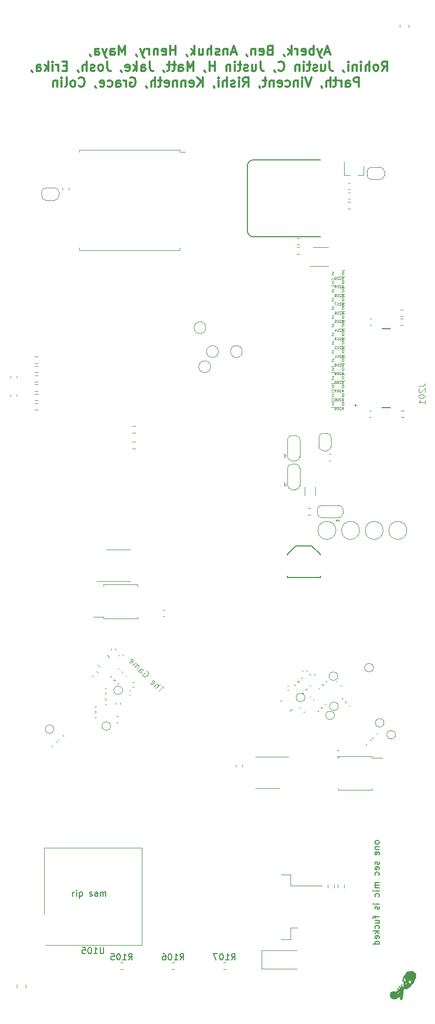
<source format=gbr>
%TF.GenerationSoftware,KiCad,Pcbnew,5.1.9-73d0e3b20d~88~ubuntu20.04.1*%
%TF.CreationDate,2021-04-18T22:57:39-05:00*%
%TF.ProjectId,FCB,4643422e-6b69-4636-9164-5f7063625858,rev?*%
%TF.SameCoordinates,Original*%
%TF.FileFunction,Legend,Bot*%
%TF.FilePolarity,Positive*%
%FSLAX46Y46*%
G04 Gerber Fmt 4.6, Leading zero omitted, Abs format (unit mm)*
G04 Created by KiCad (PCBNEW 5.1.9-73d0e3b20d~88~ubuntu20.04.1) date 2021-04-18 22:57:39*
%MOMM*%
%LPD*%
G01*
G04 APERTURE LIST*
%ADD10C,0.150000*%
%ADD11C,0.300000*%
%ADD12C,0.100000*%
%ADD13C,0.127000*%
%ADD14C,0.120000*%
%ADD15C,0.152400*%
%ADD16C,0.010000*%
%ADD17C,0.200000*%
%ADD18C,0.080000*%
%ADD19C,0.060000*%
%ADD20C,0.015000*%
G04 APERTURE END LIST*
D10*
X231762380Y-200223333D02*
X231714761Y-200128095D01*
X231667142Y-200080476D01*
X231571904Y-200032857D01*
X231286190Y-200032857D01*
X231190952Y-200080476D01*
X231143333Y-200128095D01*
X231095714Y-200223333D01*
X231095714Y-200366190D01*
X231143333Y-200461428D01*
X231190952Y-200509047D01*
X231286190Y-200556666D01*
X231571904Y-200556666D01*
X231667142Y-200509047D01*
X231714761Y-200461428D01*
X231762380Y-200366190D01*
X231762380Y-200223333D01*
X231095714Y-200985238D02*
X231762380Y-200985238D01*
X231190952Y-200985238D02*
X231143333Y-201032857D01*
X231095714Y-201128095D01*
X231095714Y-201270952D01*
X231143333Y-201366190D01*
X231238571Y-201413809D01*
X231762380Y-201413809D01*
X231714761Y-202270952D02*
X231762380Y-202175714D01*
X231762380Y-201985238D01*
X231714761Y-201890000D01*
X231619523Y-201842380D01*
X231238571Y-201842380D01*
X231143333Y-201890000D01*
X231095714Y-201985238D01*
X231095714Y-202175714D01*
X231143333Y-202270952D01*
X231238571Y-202318571D01*
X231333809Y-202318571D01*
X231429047Y-201842380D01*
X231714761Y-203461428D02*
X231762380Y-203556666D01*
X231762380Y-203747142D01*
X231714761Y-203842380D01*
X231619523Y-203890000D01*
X231571904Y-203890000D01*
X231476666Y-203842380D01*
X231429047Y-203747142D01*
X231429047Y-203604285D01*
X231381428Y-203509047D01*
X231286190Y-203461428D01*
X231238571Y-203461428D01*
X231143333Y-203509047D01*
X231095714Y-203604285D01*
X231095714Y-203747142D01*
X231143333Y-203842380D01*
X231714761Y-204699523D02*
X231762380Y-204604285D01*
X231762380Y-204413809D01*
X231714761Y-204318571D01*
X231619523Y-204270952D01*
X231238571Y-204270952D01*
X231143333Y-204318571D01*
X231095714Y-204413809D01*
X231095714Y-204604285D01*
X231143333Y-204699523D01*
X231238571Y-204747142D01*
X231333809Y-204747142D01*
X231429047Y-204270952D01*
X231714761Y-205604285D02*
X231762380Y-205509047D01*
X231762380Y-205318571D01*
X231714761Y-205223333D01*
X231667142Y-205175714D01*
X231571904Y-205128095D01*
X231286190Y-205128095D01*
X231190952Y-205175714D01*
X231143333Y-205223333D01*
X231095714Y-205318571D01*
X231095714Y-205509047D01*
X231143333Y-205604285D01*
X231762380Y-206794761D02*
X231095714Y-206794761D01*
X231190952Y-206794761D02*
X231143333Y-206842380D01*
X231095714Y-206937619D01*
X231095714Y-207080476D01*
X231143333Y-207175714D01*
X231238571Y-207223333D01*
X231762380Y-207223333D01*
X231238571Y-207223333D02*
X231143333Y-207270952D01*
X231095714Y-207366190D01*
X231095714Y-207509047D01*
X231143333Y-207604285D01*
X231238571Y-207651904D01*
X231762380Y-207651904D01*
X231762380Y-208128095D02*
X231095714Y-208128095D01*
X230762380Y-208128095D02*
X230810000Y-208080476D01*
X230857619Y-208128095D01*
X230810000Y-208175714D01*
X230762380Y-208128095D01*
X230857619Y-208128095D01*
X231714761Y-209032857D02*
X231762380Y-208937619D01*
X231762380Y-208747142D01*
X231714761Y-208651904D01*
X231667142Y-208604285D01*
X231571904Y-208556666D01*
X231286190Y-208556666D01*
X231190952Y-208604285D01*
X231143333Y-208651904D01*
X231095714Y-208747142D01*
X231095714Y-208937619D01*
X231143333Y-209032857D01*
X231762380Y-210223333D02*
X231095714Y-210223333D01*
X230762380Y-210223333D02*
X230810000Y-210175714D01*
X230857619Y-210223333D01*
X230810000Y-210270952D01*
X230762380Y-210223333D01*
X230857619Y-210223333D01*
X231714761Y-210651904D02*
X231762380Y-210747142D01*
X231762380Y-210937619D01*
X231714761Y-211032857D01*
X231619523Y-211080476D01*
X231571904Y-211080476D01*
X231476666Y-211032857D01*
X231429047Y-210937619D01*
X231429047Y-210794761D01*
X231381428Y-210699523D01*
X231286190Y-210651904D01*
X231238571Y-210651904D01*
X231143333Y-210699523D01*
X231095714Y-210794761D01*
X231095714Y-210937619D01*
X231143333Y-211032857D01*
X231095714Y-212128095D02*
X231095714Y-212509047D01*
X231762380Y-212270952D02*
X230905238Y-212270952D01*
X230810000Y-212318571D01*
X230762380Y-212413809D01*
X230762380Y-212509047D01*
X231095714Y-213270952D02*
X231762380Y-213270952D01*
X231095714Y-212842380D02*
X231619523Y-212842380D01*
X231714761Y-212890000D01*
X231762380Y-212985238D01*
X231762380Y-213128095D01*
X231714761Y-213223333D01*
X231667142Y-213270952D01*
X231714761Y-214175714D02*
X231762380Y-214080476D01*
X231762380Y-213890000D01*
X231714761Y-213794761D01*
X231667142Y-213747142D01*
X231571904Y-213699523D01*
X231286190Y-213699523D01*
X231190952Y-213747142D01*
X231143333Y-213794761D01*
X231095714Y-213890000D01*
X231095714Y-214080476D01*
X231143333Y-214175714D01*
X231762380Y-214604285D02*
X230762380Y-214604285D01*
X231381428Y-214699523D02*
X231762380Y-214985238D01*
X231095714Y-214985238D02*
X231476666Y-214604285D01*
X231714761Y-215794761D02*
X231762380Y-215699523D01*
X231762380Y-215509047D01*
X231714761Y-215413809D01*
X231619523Y-215366190D01*
X231238571Y-215366190D01*
X231143333Y-215413809D01*
X231095714Y-215509047D01*
X231095714Y-215699523D01*
X231143333Y-215794761D01*
X231238571Y-215842380D01*
X231333809Y-215842380D01*
X231429047Y-215366190D01*
X231762380Y-216699523D02*
X230762380Y-216699523D01*
X231714761Y-216699523D02*
X231762380Y-216604285D01*
X231762380Y-216413809D01*
X231714761Y-216318571D01*
X231667142Y-216270952D01*
X231571904Y-216223333D01*
X231286190Y-216223333D01*
X231190952Y-216270952D01*
X231143333Y-216318571D01*
X231095714Y-216413809D01*
X231095714Y-216604285D01*
X231143333Y-216699523D01*
D11*
X223737142Y-73120000D02*
X223022857Y-73120000D01*
X223880000Y-73548571D02*
X223380000Y-72048571D01*
X222880000Y-73548571D01*
X222522857Y-72548571D02*
X222165714Y-73548571D01*
X221808571Y-72548571D02*
X222165714Y-73548571D01*
X222308571Y-73905714D01*
X222380000Y-73977142D01*
X222522857Y-74048571D01*
X221237142Y-73548571D02*
X221237142Y-72048571D01*
X221237142Y-72620000D02*
X221094285Y-72548571D01*
X220808571Y-72548571D01*
X220665714Y-72620000D01*
X220594285Y-72691428D01*
X220522857Y-72834285D01*
X220522857Y-73262857D01*
X220594285Y-73405714D01*
X220665714Y-73477142D01*
X220808571Y-73548571D01*
X221094285Y-73548571D01*
X221237142Y-73477142D01*
X219308571Y-73477142D02*
X219451428Y-73548571D01*
X219737142Y-73548571D01*
X219880000Y-73477142D01*
X219951428Y-73334285D01*
X219951428Y-72762857D01*
X219880000Y-72620000D01*
X219737142Y-72548571D01*
X219451428Y-72548571D01*
X219308571Y-72620000D01*
X219237142Y-72762857D01*
X219237142Y-72905714D01*
X219951428Y-73048571D01*
X218594285Y-73548571D02*
X218594285Y-72548571D01*
X218594285Y-72834285D02*
X218522857Y-72691428D01*
X218451428Y-72620000D01*
X218308571Y-72548571D01*
X218165714Y-72548571D01*
X217665714Y-73548571D02*
X217665714Y-72048571D01*
X217522857Y-72977142D02*
X217094285Y-73548571D01*
X217094285Y-72548571D02*
X217665714Y-73120000D01*
X216380000Y-73477142D02*
X216380000Y-73548571D01*
X216451428Y-73691428D01*
X216522857Y-73762857D01*
X214094285Y-72762857D02*
X213880000Y-72834285D01*
X213808571Y-72905714D01*
X213737142Y-73048571D01*
X213737142Y-73262857D01*
X213808571Y-73405714D01*
X213880000Y-73477142D01*
X214022857Y-73548571D01*
X214594285Y-73548571D01*
X214594285Y-72048571D01*
X214094285Y-72048571D01*
X213951428Y-72120000D01*
X213880000Y-72191428D01*
X213808571Y-72334285D01*
X213808571Y-72477142D01*
X213880000Y-72620000D01*
X213951428Y-72691428D01*
X214094285Y-72762857D01*
X214594285Y-72762857D01*
X212522857Y-73477142D02*
X212665714Y-73548571D01*
X212951428Y-73548571D01*
X213094285Y-73477142D01*
X213165714Y-73334285D01*
X213165714Y-72762857D01*
X213094285Y-72620000D01*
X212951428Y-72548571D01*
X212665714Y-72548571D01*
X212522857Y-72620000D01*
X212451428Y-72762857D01*
X212451428Y-72905714D01*
X213165714Y-73048571D01*
X211808571Y-72548571D02*
X211808571Y-73548571D01*
X211808571Y-72691428D02*
X211737142Y-72620000D01*
X211594285Y-72548571D01*
X211380000Y-72548571D01*
X211237142Y-72620000D01*
X211165714Y-72762857D01*
X211165714Y-73548571D01*
X210380000Y-73477142D02*
X210380000Y-73548571D01*
X210451428Y-73691428D01*
X210522857Y-73762857D01*
X208665714Y-73120000D02*
X207951428Y-73120000D01*
X208808571Y-73548571D02*
X208308571Y-72048571D01*
X207808571Y-73548571D01*
X207308571Y-72548571D02*
X207308571Y-73548571D01*
X207308571Y-72691428D02*
X207237142Y-72620000D01*
X207094285Y-72548571D01*
X206880000Y-72548571D01*
X206737142Y-72620000D01*
X206665714Y-72762857D01*
X206665714Y-73548571D01*
X206022857Y-73477142D02*
X205880000Y-73548571D01*
X205594285Y-73548571D01*
X205451428Y-73477142D01*
X205380000Y-73334285D01*
X205380000Y-73262857D01*
X205451428Y-73120000D01*
X205594285Y-73048571D01*
X205808571Y-73048571D01*
X205951428Y-72977142D01*
X206022857Y-72834285D01*
X206022857Y-72762857D01*
X205951428Y-72620000D01*
X205808571Y-72548571D01*
X205594285Y-72548571D01*
X205451428Y-72620000D01*
X204737142Y-73548571D02*
X204737142Y-72048571D01*
X204094285Y-73548571D02*
X204094285Y-72762857D01*
X204165714Y-72620000D01*
X204308571Y-72548571D01*
X204522857Y-72548571D01*
X204665714Y-72620000D01*
X204737142Y-72691428D01*
X202737142Y-72548571D02*
X202737142Y-73548571D01*
X203380000Y-72548571D02*
X203380000Y-73334285D01*
X203308571Y-73477142D01*
X203165714Y-73548571D01*
X202951428Y-73548571D01*
X202808571Y-73477142D01*
X202737142Y-73405714D01*
X202022857Y-73548571D02*
X202022857Y-72048571D01*
X201880000Y-72977142D02*
X201451428Y-73548571D01*
X201451428Y-72548571D02*
X202022857Y-73120000D01*
X200737142Y-73477142D02*
X200737142Y-73548571D01*
X200808571Y-73691428D01*
X200880000Y-73762857D01*
X198951428Y-73548571D02*
X198951428Y-72048571D01*
X198951428Y-72762857D02*
X198094285Y-72762857D01*
X198094285Y-73548571D02*
X198094285Y-72048571D01*
X196808571Y-73477142D02*
X196951428Y-73548571D01*
X197237142Y-73548571D01*
X197380000Y-73477142D01*
X197451428Y-73334285D01*
X197451428Y-72762857D01*
X197380000Y-72620000D01*
X197237142Y-72548571D01*
X196951428Y-72548571D01*
X196808571Y-72620000D01*
X196737142Y-72762857D01*
X196737142Y-72905714D01*
X197451428Y-73048571D01*
X196094285Y-72548571D02*
X196094285Y-73548571D01*
X196094285Y-72691428D02*
X196022857Y-72620000D01*
X195880000Y-72548571D01*
X195665714Y-72548571D01*
X195522857Y-72620000D01*
X195451428Y-72762857D01*
X195451428Y-73548571D01*
X194737142Y-73548571D02*
X194737142Y-72548571D01*
X194737142Y-72834285D02*
X194665714Y-72691428D01*
X194594285Y-72620000D01*
X194451428Y-72548571D01*
X194308571Y-72548571D01*
X193951428Y-72548571D02*
X193594285Y-73548571D01*
X193237142Y-72548571D02*
X193594285Y-73548571D01*
X193737142Y-73905714D01*
X193808571Y-73977142D01*
X193951428Y-74048571D01*
X192594285Y-73477142D02*
X192594285Y-73548571D01*
X192665714Y-73691428D01*
X192737142Y-73762857D01*
X190808571Y-73548571D02*
X190808571Y-72048571D01*
X190308571Y-73120000D01*
X189808571Y-72048571D01*
X189808571Y-73548571D01*
X188451428Y-73548571D02*
X188451428Y-72762857D01*
X188522857Y-72620000D01*
X188665714Y-72548571D01*
X188951428Y-72548571D01*
X189094285Y-72620000D01*
X188451428Y-73477142D02*
X188594285Y-73548571D01*
X188951428Y-73548571D01*
X189094285Y-73477142D01*
X189165714Y-73334285D01*
X189165714Y-73191428D01*
X189094285Y-73048571D01*
X188951428Y-72977142D01*
X188594285Y-72977142D01*
X188451428Y-72905714D01*
X187880000Y-72548571D02*
X187522857Y-73548571D01*
X187165714Y-72548571D02*
X187522857Y-73548571D01*
X187665714Y-73905714D01*
X187737142Y-73977142D01*
X187880000Y-74048571D01*
X185951428Y-73548571D02*
X185951428Y-72762857D01*
X186022857Y-72620000D01*
X186165714Y-72548571D01*
X186451428Y-72548571D01*
X186594285Y-72620000D01*
X185951428Y-73477142D02*
X186094285Y-73548571D01*
X186451428Y-73548571D01*
X186594285Y-73477142D01*
X186665714Y-73334285D01*
X186665714Y-73191428D01*
X186594285Y-73048571D01*
X186451428Y-72977142D01*
X186094285Y-72977142D01*
X185951428Y-72905714D01*
X185165714Y-73477142D02*
X185165714Y-73548571D01*
X185237142Y-73691428D01*
X185308571Y-73762857D01*
X232201428Y-76098571D02*
X232701428Y-75384285D01*
X233058571Y-76098571D02*
X233058571Y-74598571D01*
X232487142Y-74598571D01*
X232344285Y-74670000D01*
X232272857Y-74741428D01*
X232201428Y-74884285D01*
X232201428Y-75098571D01*
X232272857Y-75241428D01*
X232344285Y-75312857D01*
X232487142Y-75384285D01*
X233058571Y-75384285D01*
X231344285Y-76098571D02*
X231487142Y-76027142D01*
X231558571Y-75955714D01*
X231630000Y-75812857D01*
X231630000Y-75384285D01*
X231558571Y-75241428D01*
X231487142Y-75170000D01*
X231344285Y-75098571D01*
X231130000Y-75098571D01*
X230987142Y-75170000D01*
X230915714Y-75241428D01*
X230844285Y-75384285D01*
X230844285Y-75812857D01*
X230915714Y-75955714D01*
X230987142Y-76027142D01*
X231130000Y-76098571D01*
X231344285Y-76098571D01*
X230201428Y-76098571D02*
X230201428Y-74598571D01*
X229558571Y-76098571D02*
X229558571Y-75312857D01*
X229630000Y-75170000D01*
X229772857Y-75098571D01*
X229987142Y-75098571D01*
X230130000Y-75170000D01*
X230201428Y-75241428D01*
X228844285Y-76098571D02*
X228844285Y-75098571D01*
X228844285Y-74598571D02*
X228915714Y-74670000D01*
X228844285Y-74741428D01*
X228772857Y-74670000D01*
X228844285Y-74598571D01*
X228844285Y-74741428D01*
X228130000Y-75098571D02*
X228130000Y-76098571D01*
X228130000Y-75241428D02*
X228058571Y-75170000D01*
X227915714Y-75098571D01*
X227701428Y-75098571D01*
X227558571Y-75170000D01*
X227487142Y-75312857D01*
X227487142Y-76098571D01*
X226772857Y-76098571D02*
X226772857Y-75098571D01*
X226772857Y-74598571D02*
X226844285Y-74670000D01*
X226772857Y-74741428D01*
X226701428Y-74670000D01*
X226772857Y-74598571D01*
X226772857Y-74741428D01*
X225987142Y-76027142D02*
X225987142Y-76098571D01*
X226058571Y-76241428D01*
X226130000Y-76312857D01*
X223772857Y-74598571D02*
X223772857Y-75670000D01*
X223844285Y-75884285D01*
X223987142Y-76027142D01*
X224201428Y-76098571D01*
X224344285Y-76098571D01*
X222415714Y-75098571D02*
X222415714Y-76098571D01*
X223058571Y-75098571D02*
X223058571Y-75884285D01*
X222987142Y-76027142D01*
X222844285Y-76098571D01*
X222630000Y-76098571D01*
X222487142Y-76027142D01*
X222415714Y-75955714D01*
X221772857Y-76027142D02*
X221630000Y-76098571D01*
X221344285Y-76098571D01*
X221201428Y-76027142D01*
X221130000Y-75884285D01*
X221130000Y-75812857D01*
X221201428Y-75670000D01*
X221344285Y-75598571D01*
X221558571Y-75598571D01*
X221701428Y-75527142D01*
X221772857Y-75384285D01*
X221772857Y-75312857D01*
X221701428Y-75170000D01*
X221558571Y-75098571D01*
X221344285Y-75098571D01*
X221201428Y-75170000D01*
X220701428Y-75098571D02*
X220130000Y-75098571D01*
X220487142Y-74598571D02*
X220487142Y-75884285D01*
X220415714Y-76027142D01*
X220272857Y-76098571D01*
X220130000Y-76098571D01*
X219630000Y-76098571D02*
X219630000Y-75098571D01*
X219630000Y-74598571D02*
X219701428Y-74670000D01*
X219630000Y-74741428D01*
X219558571Y-74670000D01*
X219630000Y-74598571D01*
X219630000Y-74741428D01*
X218915714Y-75098571D02*
X218915714Y-76098571D01*
X218915714Y-75241428D02*
X218844285Y-75170000D01*
X218701428Y-75098571D01*
X218487142Y-75098571D01*
X218344285Y-75170000D01*
X218272857Y-75312857D01*
X218272857Y-76098571D01*
X215558571Y-75955714D02*
X215630000Y-76027142D01*
X215844285Y-76098571D01*
X215987142Y-76098571D01*
X216201428Y-76027142D01*
X216344285Y-75884285D01*
X216415714Y-75741428D01*
X216487142Y-75455714D01*
X216487142Y-75241428D01*
X216415714Y-74955714D01*
X216344285Y-74812857D01*
X216201428Y-74670000D01*
X215987142Y-74598571D01*
X215844285Y-74598571D01*
X215630000Y-74670000D01*
X215558571Y-74741428D01*
X214844285Y-76027142D02*
X214844285Y-76098571D01*
X214915714Y-76241428D01*
X214987142Y-76312857D01*
X212630000Y-74598571D02*
X212630000Y-75670000D01*
X212701428Y-75884285D01*
X212844285Y-76027142D01*
X213058571Y-76098571D01*
X213201428Y-76098571D01*
X211272857Y-75098571D02*
X211272857Y-76098571D01*
X211915714Y-75098571D02*
X211915714Y-75884285D01*
X211844285Y-76027142D01*
X211701428Y-76098571D01*
X211487142Y-76098571D01*
X211344285Y-76027142D01*
X211272857Y-75955714D01*
X210630000Y-76027142D02*
X210487142Y-76098571D01*
X210201428Y-76098571D01*
X210058571Y-76027142D01*
X209987142Y-75884285D01*
X209987142Y-75812857D01*
X210058571Y-75670000D01*
X210201428Y-75598571D01*
X210415714Y-75598571D01*
X210558571Y-75527142D01*
X210630000Y-75384285D01*
X210630000Y-75312857D01*
X210558571Y-75170000D01*
X210415714Y-75098571D01*
X210201428Y-75098571D01*
X210058571Y-75170000D01*
X209558571Y-75098571D02*
X208987142Y-75098571D01*
X209344285Y-74598571D02*
X209344285Y-75884285D01*
X209272857Y-76027142D01*
X209130000Y-76098571D01*
X208987142Y-76098571D01*
X208487142Y-76098571D02*
X208487142Y-75098571D01*
X208487142Y-74598571D02*
X208558571Y-74670000D01*
X208487142Y-74741428D01*
X208415714Y-74670000D01*
X208487142Y-74598571D01*
X208487142Y-74741428D01*
X207772857Y-75098571D02*
X207772857Y-76098571D01*
X207772857Y-75241428D02*
X207701428Y-75170000D01*
X207558571Y-75098571D01*
X207344285Y-75098571D01*
X207201428Y-75170000D01*
X207130000Y-75312857D01*
X207130000Y-76098571D01*
X205272857Y-76098571D02*
X205272857Y-74598571D01*
X205272857Y-75312857D02*
X204415714Y-75312857D01*
X204415714Y-76098571D02*
X204415714Y-74598571D01*
X203630000Y-76027142D02*
X203630000Y-76098571D01*
X203701428Y-76241428D01*
X203772857Y-76312857D01*
X201844285Y-76098571D02*
X201844285Y-74598571D01*
X201344285Y-75670000D01*
X200844285Y-74598571D01*
X200844285Y-76098571D01*
X199487142Y-76098571D02*
X199487142Y-75312857D01*
X199558571Y-75170000D01*
X199701428Y-75098571D01*
X199987142Y-75098571D01*
X200130000Y-75170000D01*
X199487142Y-76027142D02*
X199630000Y-76098571D01*
X199987142Y-76098571D01*
X200130000Y-76027142D01*
X200201428Y-75884285D01*
X200201428Y-75741428D01*
X200130000Y-75598571D01*
X199987142Y-75527142D01*
X199630000Y-75527142D01*
X199487142Y-75455714D01*
X198987142Y-75098571D02*
X198415714Y-75098571D01*
X198772857Y-74598571D02*
X198772857Y-75884285D01*
X198701428Y-76027142D01*
X198558571Y-76098571D01*
X198415714Y-76098571D01*
X198130000Y-75098571D02*
X197558571Y-75098571D01*
X197915714Y-74598571D02*
X197915714Y-75884285D01*
X197844285Y-76027142D01*
X197701428Y-76098571D01*
X197558571Y-76098571D01*
X196987142Y-76027142D02*
X196987142Y-76098571D01*
X197058571Y-76241428D01*
X197130000Y-76312857D01*
X194772857Y-74598571D02*
X194772857Y-75670000D01*
X194844285Y-75884285D01*
X194987142Y-76027142D01*
X195201428Y-76098571D01*
X195344285Y-76098571D01*
X193415714Y-76098571D02*
X193415714Y-75312857D01*
X193487142Y-75170000D01*
X193630000Y-75098571D01*
X193915714Y-75098571D01*
X194058571Y-75170000D01*
X193415714Y-76027142D02*
X193558571Y-76098571D01*
X193915714Y-76098571D01*
X194058571Y-76027142D01*
X194130000Y-75884285D01*
X194130000Y-75741428D01*
X194058571Y-75598571D01*
X193915714Y-75527142D01*
X193558571Y-75527142D01*
X193415714Y-75455714D01*
X192701428Y-76098571D02*
X192701428Y-74598571D01*
X192558571Y-75527142D02*
X192130000Y-76098571D01*
X192130000Y-75098571D02*
X192701428Y-75670000D01*
X190915714Y-76027142D02*
X191058571Y-76098571D01*
X191344285Y-76098571D01*
X191487142Y-76027142D01*
X191558571Y-75884285D01*
X191558571Y-75312857D01*
X191487142Y-75170000D01*
X191344285Y-75098571D01*
X191058571Y-75098571D01*
X190915714Y-75170000D01*
X190844285Y-75312857D01*
X190844285Y-75455714D01*
X191558571Y-75598571D01*
X190130000Y-76027142D02*
X190130000Y-76098571D01*
X190201428Y-76241428D01*
X190272857Y-76312857D01*
X187915714Y-74598571D02*
X187915714Y-75670000D01*
X187987142Y-75884285D01*
X188130000Y-76027142D01*
X188344285Y-76098571D01*
X188487142Y-76098571D01*
X186987142Y-76098571D02*
X187130000Y-76027142D01*
X187201428Y-75955714D01*
X187272857Y-75812857D01*
X187272857Y-75384285D01*
X187201428Y-75241428D01*
X187130000Y-75170000D01*
X186987142Y-75098571D01*
X186772857Y-75098571D01*
X186630000Y-75170000D01*
X186558571Y-75241428D01*
X186487142Y-75384285D01*
X186487142Y-75812857D01*
X186558571Y-75955714D01*
X186630000Y-76027142D01*
X186772857Y-76098571D01*
X186987142Y-76098571D01*
X185915714Y-76027142D02*
X185772857Y-76098571D01*
X185487142Y-76098571D01*
X185344285Y-76027142D01*
X185272857Y-75884285D01*
X185272857Y-75812857D01*
X185344285Y-75670000D01*
X185487142Y-75598571D01*
X185701428Y-75598571D01*
X185844285Y-75527142D01*
X185915714Y-75384285D01*
X185915714Y-75312857D01*
X185844285Y-75170000D01*
X185701428Y-75098571D01*
X185487142Y-75098571D01*
X185344285Y-75170000D01*
X184630000Y-76098571D02*
X184630000Y-74598571D01*
X183987142Y-76098571D02*
X183987142Y-75312857D01*
X184058571Y-75170000D01*
X184201428Y-75098571D01*
X184415714Y-75098571D01*
X184558571Y-75170000D01*
X184630000Y-75241428D01*
X183201428Y-76027142D02*
X183201428Y-76098571D01*
X183272857Y-76241428D01*
X183344285Y-76312857D01*
X181415714Y-75312857D02*
X180915714Y-75312857D01*
X180701428Y-76098571D02*
X181415714Y-76098571D01*
X181415714Y-74598571D01*
X180701428Y-74598571D01*
X180058571Y-76098571D02*
X180058571Y-75098571D01*
X180058571Y-75384285D02*
X179987142Y-75241428D01*
X179915714Y-75170000D01*
X179772857Y-75098571D01*
X179630000Y-75098571D01*
X179130000Y-76098571D02*
X179130000Y-75098571D01*
X179130000Y-74598571D02*
X179201428Y-74670000D01*
X179130000Y-74741428D01*
X179058571Y-74670000D01*
X179130000Y-74598571D01*
X179130000Y-74741428D01*
X178415714Y-76098571D02*
X178415714Y-74598571D01*
X178272857Y-75527142D02*
X177844285Y-76098571D01*
X177844285Y-75098571D02*
X178415714Y-75670000D01*
X176558571Y-76098571D02*
X176558571Y-75312857D01*
X176630000Y-75170000D01*
X176772857Y-75098571D01*
X177058571Y-75098571D01*
X177201428Y-75170000D01*
X176558571Y-76027142D02*
X176701428Y-76098571D01*
X177058571Y-76098571D01*
X177201428Y-76027142D01*
X177272857Y-75884285D01*
X177272857Y-75741428D01*
X177201428Y-75598571D01*
X177058571Y-75527142D01*
X176701428Y-75527142D01*
X176558571Y-75455714D01*
X175772857Y-76027142D02*
X175772857Y-76098571D01*
X175844285Y-76241428D01*
X175915714Y-76312857D01*
X228522857Y-78648571D02*
X228522857Y-77148571D01*
X227951428Y-77148571D01*
X227808571Y-77220000D01*
X227737142Y-77291428D01*
X227665714Y-77434285D01*
X227665714Y-77648571D01*
X227737142Y-77791428D01*
X227808571Y-77862857D01*
X227951428Y-77934285D01*
X228522857Y-77934285D01*
X226380000Y-78648571D02*
X226380000Y-77862857D01*
X226451428Y-77720000D01*
X226594285Y-77648571D01*
X226880000Y-77648571D01*
X227022857Y-77720000D01*
X226380000Y-78577142D02*
X226522857Y-78648571D01*
X226880000Y-78648571D01*
X227022857Y-78577142D01*
X227094285Y-78434285D01*
X227094285Y-78291428D01*
X227022857Y-78148571D01*
X226880000Y-78077142D01*
X226522857Y-78077142D01*
X226380000Y-78005714D01*
X225665714Y-78648571D02*
X225665714Y-77648571D01*
X225665714Y-77934285D02*
X225594285Y-77791428D01*
X225522857Y-77720000D01*
X225380000Y-77648571D01*
X225237142Y-77648571D01*
X224951428Y-77648571D02*
X224380000Y-77648571D01*
X224737142Y-77148571D02*
X224737142Y-78434285D01*
X224665714Y-78577142D01*
X224522857Y-78648571D01*
X224380000Y-78648571D01*
X223880000Y-78648571D02*
X223880000Y-77148571D01*
X223237142Y-78648571D02*
X223237142Y-77862857D01*
X223308571Y-77720000D01*
X223451428Y-77648571D01*
X223665714Y-77648571D01*
X223808571Y-77720000D01*
X223880000Y-77791428D01*
X222451428Y-78577142D02*
X222451428Y-78648571D01*
X222522857Y-78791428D01*
X222594285Y-78862857D01*
X220880000Y-77148571D02*
X220380000Y-78648571D01*
X219880000Y-77148571D01*
X219380000Y-78648571D02*
X219380000Y-77648571D01*
X219380000Y-77148571D02*
X219451428Y-77220000D01*
X219380000Y-77291428D01*
X219308571Y-77220000D01*
X219380000Y-77148571D01*
X219380000Y-77291428D01*
X218665714Y-77648571D02*
X218665714Y-78648571D01*
X218665714Y-77791428D02*
X218594285Y-77720000D01*
X218451428Y-77648571D01*
X218237142Y-77648571D01*
X218094285Y-77720000D01*
X218022857Y-77862857D01*
X218022857Y-78648571D01*
X216665714Y-78577142D02*
X216808571Y-78648571D01*
X217094285Y-78648571D01*
X217237142Y-78577142D01*
X217308571Y-78505714D01*
X217380000Y-78362857D01*
X217380000Y-77934285D01*
X217308571Y-77791428D01*
X217237142Y-77720000D01*
X217094285Y-77648571D01*
X216808571Y-77648571D01*
X216665714Y-77720000D01*
X215451428Y-78577142D02*
X215594285Y-78648571D01*
X215880000Y-78648571D01*
X216022857Y-78577142D01*
X216094285Y-78434285D01*
X216094285Y-77862857D01*
X216022857Y-77720000D01*
X215880000Y-77648571D01*
X215594285Y-77648571D01*
X215451428Y-77720000D01*
X215380000Y-77862857D01*
X215380000Y-78005714D01*
X216094285Y-78148571D01*
X214737142Y-77648571D02*
X214737142Y-78648571D01*
X214737142Y-77791428D02*
X214665714Y-77720000D01*
X214522857Y-77648571D01*
X214308571Y-77648571D01*
X214165714Y-77720000D01*
X214094285Y-77862857D01*
X214094285Y-78648571D01*
X213594285Y-77648571D02*
X213022857Y-77648571D01*
X213380000Y-77148571D02*
X213380000Y-78434285D01*
X213308571Y-78577142D01*
X213165714Y-78648571D01*
X213022857Y-78648571D01*
X212451428Y-78577142D02*
X212451428Y-78648571D01*
X212522857Y-78791428D01*
X212594285Y-78862857D01*
X209808571Y-78648571D02*
X210308571Y-77934285D01*
X210665714Y-78648571D02*
X210665714Y-77148571D01*
X210094285Y-77148571D01*
X209951428Y-77220000D01*
X209880000Y-77291428D01*
X209808571Y-77434285D01*
X209808571Y-77648571D01*
X209880000Y-77791428D01*
X209951428Y-77862857D01*
X210094285Y-77934285D01*
X210665714Y-77934285D01*
X209165714Y-78648571D02*
X209165714Y-77648571D01*
X209165714Y-77148571D02*
X209237142Y-77220000D01*
X209165714Y-77291428D01*
X209094285Y-77220000D01*
X209165714Y-77148571D01*
X209165714Y-77291428D01*
X208522857Y-78577142D02*
X208380000Y-78648571D01*
X208094285Y-78648571D01*
X207951428Y-78577142D01*
X207880000Y-78434285D01*
X207880000Y-78362857D01*
X207951428Y-78220000D01*
X208094285Y-78148571D01*
X208308571Y-78148571D01*
X208451428Y-78077142D01*
X208522857Y-77934285D01*
X208522857Y-77862857D01*
X208451428Y-77720000D01*
X208308571Y-77648571D01*
X208094285Y-77648571D01*
X207951428Y-77720000D01*
X207237142Y-78648571D02*
X207237142Y-77148571D01*
X206594285Y-78648571D02*
X206594285Y-77862857D01*
X206665714Y-77720000D01*
X206808571Y-77648571D01*
X207022857Y-77648571D01*
X207165714Y-77720000D01*
X207237142Y-77791428D01*
X205880000Y-78648571D02*
X205880000Y-77648571D01*
X205880000Y-77148571D02*
X205951428Y-77220000D01*
X205880000Y-77291428D01*
X205808571Y-77220000D01*
X205880000Y-77148571D01*
X205880000Y-77291428D01*
X205094285Y-78577142D02*
X205094285Y-78648571D01*
X205165714Y-78791428D01*
X205237142Y-78862857D01*
X203308571Y-78648571D02*
X203308571Y-77148571D01*
X202451428Y-78648571D02*
X203094285Y-77791428D01*
X202451428Y-77148571D02*
X203308571Y-78005714D01*
X201237142Y-78577142D02*
X201380000Y-78648571D01*
X201665714Y-78648571D01*
X201808571Y-78577142D01*
X201880000Y-78434285D01*
X201880000Y-77862857D01*
X201808571Y-77720000D01*
X201665714Y-77648571D01*
X201380000Y-77648571D01*
X201237142Y-77720000D01*
X201165714Y-77862857D01*
X201165714Y-78005714D01*
X201880000Y-78148571D01*
X200522857Y-77648571D02*
X200522857Y-78648571D01*
X200522857Y-77791428D02*
X200451428Y-77720000D01*
X200308571Y-77648571D01*
X200094285Y-77648571D01*
X199951428Y-77720000D01*
X199880000Y-77862857D01*
X199880000Y-78648571D01*
X199165714Y-77648571D02*
X199165714Y-78648571D01*
X199165714Y-77791428D02*
X199094285Y-77720000D01*
X198951428Y-77648571D01*
X198737142Y-77648571D01*
X198594285Y-77720000D01*
X198522857Y-77862857D01*
X198522857Y-78648571D01*
X197237142Y-78577142D02*
X197380000Y-78648571D01*
X197665714Y-78648571D01*
X197808571Y-78577142D01*
X197880000Y-78434285D01*
X197880000Y-77862857D01*
X197808571Y-77720000D01*
X197665714Y-77648571D01*
X197380000Y-77648571D01*
X197237142Y-77720000D01*
X197165714Y-77862857D01*
X197165714Y-78005714D01*
X197880000Y-78148571D01*
X196737142Y-77648571D02*
X196165714Y-77648571D01*
X196522857Y-77148571D02*
X196522857Y-78434285D01*
X196451428Y-78577142D01*
X196308571Y-78648571D01*
X196165714Y-78648571D01*
X195665714Y-78648571D02*
X195665714Y-77148571D01*
X195022857Y-78648571D02*
X195022857Y-77862857D01*
X195094285Y-77720000D01*
X195237142Y-77648571D01*
X195451428Y-77648571D01*
X195594285Y-77720000D01*
X195665714Y-77791428D01*
X194237142Y-78577142D02*
X194237142Y-78648571D01*
X194308571Y-78791428D01*
X194380000Y-78862857D01*
X191665714Y-77220000D02*
X191808571Y-77148571D01*
X192022857Y-77148571D01*
X192237142Y-77220000D01*
X192380000Y-77362857D01*
X192451428Y-77505714D01*
X192522857Y-77791428D01*
X192522857Y-78005714D01*
X192451428Y-78291428D01*
X192380000Y-78434285D01*
X192237142Y-78577142D01*
X192022857Y-78648571D01*
X191880000Y-78648571D01*
X191665714Y-78577142D01*
X191594285Y-78505714D01*
X191594285Y-78005714D01*
X191880000Y-78005714D01*
X190951428Y-78648571D02*
X190951428Y-77648571D01*
X190951428Y-77934285D02*
X190880000Y-77791428D01*
X190808571Y-77720000D01*
X190665714Y-77648571D01*
X190522857Y-77648571D01*
X189380000Y-78648571D02*
X189380000Y-77862857D01*
X189451428Y-77720000D01*
X189594285Y-77648571D01*
X189880000Y-77648571D01*
X190022857Y-77720000D01*
X189380000Y-78577142D02*
X189522857Y-78648571D01*
X189880000Y-78648571D01*
X190022857Y-78577142D01*
X190094285Y-78434285D01*
X190094285Y-78291428D01*
X190022857Y-78148571D01*
X189880000Y-78077142D01*
X189522857Y-78077142D01*
X189380000Y-78005714D01*
X188022857Y-78577142D02*
X188165714Y-78648571D01*
X188451428Y-78648571D01*
X188594285Y-78577142D01*
X188665714Y-78505714D01*
X188737142Y-78362857D01*
X188737142Y-77934285D01*
X188665714Y-77791428D01*
X188594285Y-77720000D01*
X188451428Y-77648571D01*
X188165714Y-77648571D01*
X188022857Y-77720000D01*
X186808571Y-78577142D02*
X186951428Y-78648571D01*
X187237142Y-78648571D01*
X187380000Y-78577142D01*
X187451428Y-78434285D01*
X187451428Y-77862857D01*
X187380000Y-77720000D01*
X187237142Y-77648571D01*
X186951428Y-77648571D01*
X186808571Y-77720000D01*
X186737142Y-77862857D01*
X186737142Y-78005714D01*
X187451428Y-78148571D01*
X186022857Y-78577142D02*
X186022857Y-78648571D01*
X186094285Y-78791428D01*
X186165714Y-78862857D01*
X183380000Y-78505714D02*
X183451428Y-78577142D01*
X183665714Y-78648571D01*
X183808571Y-78648571D01*
X184022857Y-78577142D01*
X184165714Y-78434285D01*
X184237142Y-78291428D01*
X184308571Y-78005714D01*
X184308571Y-77791428D01*
X184237142Y-77505714D01*
X184165714Y-77362857D01*
X184022857Y-77220000D01*
X183808571Y-77148571D01*
X183665714Y-77148571D01*
X183451428Y-77220000D01*
X183380000Y-77291428D01*
X182522857Y-78648571D02*
X182665714Y-78577142D01*
X182737142Y-78505714D01*
X182808571Y-78362857D01*
X182808571Y-77934285D01*
X182737142Y-77791428D01*
X182665714Y-77720000D01*
X182522857Y-77648571D01*
X182308571Y-77648571D01*
X182165714Y-77720000D01*
X182094285Y-77791428D01*
X182022857Y-77934285D01*
X182022857Y-78362857D01*
X182094285Y-78505714D01*
X182165714Y-78577142D01*
X182308571Y-78648571D01*
X182522857Y-78648571D01*
X181165714Y-78648571D02*
X181308571Y-78577142D01*
X181380000Y-78434285D01*
X181380000Y-77148571D01*
X180594285Y-78648571D02*
X180594285Y-77648571D01*
X180594285Y-77148571D02*
X180665714Y-77220000D01*
X180594285Y-77291428D01*
X180522857Y-77220000D01*
X180594285Y-77148571D01*
X180594285Y-77291428D01*
X179880000Y-77648571D02*
X179880000Y-78648571D01*
X179880000Y-77791428D02*
X179808571Y-77720000D01*
X179665714Y-77648571D01*
X179451428Y-77648571D01*
X179308571Y-77720000D01*
X179237142Y-77862857D01*
X179237142Y-78648571D01*
D12*
X197109442Y-175494992D02*
X196705381Y-175090931D01*
X196200305Y-176000068D02*
X196907411Y-175292961D01*
X195762572Y-175562335D02*
X196469679Y-174855228D01*
X195459526Y-175259289D02*
X195829915Y-174888900D01*
X195930931Y-174855228D01*
X196031946Y-174888900D01*
X196132961Y-174989915D01*
X196166633Y-175090931D01*
X196166633Y-175158274D01*
X194887106Y-174619526D02*
X194920778Y-174720541D01*
X195055465Y-174855228D01*
X195156480Y-174888900D01*
X195257496Y-174855228D01*
X195526870Y-174585854D01*
X195560541Y-174484839D01*
X195526870Y-174383824D01*
X195392183Y-174249137D01*
X195291167Y-174215465D01*
X195190152Y-174249137D01*
X195122809Y-174316480D01*
X195392183Y-174720541D01*
X194281015Y-172733908D02*
X194382030Y-172767580D01*
X194483045Y-172868595D01*
X194550389Y-173003282D01*
X194550389Y-173137969D01*
X194516717Y-173238984D01*
X194415702Y-173407343D01*
X194314687Y-173508358D01*
X194146328Y-173609374D01*
X194045312Y-173643045D01*
X193910625Y-173643045D01*
X193775938Y-173575702D01*
X193708595Y-173508358D01*
X193641251Y-173373671D01*
X193641251Y-173306328D01*
X193876954Y-173070625D01*
X194011641Y-173205312D01*
X192967816Y-172767580D02*
X193338206Y-172397190D01*
X193439221Y-172363519D01*
X193540236Y-172397190D01*
X193674923Y-172531877D01*
X193708595Y-172632893D01*
X193001488Y-172733908D02*
X193035160Y-172834923D01*
X193203519Y-173003282D01*
X193304534Y-173036954D01*
X193405549Y-173003282D01*
X193472893Y-172935938D01*
X193506564Y-172834923D01*
X193472893Y-172733908D01*
X193304534Y-172565549D01*
X193270862Y-172464534D01*
X192631099Y-172430862D02*
X193102503Y-171959458D01*
X193035160Y-172026801D02*
X193035160Y-171959458D01*
X193001488Y-171858442D01*
X192900473Y-171757427D01*
X192799458Y-171723755D01*
X192698442Y-171757427D01*
X192328053Y-172127816D01*
X192698442Y-171757427D02*
X192732114Y-171656412D01*
X192698442Y-171555397D01*
X192597427Y-171454381D01*
X192496412Y-171420710D01*
X192395397Y-171454381D01*
X192025007Y-171824771D01*
X191452588Y-171185007D02*
X191486259Y-171286023D01*
X191620946Y-171420710D01*
X191721962Y-171454381D01*
X191822977Y-171420710D01*
X192092351Y-171151336D01*
X192126023Y-171050320D01*
X192092351Y-170949305D01*
X191957664Y-170814618D01*
X191856649Y-170780946D01*
X191755633Y-170814618D01*
X191688290Y-170881962D01*
X191957664Y-171286023D01*
D10*
X182383333Y-208972380D02*
X182383333Y-208305714D01*
X182383333Y-208496190D02*
X182430952Y-208400952D01*
X182478571Y-208353333D01*
X182573809Y-208305714D01*
X182669047Y-208305714D01*
X183002380Y-208972380D02*
X183002380Y-208305714D01*
X183002380Y-207972380D02*
X182954761Y-208020000D01*
X183002380Y-208067619D01*
X183050000Y-208020000D01*
X183002380Y-207972380D01*
X183002380Y-208067619D01*
X183478571Y-208305714D02*
X183478571Y-209305714D01*
X183478571Y-208353333D02*
X183573809Y-208305714D01*
X183764285Y-208305714D01*
X183859523Y-208353333D01*
X183907142Y-208400952D01*
X183954761Y-208496190D01*
X183954761Y-208781904D01*
X183907142Y-208877142D01*
X183859523Y-208924761D01*
X183764285Y-208972380D01*
X183573809Y-208972380D01*
X183478571Y-208924761D01*
X185097619Y-208924761D02*
X185192857Y-208972380D01*
X185383333Y-208972380D01*
X185478571Y-208924761D01*
X185526190Y-208829523D01*
X185526190Y-208781904D01*
X185478571Y-208686666D01*
X185383333Y-208639047D01*
X185240476Y-208639047D01*
X185145238Y-208591428D01*
X185097619Y-208496190D01*
X185097619Y-208448571D01*
X185145238Y-208353333D01*
X185240476Y-208305714D01*
X185383333Y-208305714D01*
X185478571Y-208353333D01*
X186383333Y-208972380D02*
X186383333Y-208448571D01*
X186335714Y-208353333D01*
X186240476Y-208305714D01*
X186050000Y-208305714D01*
X185954761Y-208353333D01*
X186383333Y-208924761D02*
X186288095Y-208972380D01*
X186050000Y-208972380D01*
X185954761Y-208924761D01*
X185907142Y-208829523D01*
X185907142Y-208734285D01*
X185954761Y-208639047D01*
X186050000Y-208591428D01*
X186288095Y-208591428D01*
X186383333Y-208543809D01*
X186859523Y-208972380D02*
X186859523Y-208305714D01*
X186859523Y-208400952D02*
X186907142Y-208353333D01*
X187002380Y-208305714D01*
X187145238Y-208305714D01*
X187240476Y-208353333D01*
X187288095Y-208448571D01*
X187288095Y-208972380D01*
X187288095Y-208448571D02*
X187335714Y-208353333D01*
X187430952Y-208305714D01*
X187573809Y-208305714D01*
X187669047Y-208353333D01*
X187716666Y-208448571D01*
X187716666Y-208972380D01*
D13*
%TO.C,BT601*%
X216965000Y-157650000D02*
X222295000Y-157650000D01*
X222295000Y-157650000D02*
X222295000Y-157460000D01*
X222295000Y-154020000D02*
X222295000Y-153970000D01*
X222295000Y-153970000D02*
X220900000Y-152570000D01*
X220900000Y-152570000D02*
X218360000Y-152570000D01*
X218360000Y-152570000D02*
X216965000Y-153970000D01*
X216965000Y-153970000D02*
X216965000Y-154020000D01*
X216965000Y-157460000D02*
X216965000Y-157650000D01*
D14*
%TO.C,C313*%
X224839970Y-174458781D02*
X225038781Y-174259970D01*
X225561219Y-175180030D02*
X225760030Y-174981219D01*
%TO.C,TP509*%
X190410000Y-175840000D02*
G75*
G03*
X190410000Y-175840000I-700000J0D01*
G01*
%TO.C,TP504*%
X188480000Y-181586000D02*
G75*
G03*
X188480000Y-181586000I-700000J0D01*
G01*
%TO.C,TP501*%
X179340000Y-182080000D02*
G75*
G03*
X179340000Y-182080000I-700000J0D01*
G01*
%TO.C,R508*%
X192487258Y-134372500D02*
X192012742Y-134372500D01*
X192487258Y-133327500D02*
X192012742Y-133327500D01*
%TO.C,R504*%
X192477258Y-136902500D02*
X192002742Y-136902500D01*
X192477258Y-135857500D02*
X192002742Y-135857500D01*
%TO.C,R503*%
X218462742Y-104527500D02*
X218937258Y-104527500D01*
X218462742Y-105572500D02*
X218937258Y-105572500D01*
%TO.C,R501*%
X218937258Y-104112500D02*
X218462742Y-104112500D01*
X218937258Y-103067500D02*
X218462742Y-103067500D01*
%TO.C,R107*%
X207087258Y-220722500D02*
X206612742Y-220722500D01*
X207087258Y-219677500D02*
X206612742Y-219677500D01*
%TO.C,R106*%
X198797258Y-220732500D02*
X198322742Y-220732500D01*
X198797258Y-219687500D02*
X198322742Y-219687500D01*
%TO.C,R105*%
X190487258Y-220722500D02*
X190012742Y-220722500D01*
X190487258Y-219677500D02*
X190012742Y-219677500D01*
%TO.C,JP601*%
X222025000Y-135150000D02*
X222025000Y-136550000D01*
X222725000Y-137250000D02*
X223325000Y-137250000D01*
X224025000Y-136550000D02*
X224025000Y-135150000D01*
X223325000Y-134450000D02*
X222725000Y-134450000D01*
X222725000Y-134450000D02*
G75*
G03*
X222025000Y-135150000I0J-700000D01*
G01*
X224025000Y-135150000D02*
G75*
G03*
X223325000Y-134450000I-700000J0D01*
G01*
X223325000Y-137250000D02*
G75*
G03*
X224025000Y-136550000I0J700000D01*
G01*
X222025000Y-136550000D02*
G75*
G03*
X222725000Y-137250000I700000J0D01*
G01*
%TO.C,Y601*%
X221475000Y-144425000D02*
X221475000Y-143075000D01*
X219725000Y-144425000D02*
X219725000Y-143075000D01*
%TO.C,U106*%
X199650000Y-88800000D02*
X183450000Y-88800000D01*
X183450000Y-88800000D02*
X183450000Y-89200000D01*
X199650000Y-104600000D02*
X199650000Y-105000000D01*
X199650000Y-105000000D02*
X183450000Y-105000000D01*
X183450000Y-105000000D02*
X183450000Y-104600000D01*
X199650000Y-88800000D02*
X199650000Y-89150000D01*
X199650000Y-89150000D02*
X200550000Y-89150000D01*
%TO.C,R101*%
X227147258Y-97247500D02*
X226672742Y-97247500D01*
X227147258Y-98292500D02*
X226672742Y-98292500D01*
%TO.C,JP106*%
X232600000Y-92920000D02*
X232600000Y-92320000D01*
X230500000Y-93620000D02*
X231900000Y-93620000D01*
X229800000Y-92320000D02*
X229800000Y-92920000D01*
X231900000Y-91620000D02*
X230500000Y-91620000D01*
X232600000Y-92320000D02*
G75*
G03*
X231900000Y-91620000I-700000J0D01*
G01*
X231900000Y-93620000D02*
G75*
G03*
X232600000Y-92920000I0J700000D01*
G01*
X229800000Y-92920000D02*
G75*
G03*
X230500000Y-93620000I700000J0D01*
G01*
X230500000Y-91620000D02*
G75*
G03*
X229800000Y-92320000I0J-700000D01*
G01*
%TO.C,IC101*%
X229280000Y-92910000D02*
X228350000Y-92910000D01*
X226120000Y-92910000D02*
X227050000Y-92910000D01*
X226120000Y-92910000D02*
X226120000Y-90750000D01*
X229280000Y-92910000D02*
X229280000Y-91450000D01*
%TO.C,C113*%
X227055580Y-94200000D02*
X226774420Y-94200000D01*
X227055580Y-95220000D02*
X226774420Y-95220000D01*
%TO.C,C112*%
X227050580Y-95730000D02*
X226769420Y-95730000D01*
X227050580Y-96750000D02*
X226769420Y-96750000D01*
%TO.C,R998*%
X174810000Y-223222936D02*
X174810000Y-223677064D01*
X173340000Y-223222936D02*
X173340000Y-223677064D01*
%TO.C,C513*%
X189429420Y-180010000D02*
X189710580Y-180010000D01*
X189429420Y-181030000D02*
X189710580Y-181030000D01*
%TO.C,C528*%
X191992164Y-174540000D02*
X192207836Y-174540000D01*
X191992164Y-175260000D02*
X192207836Y-175260000D01*
%TO.C,L503*%
X186425727Y-172964478D02*
X186195522Y-172734273D01*
X185704478Y-173685727D02*
X185474273Y-173455522D01*
%TO.C,R7*%
X176737258Y-129627500D02*
X176262742Y-129627500D01*
X176737258Y-130672500D02*
X176262742Y-130672500D01*
%TO.C,R6*%
X176737258Y-128127500D02*
X176262742Y-128127500D01*
X176737258Y-129172500D02*
X176262742Y-129172500D01*
%TO.C,R5*%
X176737258Y-126627500D02*
X176262742Y-126627500D01*
X176737258Y-127672500D02*
X176262742Y-127672500D01*
%TO.C,R4*%
X176737258Y-125127500D02*
X176262742Y-125127500D01*
X176737258Y-126172500D02*
X176262742Y-126172500D01*
%TO.C,R3*%
X176737258Y-123627500D02*
X176262742Y-123627500D01*
X176737258Y-124672500D02*
X176262742Y-124672500D01*
%TO.C,R2*%
X176737258Y-122127500D02*
X176262742Y-122127500D01*
X176737258Y-123172500D02*
X176262742Y-123172500D01*
%TO.C,C2*%
X172390000Y-128209420D02*
X172390000Y-128490580D01*
X173410000Y-128209420D02*
X173410000Y-128490580D01*
%TO.C,C1*%
X173410000Y-125490580D02*
X173410000Y-125209420D01*
X172390000Y-125490580D02*
X172390000Y-125209420D01*
%TO.C,R104*%
X224522500Y-207587258D02*
X224522500Y-207112742D01*
X223477500Y-207587258D02*
X223477500Y-207112742D01*
%TO.C,R103*%
X226122500Y-207587258D02*
X226122500Y-207112742D01*
X225077500Y-207587258D02*
X225077500Y-207112742D01*
%TO.C,Q101*%
X217450000Y-214090000D02*
X218550000Y-214090000D01*
X217450000Y-215900000D02*
X217450000Y-214090000D01*
X215950000Y-215900000D02*
X217450000Y-215900000D01*
X217450000Y-207310000D02*
X222575000Y-207310000D01*
X217450000Y-205500000D02*
X217450000Y-207310000D01*
X215950000Y-205500000D02*
X217450000Y-205500000D01*
%TO.C,D102*%
X218500000Y-220700000D02*
X212800000Y-220700000D01*
X212800000Y-220700000D02*
X212800000Y-217700000D01*
X212800000Y-217700000D02*
X218500000Y-217700000D01*
D15*
%TO.C,DISP1*%
X210525000Y-101840000D02*
X210525000Y-91440000D01*
X211525000Y-90440000D02*
X222325000Y-90440000D01*
X211525000Y-102840000D02*
X222325000Y-102840000D01*
X211525000Y-90440000D02*
G75*
G03*
X210525000Y-91440000I0J-1000000D01*
G01*
X211525000Y-102840000D02*
G75*
G02*
X210525000Y-101840000I0J1000000D01*
G01*
D14*
%TO.C,C531*%
X189290000Y-177842164D02*
X189290000Y-178057836D01*
X190010000Y-177842164D02*
X190010000Y-178057836D01*
%TO.C,C526*%
X186137836Y-178470000D02*
X185922164Y-178470000D01*
X186137836Y-179190000D02*
X185922164Y-179190000D01*
%TO.C,C520*%
X197190580Y-163980000D02*
X196909420Y-163980000D01*
X197190580Y-162960000D02*
X196909420Y-162960000D01*
%TO.C,C517*%
X187767836Y-175520000D02*
X187552164Y-175520000D01*
X187767836Y-176240000D02*
X187552164Y-176240000D01*
%TO.C,C525*%
X187552164Y-178090000D02*
X187767836Y-178090000D01*
X187552164Y-177370000D02*
X187767836Y-177370000D01*
%TO.C,C516*%
X187552164Y-177170000D02*
X187767836Y-177170000D01*
X187552164Y-176450000D02*
X187767836Y-176450000D01*
%TO.C,C514*%
X186137836Y-179450000D02*
X185922164Y-179450000D01*
X186137836Y-180170000D02*
X185922164Y-180170000D01*
%TO.C,C530*%
X189231693Y-174199190D02*
X189079190Y-174351693D01*
X189740810Y-174708307D02*
X189588307Y-174860810D01*
%TO.C,C523*%
X191472164Y-175840000D02*
X191687836Y-175840000D01*
X191472164Y-176560000D02*
X191687836Y-176560000D01*
%TO.C,C522*%
X188581693Y-173549190D02*
X188429190Y-173701693D01*
X189090810Y-174058307D02*
X188938307Y-174210810D01*
%TO.C,C512*%
X190228307Y-172920810D02*
X190380810Y-172768307D01*
X189719190Y-172411693D02*
X189871693Y-172259190D01*
%TO.C,C511*%
X189760000Y-170317836D02*
X189760000Y-170102164D01*
X190480000Y-170317836D02*
X190480000Y-170102164D01*
%TO.C,C506*%
X188590000Y-169347836D02*
X188590000Y-169132164D01*
X189310000Y-169347836D02*
X189310000Y-169132164D01*
%TO.C,C505*%
X190878307Y-173570810D02*
X191030810Y-173418307D01*
X190369190Y-173061693D02*
X190521693Y-172909190D01*
%TO.C,TP309*%
X219790000Y-176990000D02*
G75*
G03*
X219790000Y-176990000I-700000J0D01*
G01*
%TO.C,TP308*%
X234390500Y-182983000D02*
G75*
G03*
X234390500Y-182983000I-700000J0D01*
G01*
%TO.C,TP307*%
X232549000Y-181078000D02*
G75*
G03*
X232549000Y-181078000I-700000J0D01*
G01*
%TO.C,TP306*%
X224548000Y-179871500D02*
G75*
G03*
X224548000Y-179871500I-700000J0D01*
G01*
%TO.C,TP305*%
X225183000Y-178411000D02*
G75*
G03*
X225183000Y-178411000I-700000J0D01*
G01*
%TO.C,TP304*%
X225090000Y-173570000D02*
G75*
G03*
X225090000Y-173570000I-700000J0D01*
G01*
%TO.C,TP302*%
X230834500Y-172188000D02*
G75*
G03*
X230834500Y-172188000I-700000J0D01*
G01*
%TO.C,L501*%
X188309622Y-170509845D02*
X187940155Y-170140378D01*
X186739845Y-172079622D02*
X186370378Y-171710155D01*
%TO.C,C331*%
X223286309Y-174468694D02*
X223133806Y-174316191D01*
X222777192Y-174977811D02*
X222624689Y-174825308D01*
%TO.C,C317*%
X222635771Y-175119232D02*
X222483268Y-174966729D01*
X222126654Y-175628349D02*
X221974151Y-175475846D01*
%TO.C,C328*%
X220130000Y-172867836D02*
X220130000Y-172652164D01*
X219410000Y-172867836D02*
X219410000Y-172652164D01*
%TO.C,C323*%
X221360000Y-173407836D02*
X221360000Y-173192164D01*
X220640000Y-173407836D02*
X220640000Y-173192164D01*
%TO.C,C311*%
X217157836Y-175080000D02*
X216942164Y-175080000D01*
X217157836Y-175800000D02*
X216942164Y-175800000D01*
%TO.C,C306*%
X221138307Y-177370810D02*
X221290810Y-177218307D01*
X220629190Y-176861693D02*
X220781693Y-176709190D01*
%TO.C,C325*%
X223155849Y-178124154D02*
X223003346Y-177971651D01*
X222646732Y-178633271D02*
X222494229Y-178480768D01*
%TO.C,C316*%
X222505311Y-178774692D02*
X222352808Y-178622189D01*
X221996194Y-179283809D02*
X221843691Y-179131306D01*
%TO.C,C326*%
X226895846Y-178385849D02*
X227048349Y-178233346D01*
X226386729Y-177876732D02*
X226539232Y-177724229D01*
%TO.C,C314*%
X226245308Y-177735311D02*
X226397811Y-177582808D01*
X225736191Y-177226194D02*
X225888694Y-177073691D01*
%TO.C,C330*%
X219370810Y-173901693D02*
X219218307Y-173749190D01*
X218861693Y-174410810D02*
X218709190Y-174258307D01*
%TO.C,C322*%
X219349190Y-176188307D02*
X219501693Y-176340810D01*
X219858307Y-175679190D02*
X220010810Y-175831693D01*
%TO.C,C312*%
X218720810Y-174551693D02*
X218568307Y-174399190D01*
X218211693Y-175060810D02*
X218059190Y-174908307D01*
%TO.C,C305*%
X219999190Y-175538307D02*
X220151693Y-175690810D01*
X220508307Y-175029190D02*
X220660810Y-175181693D01*
%TO.C,C111*%
X181780000Y-95240580D02*
X181780000Y-94959420D01*
X180760000Y-95240580D02*
X180760000Y-94959420D01*
D16*
%TO.C,G\u002A\u002A\u002A*%
G36*
X236937190Y-221028063D02*
G01*
X236914333Y-221028559D01*
X236864920Y-221029918D01*
X236829757Y-221031678D01*
X236806159Y-221034183D01*
X236791443Y-221037781D01*
X236782924Y-221042815D01*
X236780251Y-221045841D01*
X236774954Y-221050847D01*
X236765861Y-221054599D01*
X236750695Y-221057291D01*
X236727177Y-221059118D01*
X236693030Y-221060275D01*
X236645975Y-221060956D01*
X236599744Y-221061279D01*
X236541974Y-221061671D01*
X236498909Y-221062298D01*
X236468319Y-221063381D01*
X236447974Y-221065141D01*
X236435644Y-221067796D01*
X236429102Y-221071568D01*
X236426116Y-221076677D01*
X236425585Y-221078488D01*
X236420011Y-221088353D01*
X236407059Y-221093286D01*
X236382321Y-221094780D01*
X236377400Y-221094800D01*
X236350732Y-221095848D01*
X236336398Y-221100060D01*
X236329871Y-221109037D01*
X236329006Y-221111917D01*
X236321000Y-221124379D01*
X236303018Y-221127833D01*
X236298048Y-221127676D01*
X236265925Y-221126792D01*
X236246684Y-221129419D01*
X236236363Y-221137333D01*
X236230999Y-221152314D01*
X236229792Y-221158300D01*
X236222614Y-221179361D01*
X236212489Y-221187909D01*
X236211917Y-221187933D01*
X236201933Y-221194981D01*
X236199600Y-221204867D01*
X236193966Y-221218922D01*
X236186108Y-221221800D01*
X236173277Y-221228908D01*
X236168187Y-221238733D01*
X236159846Y-221252490D01*
X236152430Y-221255667D01*
X236143545Y-221263095D01*
X236136373Y-221281394D01*
X236135542Y-221285300D01*
X236128555Y-221305956D01*
X236118839Y-221314870D01*
X236117959Y-221314933D01*
X236105246Y-221321864D01*
X236100490Y-221329750D01*
X236090389Y-221345888D01*
X236084484Y-221350967D01*
X236075221Y-221363269D01*
X236068356Y-221382717D01*
X236062152Y-221400472D01*
X236054927Y-221408063D01*
X236054785Y-221408066D01*
X236046192Y-221415063D01*
X236038734Y-221429233D01*
X236030088Y-221444924D01*
X236022581Y-221450400D01*
X236013811Y-221457391D01*
X236009100Y-221467333D01*
X235999857Y-221481059D01*
X235991980Y-221484267D01*
X235982533Y-221491840D01*
X235975260Y-221511040D01*
X235974675Y-221513900D01*
X235967726Y-221534475D01*
X235958086Y-221543460D01*
X235957149Y-221543533D01*
X235945557Y-221550598D01*
X235937134Y-221564700D01*
X235928616Y-221580385D01*
X235921352Y-221585867D01*
X235914865Y-221593266D01*
X235908886Y-221611474D01*
X235908059Y-221615500D01*
X235900880Y-221636561D01*
X235890755Y-221645109D01*
X235890184Y-221645133D01*
X235880948Y-221652142D01*
X235877869Y-221673930D01*
X235877867Y-221674767D01*
X235875973Y-221695190D01*
X235868578Y-221703431D01*
X235860934Y-221704400D01*
X235846783Y-221710387D01*
X235844001Y-221721333D01*
X235838014Y-221735484D01*
X235827067Y-221738267D01*
X235812917Y-221744253D01*
X235810134Y-221755200D01*
X235804840Y-221768990D01*
X235797434Y-221772133D01*
X235786397Y-221778971D01*
X235784734Y-221785626D01*
X235777654Y-221798628D01*
X235768597Y-221803338D01*
X235754370Y-221815423D01*
X235747046Y-221836412D01*
X235739895Y-221856969D01*
X235729734Y-221865254D01*
X235729317Y-221865266D01*
X235719333Y-221872314D01*
X235717001Y-221882200D01*
X235711874Y-221895927D01*
X235704684Y-221899133D01*
X235694462Y-221906852D01*
X235687142Y-221927016D01*
X235686955Y-221927987D01*
X235677817Y-221951761D01*
X235665404Y-221961061D01*
X235652068Y-221970469D01*
X235649267Y-221978774D01*
X235642701Y-221990497D01*
X235636301Y-221992267D01*
X235622777Y-221999212D01*
X235617890Y-222007083D01*
X235607399Y-222023466D01*
X235601222Y-222028671D01*
X235593072Y-222041347D01*
X235590000Y-222060123D01*
X235583842Y-222083977D01*
X235573313Y-222093735D01*
X235566693Y-222098491D01*
X235562095Y-222106323D01*
X235559157Y-222120025D01*
X235557517Y-222142392D01*
X235556813Y-222176218D01*
X235556680Y-222221996D01*
X235556382Y-222271192D01*
X235555261Y-222306052D01*
X235553060Y-222329166D01*
X235549521Y-222343123D01*
X235544385Y-222350510D01*
X235543828Y-222350946D01*
X235538287Y-222358814D01*
X235533976Y-222374648D01*
X235530569Y-222400804D01*
X235527739Y-222439638D01*
X235525654Y-222481763D01*
X235523686Y-222529248D01*
X235522783Y-222562498D01*
X235523214Y-222584195D01*
X235525248Y-222597019D01*
X235529153Y-222603652D01*
X235535198Y-222606772D01*
X235538260Y-222607634D01*
X235552534Y-222617329D01*
X235556134Y-222627217D01*
X235561201Y-222645326D01*
X235572999Y-222654717D01*
X235586425Y-222652052D01*
X235589496Y-222649041D01*
X235604301Y-222640764D01*
X235617961Y-222646015D01*
X235623867Y-222662039D01*
X235629411Y-222675261D01*
X235636567Y-222678066D01*
X235646910Y-222685125D01*
X235649267Y-222695000D01*
X235654785Y-222708970D01*
X235662467Y-222711933D01*
X235671458Y-222715715D01*
X235670881Y-222719677D01*
X235672349Y-222728965D01*
X235675075Y-222730414D01*
X235683591Y-222740278D01*
X235686519Y-222750187D01*
X235691785Y-222763948D01*
X235696641Y-222767096D01*
X235711368Y-222771704D01*
X235721042Y-222781292D01*
X235721195Y-222788197D01*
X235725559Y-222793499D01*
X235742055Y-222797541D01*
X235748083Y-222798195D01*
X235769760Y-222802001D01*
X235780849Y-222811826D01*
X235786584Y-222828276D01*
X235792950Y-222846423D01*
X235799155Y-222854423D01*
X235799773Y-222854425D01*
X235811290Y-222856434D01*
X235829022Y-222862695D01*
X235843767Y-222873895D01*
X235847340Y-222887029D01*
X235839526Y-222896534D01*
X235830395Y-222898200D01*
X235821206Y-222905704D01*
X235818471Y-222921483D01*
X235815786Y-222943223D01*
X235810951Y-222956435D01*
X235800096Y-222963557D01*
X235789636Y-222957531D01*
X235784741Y-222941453D01*
X235784734Y-222940726D01*
X235780772Y-222915344D01*
X235770256Y-222900468D01*
X235762661Y-222898200D01*
X235752021Y-222904921D01*
X235750867Y-222909994D01*
X235744038Y-222923065D01*
X235738167Y-222926662D01*
X235726904Y-222937977D01*
X235725467Y-222944501D01*
X235732126Y-222955896D01*
X235738167Y-222957466D01*
X235748564Y-222963345D01*
X235750203Y-222976184D01*
X235743619Y-222988793D01*
X235735489Y-222993380D01*
X235728452Y-222997152D01*
X235723746Y-223006135D01*
X235720780Y-223023417D01*
X235718963Y-223052088D01*
X235717945Y-223085064D01*
X235716524Y-223129217D01*
X235714553Y-223158727D01*
X235711591Y-223175885D01*
X235707202Y-223182981D01*
X235700945Y-223182306D01*
X235699482Y-223181472D01*
X235694569Y-223185721D01*
X235691819Y-223202324D01*
X235691601Y-223210061D01*
X235694985Y-223236717D01*
X235704301Y-223248395D01*
X235714876Y-223258213D01*
X235715983Y-223270878D01*
X235707623Y-223278832D01*
X235704301Y-223279200D01*
X235695393Y-223286205D01*
X235691392Y-223302824D01*
X235692296Y-223322467D01*
X235698105Y-223338539D01*
X235704301Y-223343871D01*
X235713883Y-223355918D01*
X235717001Y-223376961D01*
X235718424Y-223395587D01*
X235726037Y-223404134D01*
X235744851Y-223407470D01*
X235748751Y-223407805D01*
X235770050Y-223411229D01*
X235779836Y-223419536D01*
X235783279Y-223434748D01*
X235781872Y-223459228D01*
X235770090Y-223470480D01*
X235748357Y-223469376D01*
X235728976Y-223457633D01*
X235721081Y-223439371D01*
X235713412Y-223417187D01*
X235704316Y-223410004D01*
X235695272Y-223418616D01*
X235692848Y-223424240D01*
X235690439Y-223442259D01*
X235692326Y-223465534D01*
X235697311Y-223488081D01*
X235704197Y-223503915D01*
X235709564Y-223507800D01*
X235716166Y-223514672D01*
X235717001Y-223520500D01*
X235711987Y-223531666D01*
X235700227Y-223530776D01*
X235687468Y-223519206D01*
X235675680Y-223509272D01*
X235666459Y-223515493D01*
X235659671Y-223538091D01*
X235655613Y-223571571D01*
X235651157Y-223606925D01*
X235644039Y-223628874D01*
X235635385Y-223639372D01*
X235624966Y-223649514D01*
X235628291Y-223656975D01*
X235632334Y-223659901D01*
X235646469Y-223668404D01*
X235651213Y-223670646D01*
X235655080Y-223679820D01*
X235653616Y-223697679D01*
X235648439Y-223717464D01*
X235641170Y-223732417D01*
X235635459Y-223736400D01*
X235625202Y-223743201D01*
X235623867Y-223749100D01*
X235616809Y-223759443D01*
X235606934Y-223761800D01*
X235595121Y-223758360D01*
X235590468Y-223745052D01*
X235590000Y-223733072D01*
X235586536Y-223710693D01*
X235577840Y-223699678D01*
X235569103Y-223688687D01*
X235563502Y-223667310D01*
X235563023Y-223662789D01*
X235559984Y-223641635D01*
X235552027Y-223631979D01*
X235533791Y-223628391D01*
X235528617Y-223627939D01*
X235507644Y-223627512D01*
X235498629Y-223632437D01*
X235496867Y-223643021D01*
X235502235Y-223659519D01*
X235509567Y-223665605D01*
X235519191Y-223678215D01*
X235522267Y-223703939D01*
X235520535Y-223723916D01*
X235516143Y-223732751D01*
X235514305Y-223732478D01*
X235503486Y-223734364D01*
X235490002Y-223745098D01*
X235473661Y-223762638D01*
X235468446Y-223743169D01*
X235465817Y-223725085D01*
X235463904Y-223696257D01*
X235463117Y-223662870D01*
X235463116Y-223662317D01*
X235462236Y-223628848D01*
X235459396Y-223609506D01*
X235454060Y-223601546D01*
X235451160Y-223600933D01*
X235443764Y-223594989D01*
X235438025Y-223575906D01*
X235433382Y-223541807D01*
X235433305Y-223541047D01*
X235427919Y-223504090D01*
X235420828Y-223482221D01*
X235415512Y-223476641D01*
X235405589Y-223465414D01*
X235403734Y-223456094D01*
X235400547Y-223445538D01*
X235388130Y-223440892D01*
X235369867Y-223440067D01*
X235347710Y-223441487D01*
X235337918Y-223447226D01*
X235336000Y-223457000D01*
X235341294Y-223470790D01*
X235348700Y-223473933D01*
X235355399Y-223477260D01*
X235359332Y-223489280D01*
X235361110Y-223513057D01*
X235361400Y-223537433D01*
X235360735Y-223570928D01*
X235358331Y-223590589D01*
X235353576Y-223599478D01*
X235348700Y-223600933D01*
X235338358Y-223607992D01*
X235336000Y-223617867D01*
X235330014Y-223632017D01*
X235319067Y-223634800D01*
X235305012Y-223640434D01*
X235302134Y-223648292D01*
X235295026Y-223661123D01*
X235285200Y-223666213D01*
X235271436Y-223675056D01*
X235268267Y-223683147D01*
X235261167Y-223695168D01*
X235251334Y-223700080D01*
X235237577Y-223708371D01*
X235234400Y-223715721D01*
X235228443Y-223730004D01*
X235211169Y-223732258D01*
X235197011Y-223728203D01*
X235179856Y-223716367D01*
X235175134Y-223696158D01*
X235169067Y-223672667D01*
X235158200Y-223657931D01*
X235145083Y-223638849D01*
X235141267Y-223622183D01*
X235137659Y-223606186D01*
X235130684Y-223600787D01*
X235115203Y-223593627D01*
X235098156Y-223576134D01*
X235084147Y-223553744D01*
X235079009Y-223539794D01*
X235068848Y-223519279D01*
X235056263Y-223507619D01*
X235045017Y-223497382D01*
X235044515Y-223489872D01*
X235042078Y-223481312D01*
X235032835Y-223476814D01*
X235016893Y-223466008D01*
X235011609Y-223456217D01*
X235003555Y-223444610D01*
X234984811Y-223440261D01*
X234976960Y-223440067D01*
X234957481Y-223441046D01*
X234948825Y-223447242D01*
X234946604Y-223463538D01*
X234946534Y-223473933D01*
X234948973Y-223498304D01*
X234956571Y-223507625D01*
X234958292Y-223507800D01*
X234967768Y-223515322D01*
X234974961Y-223534171D01*
X234975434Y-223536500D01*
X234984916Y-223560656D01*
X234997542Y-223569574D01*
X235011200Y-223578874D01*
X235014267Y-223587441D01*
X235019067Y-223599200D01*
X235023657Y-223600933D01*
X235038335Y-223607366D01*
X235055324Y-223622615D01*
X235068873Y-223640608D01*
X235073388Y-223653429D01*
X235080192Y-223669634D01*
X235086847Y-223675275D01*
X235096269Y-223688028D01*
X235103528Y-223711151D01*
X235105023Y-223720146D01*
X235110398Y-223744432D01*
X235118162Y-223761240D01*
X235121343Y-223764337D01*
X235131284Y-223776163D01*
X235131169Y-223789008D01*
X235121288Y-223795623D01*
X235120100Y-223795667D01*
X235108864Y-223801936D01*
X235107400Y-223807379D01*
X235100307Y-223818751D01*
X235090467Y-223823520D01*
X235076703Y-223832363D01*
X235073534Y-223840453D01*
X235066433Y-223852475D01*
X235056600Y-223857386D01*
X235042836Y-223866229D01*
X235039667Y-223874320D01*
X235032567Y-223886342D01*
X235022734Y-223891253D01*
X235008964Y-223900518D01*
X235005800Y-223909174D01*
X234998729Y-223920373D01*
X234988867Y-223922667D01*
X234975138Y-223927675D01*
X234971934Y-223934694D01*
X234964602Y-223944737D01*
X234946928Y-223952212D01*
X234946534Y-223952300D01*
X234928726Y-223959683D01*
X234921137Y-223969719D01*
X234921134Y-223969906D01*
X234914130Y-223979840D01*
X234905143Y-223981933D01*
X234892214Y-223976082D01*
X234884461Y-223956675D01*
X234883746Y-223953117D01*
X234876760Y-223932312D01*
X234866936Y-223920019D01*
X234865870Y-223919516D01*
X234854752Y-223908138D01*
X234853400Y-223901766D01*
X234846935Y-223890366D01*
X234841084Y-223888800D01*
X234830870Y-223881046D01*
X234823493Y-223860636D01*
X234823249Y-223859381D01*
X234816830Y-223838546D01*
X234804107Y-223828438D01*
X234788998Y-223824572D01*
X234768226Y-223817275D01*
X234760268Y-223806764D01*
X234760267Y-223806632D01*
X234753166Y-223794573D01*
X234743334Y-223789653D01*
X234729581Y-223781558D01*
X234726400Y-223774473D01*
X234719109Y-223765987D01*
X234701765Y-223760302D01*
X234681165Y-223758530D01*
X234664105Y-223761780D01*
X234660866Y-223763760D01*
X234654850Y-223777930D01*
X234656570Y-223798721D01*
X234664777Y-223818403D01*
X234670791Y-223825300D01*
X234682543Y-223840452D01*
X234686443Y-223848583D01*
X234697216Y-223861116D01*
X234704968Y-223863400D01*
X234716403Y-223867984D01*
X234717934Y-223872048D01*
X234724800Y-223881538D01*
X234739100Y-223890340D01*
X234754722Y-223901167D01*
X234760267Y-223911326D01*
X234767863Y-223919919D01*
X234785667Y-223922667D01*
X234803890Y-223925013D01*
X234810527Y-223934695D01*
X234811067Y-223942775D01*
X234813422Y-223973798D01*
X234819599Y-223998876D01*
X234828273Y-224013643D01*
X234833292Y-224015800D01*
X234843385Y-224021421D01*
X234844283Y-224033889D01*
X234837093Y-224046616D01*
X234827149Y-224052342D01*
X234815364Y-224059371D01*
X234814958Y-224066046D01*
X234812313Y-224075167D01*
X234798877Y-224083339D01*
X234782954Y-224091980D01*
X234777200Y-224099584D01*
X234769900Y-224106789D01*
X234752289Y-224113058D01*
X234751800Y-224113167D01*
X234733992Y-224120549D01*
X234726404Y-224130585D01*
X234726400Y-224130773D01*
X234719633Y-224141479D01*
X234713998Y-224142800D01*
X234700524Y-224149522D01*
X234692534Y-224159733D01*
X234680393Y-224173219D01*
X234671069Y-224176667D01*
X234661016Y-224183713D01*
X234658667Y-224193600D01*
X234652595Y-224207857D01*
X234642721Y-224210533D01*
X234627765Y-224217836D01*
X234622125Y-224228318D01*
X234614844Y-224240375D01*
X234607867Y-224240166D01*
X234598370Y-224241886D01*
X234593847Y-224251106D01*
X234582391Y-224265882D01*
X234566821Y-224272506D01*
X234545591Y-224280825D01*
X234523474Y-224295366D01*
X234505789Y-224311912D01*
X234497855Y-224326248D01*
X234497801Y-224327219D01*
X234490918Y-224336202D01*
X234484308Y-224337533D01*
X234471477Y-224344641D01*
X234466387Y-224354466D01*
X234456035Y-224368302D01*
X234446013Y-224371400D01*
X234432587Y-224377848D01*
X234430067Y-224388333D01*
X234425655Y-224402020D01*
X234419484Y-224405151D01*
X234395312Y-224401563D01*
X234377217Y-224393061D01*
X234370801Y-224383112D01*
X234362994Y-224374179D01*
X234342155Y-224371400D01*
X234320669Y-224368587D01*
X234310439Y-224358369D01*
X234309140Y-224354466D01*
X233879734Y-224354466D01*
X233873291Y-224362687D01*
X233871267Y-224362933D01*
X233863047Y-224356490D01*
X233862801Y-224354466D01*
X233869243Y-224346246D01*
X233871267Y-224346000D01*
X233879488Y-224352443D01*
X233879734Y-224354466D01*
X234309140Y-224354466D01*
X234308866Y-224353646D01*
X234304187Y-224343366D01*
X234294150Y-224338610D01*
X234274169Y-224338010D01*
X234259195Y-224338829D01*
X234232889Y-224339872D01*
X234218995Y-224337597D01*
X234213097Y-224330547D01*
X234211513Y-224323110D01*
X234210167Y-224316709D01*
X234206709Y-224311974D01*
X234198892Y-224308657D01*
X234184465Y-224306513D01*
X234161179Y-224305293D01*
X234126786Y-224304751D01*
X234079036Y-224304639D01*
X234043682Y-224304675D01*
X233986394Y-224304871D01*
X233943605Y-224305431D01*
X233912881Y-224306578D01*
X233891786Y-224308532D01*
X233877887Y-224311517D01*
X233868749Y-224315753D01*
X233862186Y-224321215D01*
X233841480Y-224333341D01*
X233819675Y-224337533D01*
X233798677Y-224341237D01*
X233789227Y-224353830D01*
X233789054Y-224354466D01*
X233780495Y-224367074D01*
X233761054Y-224371336D01*
X233756967Y-224371400D01*
X233735533Y-224374622D01*
X233725636Y-224385841D01*
X233724881Y-224388333D01*
X233715616Y-224402103D01*
X233706960Y-224405266D01*
X233695234Y-224411703D01*
X233693467Y-224417966D01*
X233686629Y-224429003D01*
X233679975Y-224430666D01*
X233667084Y-224437765D01*
X233662127Y-224447319D01*
X233651192Y-224463577D01*
X233641753Y-224469057D01*
X233628517Y-224478575D01*
X233625734Y-224486270D01*
X233618944Y-224496997D01*
X233613034Y-224498400D01*
X233601794Y-224504502D01*
X233600334Y-224509788D01*
X233594531Y-224523604D01*
X233583401Y-224536500D01*
X233570400Y-224556605D01*
X233566467Y-224574925D01*
X233561409Y-224594982D01*
X233549534Y-224602453D01*
X233539263Y-224607955D01*
X233534165Y-224620481D01*
X233532625Y-224644566D01*
X233532600Y-224650007D01*
X233531158Y-224677347D01*
X233526321Y-224690679D01*
X233520510Y-224693133D01*
X233511386Y-224701315D01*
X233504879Y-224725095D01*
X233501099Y-224763323D01*
X233500155Y-224814852D01*
X233502157Y-224878533D01*
X233502395Y-224883116D01*
X233505801Y-224932554D01*
X233510104Y-224966829D01*
X233515581Y-224987697D01*
X233520134Y-224995143D01*
X233528402Y-225012144D01*
X233532449Y-225038871D01*
X233532600Y-225045370D01*
X233535438Y-225074105D01*
X233544070Y-225087472D01*
X233545070Y-225087916D01*
X233554962Y-225098835D01*
X233562448Y-225119082D01*
X233562946Y-225121517D01*
X233569334Y-225140752D01*
X233577910Y-225150149D01*
X233579167Y-225150333D01*
X233587697Y-225157751D01*
X233594700Y-225175999D01*
X233595542Y-225179967D01*
X233602721Y-225201028D01*
X233612846Y-225209576D01*
X233613417Y-225209600D01*
X233624246Y-225216406D01*
X233625734Y-225222566D01*
X233632065Y-225236645D01*
X233636992Y-225239851D01*
X233647315Y-225250056D01*
X233658128Y-225269558D01*
X233659739Y-225273452D01*
X233669950Y-225292564D01*
X233680499Y-225302384D01*
X233682347Y-225302733D01*
X233692572Y-225306954D01*
X233693467Y-225309675D01*
X233699829Y-225323360D01*
X233715609Y-225341375D01*
X233735852Y-225359099D01*
X233755603Y-225371911D01*
X233763494Y-225374969D01*
X233780272Y-225382882D01*
X233786601Y-225392551D01*
X233793655Y-225402106D01*
X233803534Y-225404333D01*
X233817426Y-225409750D01*
X233820467Y-225417299D01*
X233827374Y-225431070D01*
X233834637Y-225435702D01*
X233851670Y-225445881D01*
X233864270Y-225456603D01*
X233887534Y-225468877D01*
X233914100Y-225472067D01*
X233934247Y-225473665D01*
X233943880Y-225477676D01*
X233943827Y-225479574D01*
X233944939Y-225490528D01*
X233957397Y-225500411D01*
X233975805Y-225505629D01*
X233983002Y-225505661D01*
X234009365Y-225504851D01*
X234020577Y-225508254D01*
X234020029Y-225513437D01*
X234019706Y-225518947D01*
X234027365Y-225523249D01*
X234044532Y-225526474D01*
X234072734Y-225528754D01*
X234113497Y-225530218D01*
X234168347Y-225530996D01*
X234227996Y-225531218D01*
X234286543Y-225531201D01*
X234330368Y-225530916D01*
X234361681Y-225530142D01*
X234382693Y-225528657D01*
X234395615Y-225526241D01*
X234402659Y-225522673D01*
X234406034Y-225517731D01*
X234407413Y-225513282D01*
X234415445Y-225500006D01*
X234430384Y-225500002D01*
X234453845Y-225501573D01*
X234469027Y-225493723D01*
X234472401Y-225483861D01*
X234480261Y-225474861D01*
X234502034Y-225472067D01*
X234522458Y-225470172D01*
X234530699Y-225462778D01*
X234531667Y-225455133D01*
X234537350Y-225441045D01*
X234545290Y-225438200D01*
X234562912Y-225431634D01*
X234581758Y-225415944D01*
X234595698Y-225397142D01*
X234599254Y-225385283D01*
X234605445Y-225372753D01*
X234612366Y-225370467D01*
X234626493Y-225363617D01*
X234630205Y-225357767D01*
X234640866Y-225346514D01*
X234646873Y-225345067D01*
X234656803Y-225338111D01*
X234658667Y-225330015D01*
X234664718Y-225313324D01*
X234675600Y-225300464D01*
X234688739Y-225281038D01*
X234692534Y-225263923D01*
X234698151Y-225244236D01*
X234709467Y-225237453D01*
X234720581Y-225230993D01*
X234725529Y-225216184D01*
X234726400Y-225196949D01*
X234730892Y-225164956D01*
X234744531Y-225147069D01*
X234767559Y-225142993D01*
X234770384Y-225143333D01*
X234783961Y-225148611D01*
X234790551Y-225162635D01*
X234792528Y-225177850D01*
X234798002Y-225201404D01*
X234808810Y-225209393D01*
X234824279Y-225201387D01*
X234826307Y-225199440D01*
X234837829Y-225193639D01*
X234846627Y-225199440D01*
X234863717Y-225208555D01*
X234871040Y-225209600D01*
X234884493Y-225216713D01*
X234889720Y-225226533D01*
X234897517Y-225240281D01*
X234904200Y-225243467D01*
X234914212Y-225236389D01*
X234918681Y-225226533D01*
X234927185Y-225212773D01*
X234934821Y-225209600D01*
X234945251Y-225202825D01*
X234946534Y-225197198D01*
X234953256Y-225183723D01*
X234963467Y-225175733D01*
X234976933Y-225164013D01*
X234980400Y-225155256D01*
X234987491Y-225144128D01*
X234997334Y-225139413D01*
X235011104Y-225130149D01*
X235014267Y-225121492D01*
X235020704Y-225109767D01*
X235026967Y-225108000D01*
X235037532Y-225100767D01*
X235041115Y-225088950D01*
X235043134Y-225067682D01*
X235044449Y-225057200D01*
X235046628Y-225037393D01*
X235047234Y-225029147D01*
X235051626Y-225018609D01*
X235065985Y-225015821D01*
X235075650Y-225016447D01*
X235091837Y-225018969D01*
X235100319Y-225025531D01*
X235104071Y-225040706D01*
X235105696Y-225062670D01*
X235108580Y-225089781D01*
X235114340Y-225104305D01*
X235124698Y-225110548D01*
X235124881Y-225110596D01*
X235137398Y-225119364D01*
X235139859Y-225138917D01*
X235139854Y-225138992D01*
X235138559Y-225185553D01*
X235142426Y-225216894D01*
X235151635Y-225233980D01*
X235158200Y-225237453D01*
X235171158Y-225248193D01*
X235175776Y-225266986D01*
X235171996Y-225287117D01*
X235159759Y-225301869D01*
X235158763Y-225302432D01*
X235145550Y-225316947D01*
X235139713Y-225334408D01*
X235132113Y-225352710D01*
X235118142Y-225361436D01*
X235103322Y-225358233D01*
X235097832Y-225352250D01*
X235089026Y-225346225D01*
X235081442Y-225354877D01*
X235076017Y-225375953D01*
X235073689Y-225407199D01*
X235073663Y-225410385D01*
X235074940Y-225438349D01*
X235080012Y-225454442D01*
X235090432Y-225463581D01*
X235090467Y-225463600D01*
X235104618Y-225480360D01*
X235107400Y-225498557D01*
X235111214Y-225519466D01*
X235124110Y-225528821D01*
X235124334Y-225528880D01*
X235138090Y-225537141D01*
X235141267Y-225544450D01*
X235148448Y-225555889D01*
X235165170Y-225562340D01*
X235184204Y-225561152D01*
X235185528Y-225560680D01*
X235197838Y-225562988D01*
X235202862Y-225573188D01*
X235210649Y-225585687D01*
X235228260Y-225590351D01*
X235236854Y-225590600D01*
X235258832Y-225593348D01*
X235269232Y-225603155D01*
X235270720Y-225607533D01*
X235281168Y-225621846D01*
X235299969Y-225623836D01*
X235324527Y-225614100D01*
X235352249Y-225593232D01*
X235358289Y-225587433D01*
X235380273Y-225562749D01*
X235392455Y-225539830D01*
X235398923Y-225510758D01*
X235399300Y-225508050D01*
X235405615Y-225477870D01*
X235414134Y-225464398D01*
X235417228Y-225463600D01*
X235429154Y-225459794D01*
X235428959Y-225450966D01*
X235418924Y-225441000D01*
X235401332Y-225433782D01*
X235399500Y-225433408D01*
X235379831Y-225426861D01*
X235370106Y-225417976D01*
X235369867Y-225416475D01*
X235377311Y-225407528D01*
X235395706Y-225400345D01*
X235399500Y-225399541D01*
X235419059Y-225393176D01*
X235428867Y-225384704D01*
X235429134Y-225383212D01*
X235436218Y-225372611D01*
X235446067Y-225368013D01*
X235458102Y-225360322D01*
X235459879Y-225353533D01*
X235200534Y-225353533D01*
X235193676Y-225361045D01*
X235187834Y-225362000D01*
X235176567Y-225357428D01*
X235175134Y-225353533D01*
X235181991Y-225346022D01*
X235187834Y-225345067D01*
X235199101Y-225349638D01*
X235200534Y-225353533D01*
X235459879Y-225353533D01*
X235462712Y-225342711D01*
X235463000Y-225333159D01*
X235465609Y-225310930D01*
X235474003Y-225302852D01*
X235475700Y-225302733D01*
X235486936Y-225296421D01*
X235488400Y-225290939D01*
X235481571Y-225277868D01*
X235475700Y-225274271D01*
X235465032Y-225262735D01*
X235463000Y-225253186D01*
X235455525Y-225237782D01*
X235443950Y-225231430D01*
X235424900Y-225225885D01*
X235443950Y-225212476D01*
X235448932Y-225206002D01*
X235302134Y-225206002D01*
X235299690Y-225225499D01*
X235288982Y-225234740D01*
X235276734Y-225237963D01*
X235256357Y-225246750D01*
X235250490Y-225258072D01*
X235248500Y-225264559D01*
X235244867Y-225258351D01*
X235244183Y-225255901D01*
X235234400Y-225255901D01*
X235228782Y-225264446D01*
X235221749Y-225263480D01*
X235213151Y-225255510D01*
X235213782Y-225251046D01*
X235224452Y-225243634D01*
X235233180Y-225249454D01*
X235234400Y-225255901D01*
X235244183Y-225255901D01*
X235240705Y-225243459D01*
X235237130Y-225223894D01*
X235235258Y-225203667D01*
X235235244Y-225203250D01*
X235231269Y-225182381D01*
X235222592Y-225175733D01*
X235217303Y-225172177D01*
X235213445Y-225159958D01*
X235210681Y-225136747D01*
X235208673Y-225100215D01*
X235207767Y-225073533D01*
X235206123Y-225029236D01*
X235203965Y-224998948D01*
X235200820Y-224979746D01*
X235196216Y-224968705D01*
X235189942Y-224963045D01*
X235180841Y-224950078D01*
X235175552Y-224927391D01*
X235174195Y-224900895D01*
X235176885Y-224876499D01*
X235181038Y-224866571D01*
X234553630Y-224866571D01*
X234552834Y-224870933D01*
X234542010Y-224879077D01*
X234539634Y-224879400D01*
X234531895Y-224872942D01*
X234531667Y-224870933D01*
X234538559Y-224863503D01*
X234544867Y-224862466D01*
X234553630Y-224866571D01*
X235181038Y-224866571D01*
X235183740Y-224860113D01*
X235187834Y-224857062D01*
X235199077Y-224846907D01*
X235200534Y-224841300D01*
X235204836Y-224834128D01*
X234527845Y-224834128D01*
X234521419Y-224843601D01*
X234514234Y-224845533D01*
X234509689Y-224837918D01*
X234506805Y-224818446D01*
X234506267Y-224803200D01*
X234508011Y-224776961D01*
X234512734Y-224762568D01*
X234515676Y-224760866D01*
X234521299Y-224768361D01*
X234519650Y-224789840D01*
X234518188Y-224811965D01*
X234522847Y-224824139D01*
X234523079Y-224824291D01*
X234527845Y-224834128D01*
X235204836Y-224834128D01*
X235207702Y-224829352D01*
X235224689Y-224821978D01*
X235244722Y-224820381D01*
X235261024Y-224825765D01*
X235264828Y-224829884D01*
X235263925Y-224841983D01*
X235256861Y-224849868D01*
X235245611Y-224863814D01*
X235243669Y-224878346D01*
X235251247Y-224887233D01*
X235255567Y-224887866D01*
X235261156Y-224890474D01*
X235264873Y-224900059D01*
X235267064Y-224919262D01*
X235268075Y-224950726D01*
X235268267Y-224984733D01*
X235268994Y-225026548D01*
X235271012Y-225059485D01*
X235274072Y-225080609D01*
X235276872Y-225086919D01*
X235281756Y-225097065D01*
X235280606Y-225100118D01*
X235281263Y-225107514D01*
X235283713Y-225108000D01*
X235292460Y-225114963D01*
X235296936Y-225130313D01*
X235295703Y-225145744D01*
X235291303Y-225151794D01*
X235285525Y-225159825D01*
X235291621Y-225168607D01*
X235299095Y-225184105D01*
X235302134Y-225206002D01*
X235448932Y-225206002D01*
X235460146Y-225191432D01*
X235463000Y-225175121D01*
X235465001Y-225166794D01*
X235391538Y-225166794D01*
X235389393Y-225170319D01*
X235377102Y-225175469D01*
X235370113Y-225166407D01*
X235369867Y-225163033D01*
X235374174Y-225151762D01*
X235377834Y-225150333D01*
X235388890Y-225155935D01*
X235391538Y-225166794D01*
X235465001Y-225166794D01*
X235468204Y-225153465D01*
X235477817Y-225142887D01*
X235485252Y-225135655D01*
X235490212Y-225121691D01*
X235493395Y-225097656D01*
X235495499Y-225060207D01*
X235495593Y-225057800D01*
X235497944Y-225017935D01*
X235501500Y-224993268D01*
X235506568Y-224982088D01*
X235509351Y-224981000D01*
X235519121Y-224972791D01*
X235526038Y-224948770D01*
X235529920Y-224909848D01*
X235530734Y-224874108D01*
X235531722Y-224843062D01*
X235535103Y-224826037D01*
X235541502Y-224820215D01*
X235542690Y-224820133D01*
X235552314Y-224812203D01*
X235559579Y-224790532D01*
X235560367Y-224786266D01*
X235567132Y-224762798D01*
X235576506Y-224752591D01*
X235578045Y-224752400D01*
X235585762Y-224745074D01*
X235589818Y-224726843D01*
X235590214Y-224705683D01*
X235424454Y-224705683D01*
X235424383Y-224733466D01*
X235422287Y-224777014D01*
X235417051Y-224810184D01*
X235411683Y-224825436D01*
X235404452Y-224842560D01*
X235407230Y-224850555D01*
X235410084Y-224851858D01*
X235419277Y-224862055D01*
X235419210Y-224877550D01*
X235410346Y-224889779D01*
X235407967Y-224890928D01*
X235399253Y-224901385D01*
X235395511Y-224925418D01*
X235395267Y-224936990D01*
X235394166Y-224962188D01*
X235391368Y-224979816D01*
X235389482Y-224983963D01*
X235381854Y-224986990D01*
X235376060Y-224978008D01*
X235371864Y-224955785D01*
X235369032Y-224919092D01*
X235367352Y-224867778D01*
X235365929Y-224820210D01*
X235365030Y-224806728D01*
X235005132Y-224806728D01*
X235003575Y-224817709D01*
X235000685Y-224817840D01*
X234998664Y-224806508D01*
X235000017Y-224801612D01*
X235003776Y-224798405D01*
X235005132Y-224806728D01*
X235365030Y-224806728D01*
X235363720Y-224787096D01*
X235360415Y-224765962D01*
X235355701Y-224754336D01*
X235352693Y-224751298D01*
X235345190Y-224743083D01*
X235350817Y-224738350D01*
X235358316Y-224728734D01*
X235361218Y-224712876D01*
X235359162Y-224698478D01*
X235352934Y-224693133D01*
X235345195Y-224686380D01*
X235344467Y-224681792D01*
X235351884Y-224669131D01*
X235370058Y-224660247D01*
X235392872Y-224657487D01*
X235403734Y-224659042D01*
X235414159Y-224662535D01*
X235420404Y-224669010D01*
X235423494Y-224682162D01*
X235424454Y-224705683D01*
X235590214Y-224705683D01*
X235590259Y-224703321D01*
X235587129Y-224680127D01*
X235580474Y-224662877D01*
X235577300Y-224659266D01*
X235566431Y-224644310D01*
X235566079Y-224630109D01*
X235572875Y-224623989D01*
X235580042Y-224614540D01*
X235586272Y-224595390D01*
X235586634Y-224593650D01*
X235587816Y-224583066D01*
X235098934Y-224583066D01*
X235096045Y-224591313D01*
X235095200Y-224591533D01*
X235087972Y-224585600D01*
X235086234Y-224583066D01*
X235086905Y-224575265D01*
X235089967Y-224574600D01*
X235098589Y-224580746D01*
X235098934Y-224583066D01*
X235587816Y-224583066D01*
X235588782Y-224574431D01*
X235583828Y-224566869D01*
X235578359Y-224566133D01*
X235565498Y-224562430D01*
X235565113Y-224553846D01*
X235569926Y-224549200D01*
X235429134Y-224549200D01*
X235422043Y-224556079D01*
X235412200Y-224557666D01*
X235398442Y-224554121D01*
X235395267Y-224549200D01*
X235336000Y-224549200D01*
X235328888Y-224556012D01*
X235318567Y-224557666D01*
X235306860Y-224554407D01*
X235306367Y-224549200D01*
X235128567Y-224549200D01*
X235127896Y-224557002D01*
X235124834Y-224557666D01*
X235116212Y-224551520D01*
X235115867Y-224549200D01*
X235118756Y-224540953D01*
X235119601Y-224540733D01*
X235126829Y-224546666D01*
X235128567Y-224549200D01*
X235306367Y-224549200D01*
X235318617Y-224541409D01*
X235323800Y-224540733D01*
X235334743Y-224545467D01*
X235336000Y-224549200D01*
X235395267Y-224549200D01*
X235402358Y-224542321D01*
X235412200Y-224540733D01*
X235425959Y-224544279D01*
X235429134Y-224549200D01*
X235569926Y-224549200D01*
X235575134Y-224544174D01*
X235593492Y-224537202D01*
X235594234Y-224537058D01*
X235614140Y-224531640D01*
X235622309Y-224521592D01*
X235622793Y-224515333D01*
X235522267Y-224515333D01*
X235515410Y-224522845D01*
X235509567Y-224523800D01*
X235498300Y-224519228D01*
X235496867Y-224515333D01*
X235503725Y-224507822D01*
X235509567Y-224506866D01*
X235520834Y-224511438D01*
X235522267Y-224515333D01*
X235622793Y-224515333D01*
X235623867Y-224501457D01*
X235621256Y-224479291D01*
X235611872Y-224468725D01*
X235606934Y-224466986D01*
X235593201Y-224459948D01*
X235591007Y-224456066D01*
X235200534Y-224456066D01*
X235193443Y-224462946D01*
X235183600Y-224464533D01*
X235169450Y-224470520D01*
X235166667Y-224481466D01*
X235162582Y-224495804D01*
X235153891Y-224496895D01*
X235147348Y-224487462D01*
X235148680Y-224470685D01*
X235161159Y-224455471D01*
X235177227Y-224448729D01*
X234980327Y-224448729D01*
X234979488Y-224476658D01*
X234975926Y-224492048D01*
X234968236Y-224499240D01*
X234963467Y-224500853D01*
X234949147Y-224512149D01*
X234946534Y-224522709D01*
X234939688Y-224540349D01*
X234929600Y-224549200D01*
X234916036Y-224563167D01*
X234912667Y-224574898D01*
X234906931Y-224593087D01*
X234895734Y-224608466D01*
X234882910Y-224628847D01*
X234878800Y-224647066D01*
X234876110Y-224661484D01*
X234870318Y-224663490D01*
X234861646Y-224666415D01*
X234853594Y-224679924D01*
X234843290Y-224695922D01*
X234832443Y-224701600D01*
X234822001Y-224708924D01*
X234819534Y-224722469D01*
X234812713Y-224743266D01*
X234802600Y-224752400D01*
X234789135Y-224764120D01*
X234785667Y-224772877D01*
X234778576Y-224784005D01*
X234768734Y-224788720D01*
X234754964Y-224797984D01*
X234751800Y-224806641D01*
X234748033Y-224819256D01*
X234739342Y-224819505D01*
X234729644Y-224809463D01*
X234728888Y-224807433D01*
X234557067Y-224807433D01*
X234550290Y-224818658D01*
X234544367Y-224820133D01*
X234533142Y-224813356D01*
X234531667Y-224807433D01*
X234538444Y-224796208D01*
X234544367Y-224794733D01*
X234555592Y-224801510D01*
X234557067Y-224807433D01*
X234728888Y-224807433D01*
X234722879Y-224791317D01*
X234715894Y-224770512D01*
X234715333Y-224769810D01*
X234588744Y-224769810D01*
X234587409Y-224776654D01*
X234577456Y-224782605D01*
X234568262Y-224775852D01*
X234565534Y-224764600D01*
X234558484Y-224754709D01*
X234548600Y-224752400D01*
X234534941Y-224746984D01*
X234531667Y-224732926D01*
X234526663Y-224712102D01*
X234514675Y-224696884D01*
X234504574Y-224693133D01*
X234499067Y-224700239D01*
X234497801Y-224710066D01*
X234493291Y-224724628D01*
X234483086Y-224725116D01*
X234475840Y-224717249D01*
X234476743Y-224705150D01*
X234483807Y-224697265D01*
X234495377Y-224684567D01*
X234497801Y-224677383D01*
X234504617Y-224668774D01*
X234510203Y-224667733D01*
X234523629Y-224661007D01*
X234531794Y-224650563D01*
X234543239Y-224639010D01*
X234553428Y-224642028D01*
X234557067Y-224655533D01*
X234550279Y-224666322D01*
X234544367Y-224667733D01*
X234533142Y-224674510D01*
X234531667Y-224680433D01*
X234536821Y-224690470D01*
X234541551Y-224691016D01*
X234550107Y-224696830D01*
X234558663Y-224713883D01*
X234560164Y-224718533D01*
X234569297Y-224740973D01*
X234580024Y-224756472D01*
X234581207Y-224757465D01*
X234588744Y-224769810D01*
X234715333Y-224769810D01*
X234706069Y-224758219D01*
X234705004Y-224757716D01*
X234695687Y-224745681D01*
X234692534Y-224723032D01*
X234689674Y-224700708D01*
X234680755Y-224693146D01*
X234680217Y-224693133D01*
X234670331Y-224685496D01*
X234663097Y-224665744D01*
X234659520Y-224638613D01*
X234660271Y-224617921D01*
X234531667Y-224617921D01*
X234524567Y-224624000D01*
X234514734Y-224625400D01*
X234501455Y-224630361D01*
X234497801Y-224646566D01*
X234493625Y-224663240D01*
X234485806Y-224667733D01*
X234472702Y-224674059D01*
X234470250Y-224678316D01*
X234463038Y-224683289D01*
X234452330Y-224677427D01*
X234442653Y-224664806D01*
X234438534Y-224649763D01*
X234432137Y-224636464D01*
X234420808Y-224633866D01*
X234403905Y-224626607D01*
X234398654Y-224616933D01*
X234389124Y-224603741D01*
X234369020Y-224600000D01*
X234348315Y-224595915D01*
X234339387Y-224583066D01*
X234332094Y-224571313D01*
X234315367Y-224566575D01*
X234302986Y-224566133D01*
X234278027Y-224562979D01*
X234265905Y-224552723D01*
X234265304Y-224551316D01*
X234260068Y-224540992D01*
X234254509Y-224545728D01*
X234251277Y-224551316D01*
X234236990Y-224562873D01*
X234222213Y-224566133D01*
X234206016Y-224570091D01*
X234201467Y-224584213D01*
X234201467Y-224584246D01*
X234200024Y-224594790D01*
X234192865Y-224599316D01*
X234175742Y-224599138D01*
X234159134Y-224597345D01*
X234116801Y-224592331D01*
X234116801Y-224621066D01*
X234113427Y-224644476D01*
X234104855Y-224656491D01*
X234093410Y-224654851D01*
X234087967Y-224649092D01*
X234072337Y-224636012D01*
X234060752Y-224630655D01*
X234047986Y-224628758D01*
X234045555Y-224637642D01*
X234046808Y-224645588D01*
X234056129Y-224663222D01*
X234067693Y-224670629D01*
X234078930Y-224677677D01*
X234079053Y-224684097D01*
X234067371Y-224692439D01*
X234054683Y-224690677D01*
X234049067Y-224680433D01*
X234042009Y-224670090D01*
X234032134Y-224667733D01*
X234018343Y-224673027D01*
X234015201Y-224680433D01*
X234008142Y-224690776D01*
X233998267Y-224693133D01*
X233984010Y-224687061D01*
X233981334Y-224677187D01*
X233978828Y-224671966D01*
X233947467Y-224671966D01*
X233940409Y-224682309D01*
X233930534Y-224684666D01*
X233916804Y-224679671D01*
X233913601Y-224672672D01*
X233909039Y-224660028D01*
X233905942Y-224657855D01*
X233898447Y-224648064D01*
X233895339Y-224631316D01*
X233897355Y-224616114D01*
X233901893Y-224611039D01*
X233909851Y-224615960D01*
X233916239Y-224632302D01*
X233916498Y-224633536D01*
X233924133Y-224652539D01*
X233934556Y-224659266D01*
X233945916Y-224665949D01*
X233947467Y-224671966D01*
X233978828Y-224671966D01*
X233974183Y-224662289D01*
X233964401Y-224656813D01*
X233951028Y-224646970D01*
X233947467Y-224627886D01*
X233944148Y-224606492D01*
X233937307Y-224593226D01*
X233934920Y-224587800D01*
X233879734Y-224587800D01*
X233875000Y-224598742D01*
X233871267Y-224600000D01*
X233864455Y-224592887D01*
X233862801Y-224582567D01*
X233866060Y-224570860D01*
X233871267Y-224570366D01*
X233879058Y-224582617D01*
X233879734Y-224587800D01*
X233934920Y-224587800D01*
X233931866Y-224580862D01*
X233936158Y-224574056D01*
X233947752Y-224570707D01*
X233958478Y-224578354D01*
X233971643Y-224586257D01*
X233977409Y-224582568D01*
X233976006Y-224571090D01*
X233967365Y-224561330D01*
X233956668Y-224551469D01*
X233959571Y-224544787D01*
X233966517Y-224540306D01*
X233979639Y-224526430D01*
X233978732Y-224518395D01*
X233954883Y-224518395D01*
X233950408Y-224528611D01*
X233937505Y-224532137D01*
X233916139Y-224528651D01*
X233905134Y-224523981D01*
X233898650Y-224515333D01*
X233854334Y-224515333D01*
X233847476Y-224522845D01*
X233841634Y-224523800D01*
X233830367Y-224519228D01*
X233828934Y-224515333D01*
X233835791Y-224507822D01*
X233841634Y-224506866D01*
X233852901Y-224511438D01*
X233854334Y-224515333D01*
X233898650Y-224515333D01*
X233895944Y-224511724D01*
X233892289Y-224494533D01*
X233894509Y-224479322D01*
X233902624Y-224473000D01*
X233912467Y-224479767D01*
X233913601Y-224485111D01*
X233920805Y-224495623D01*
X233932564Y-224499928D01*
X233948648Y-224506960D01*
X233954883Y-224518395D01*
X233978732Y-224518395D01*
X233978086Y-224512675D01*
X233964401Y-224504413D01*
X233950067Y-224493066D01*
X233947467Y-224482259D01*
X233941991Y-224467545D01*
X233933780Y-224464533D01*
X233924219Y-224460054D01*
X233925197Y-224445483D01*
X233929359Y-224425795D01*
X233930418Y-224415850D01*
X233937972Y-224408172D01*
X233955934Y-224405266D01*
X233976099Y-224401480D01*
X233981334Y-224392566D01*
X233988392Y-224382224D01*
X233998267Y-224379866D01*
X234012058Y-224385160D01*
X234015201Y-224392566D01*
X234022136Y-224403362D01*
X234030017Y-224405382D01*
X234050359Y-224407671D01*
X234063884Y-224410603D01*
X234078426Y-224411585D01*
X234082854Y-224401125D01*
X234082934Y-224397787D01*
X234088403Y-224383331D01*
X234100055Y-224380644D01*
X234110757Y-224391035D01*
X234111396Y-224392566D01*
X234122711Y-224403830D01*
X234129235Y-224405266D01*
X234140630Y-224398607D01*
X234142201Y-224392566D01*
X234147793Y-224383736D01*
X234166331Y-224380097D01*
X234176067Y-224379866D01*
X234198555Y-224382572D01*
X234209273Y-224389082D01*
X234206496Y-224396990D01*
X234192591Y-224402921D01*
X234179591Y-224411817D01*
X234177774Y-224420476D01*
X234185899Y-224434664D01*
X234197891Y-224435739D01*
X234207174Y-224423302D01*
X234207461Y-224422274D01*
X234213712Y-224409566D01*
X234226689Y-224406989D01*
X234238035Y-224408770D01*
X234261495Y-224415110D01*
X234268831Y-224422012D01*
X234260847Y-224430379D01*
X234258547Y-224431722D01*
X234246627Y-224443672D01*
X234244653Y-224456582D01*
X234253017Y-224464191D01*
X234256501Y-224464533D01*
X234267471Y-224457675D01*
X234269201Y-224450756D01*
X234271991Y-224442722D01*
X234282960Y-224439612D01*
X234306002Y-224440539D01*
X234311720Y-224441064D01*
X234336929Y-224444195D01*
X234354305Y-224447673D01*
X234358529Y-224449439D01*
X234362441Y-224459714D01*
X234367263Y-224480564D01*
X234369160Y-224490881D01*
X234374992Y-224514987D01*
X234383180Y-224526019D01*
X234392201Y-224528033D01*
X234404819Y-224523669D01*
X234406784Y-224517450D01*
X234411539Y-224508171D01*
X234417367Y-224506866D01*
X234428607Y-224511665D01*
X234427714Y-224521626D01*
X234417367Y-224529205D01*
X234406058Y-224540490D01*
X234407254Y-224555435D01*
X234414080Y-224562485D01*
X234425016Y-224561714D01*
X234433439Y-224551591D01*
X234433440Y-224539354D01*
X234433242Y-224539021D01*
X234436740Y-224533678D01*
X234446501Y-224532266D01*
X234460988Y-224538001D01*
X234463934Y-224549200D01*
X234469921Y-224563350D01*
X234480867Y-224566133D01*
X234494887Y-224571979D01*
X234497801Y-224583859D01*
X234505060Y-224600762D01*
X234514734Y-224606013D01*
X234528459Y-224612715D01*
X234531667Y-224617921D01*
X234660271Y-224617921D01*
X234660602Y-224608840D01*
X234661320Y-224603865D01*
X234669285Y-224582306D01*
X234684084Y-224559704D01*
X234701458Y-224541330D01*
X234717148Y-224532453D01*
X234719170Y-224532266D01*
X234725048Y-224525165D01*
X234726400Y-224515333D01*
X234731281Y-224501601D01*
X234738113Y-224498400D01*
X234749485Y-224491306D01*
X234754254Y-224481466D01*
X234763165Y-224467701D01*
X234771346Y-224464533D01*
X234783307Y-224457473D01*
X234793568Y-224441250D01*
X234809334Y-224409870D01*
X234829163Y-224380163D01*
X234849995Y-224355864D01*
X234868768Y-224340711D01*
X234878561Y-224337533D01*
X234885195Y-224331479D01*
X234883905Y-224324050D01*
X234885539Y-224311133D01*
X234894916Y-224306334D01*
X234910270Y-224295330D01*
X234910580Y-224294727D01*
X234875071Y-224294727D01*
X234872926Y-224298252D01*
X234860636Y-224303403D01*
X234853646Y-224294341D01*
X234853400Y-224290966D01*
X234857707Y-224279695D01*
X234861367Y-224278266D01*
X234872423Y-224283869D01*
X234875071Y-224294727D01*
X234910580Y-224294727D01*
X234915558Y-224285058D01*
X234923763Y-224272800D01*
X234934783Y-224274005D01*
X234943515Y-224287171D01*
X234945006Y-224293746D01*
X234951419Y-224308301D01*
X234958643Y-224312133D01*
X234966137Y-224320163D01*
X234972439Y-224342543D01*
X234977143Y-224376708D01*
X234979841Y-224420091D01*
X234980327Y-224448729D01*
X235177227Y-224448729D01*
X235179570Y-224447746D01*
X235182417Y-224447600D01*
X235196805Y-224450937D01*
X235200534Y-224456066D01*
X235591007Y-224456066D01*
X235590000Y-224454286D01*
X235597057Y-224445733D01*
X235606934Y-224441586D01*
X235619806Y-224430898D01*
X235622567Y-224420789D01*
X235336000Y-224420789D01*
X235329123Y-224427054D01*
X235323300Y-224427844D01*
X235312023Y-224424023D01*
X235310600Y-224420789D01*
X235317478Y-224414523D01*
X235323300Y-224413733D01*
X235334578Y-224417554D01*
X235336000Y-224420789D01*
X235622567Y-224420789D01*
X235624895Y-224412266D01*
X235622205Y-224393066D01*
X235225934Y-224393066D01*
X235221829Y-224401830D01*
X235217467Y-224401033D01*
X235209323Y-224390209D01*
X235209000Y-224387833D01*
X235215458Y-224380095D01*
X235217467Y-224379866D01*
X235224898Y-224386758D01*
X235225934Y-224393066D01*
X235622205Y-224393066D01*
X235622153Y-224392698D01*
X235611536Y-224379205D01*
X235607351Y-224377522D01*
X235598964Y-224373835D01*
X235594571Y-224365780D01*
X235593841Y-224354466D01*
X235564600Y-224354466D01*
X235557340Y-224360777D01*
X235542934Y-224362933D01*
X235528529Y-224360246D01*
X235526500Y-224354466D01*
X235538442Y-224347354D01*
X235548167Y-224346000D01*
X235561651Y-224349642D01*
X235564600Y-224354466D01*
X235593841Y-224354466D01*
X235593523Y-224349555D01*
X235595175Y-224321358D01*
X235596023Y-224310918D01*
X235599924Y-224279401D01*
X235605374Y-224254351D01*
X235607148Y-224250246D01*
X235360758Y-224250246D01*
X235359875Y-224262140D01*
X235352112Y-224271615D01*
X235350817Y-224272168D01*
X235339060Y-224274081D01*
X235338566Y-224265140D01*
X235340940Y-224258312D01*
X235349209Y-224246376D01*
X235353840Y-224244400D01*
X235360758Y-224250246D01*
X235607148Y-224250246D01*
X235611262Y-224240732D01*
X235611861Y-224240166D01*
X235615560Y-224231700D01*
X235361400Y-224231700D01*
X235357167Y-224235933D01*
X235352934Y-224231700D01*
X235357167Y-224227466D01*
X235361400Y-224231700D01*
X235615560Y-224231700D01*
X235617159Y-224228043D01*
X235621509Y-224204069D01*
X235624604Y-224173316D01*
X235626136Y-224140856D01*
X235625800Y-224111758D01*
X235623287Y-224091094D01*
X235621211Y-224085650D01*
X235608512Y-224077987D01*
X235589501Y-224075067D01*
X235571884Y-224072569D01*
X235564600Y-224066600D01*
X235572053Y-224061045D01*
X235590421Y-224058222D01*
X235594790Y-224058133D01*
X235629301Y-224054068D01*
X235649890Y-224041394D01*
X235655905Y-224024267D01*
X235200534Y-224024267D01*
X235199637Y-224045950D01*
X235194098Y-224055586D01*
X235179645Y-224058057D01*
X235170900Y-224058133D01*
X235148688Y-224060653D01*
X235142282Y-224068828D01*
X235151233Y-224083581D01*
X235156008Y-224088598D01*
X235165007Y-224100808D01*
X235160094Y-224106891D01*
X235160090Y-224106892D01*
X235145461Y-224115573D01*
X235136883Y-224122994D01*
X235126795Y-224130189D01*
X235123739Y-224128588D01*
X235120624Y-224129406D01*
X235115867Y-224138567D01*
X235112155Y-224155265D01*
X235109338Y-224182989D01*
X235108007Y-224215836D01*
X235107996Y-224216883D01*
X235106573Y-224251995D01*
X235102944Y-224271912D01*
X235096810Y-224278266D01*
X235096737Y-224278266D01*
X235084318Y-224284745D01*
X235075499Y-224295200D01*
X235064052Y-224308441D01*
X235056529Y-224312133D01*
X235049708Y-224305041D01*
X235048134Y-224295200D01*
X235053428Y-224281409D01*
X235060834Y-224278266D01*
X235071177Y-224271208D01*
X235073534Y-224261333D01*
X235068240Y-224247543D01*
X235060834Y-224244400D01*
X235050422Y-224237387D01*
X235048134Y-224228055D01*
X235047848Y-224227466D01*
X234971934Y-224227466D01*
X234965491Y-224235687D01*
X234963467Y-224235933D01*
X234955247Y-224229490D01*
X234955000Y-224227466D01*
X234961443Y-224219246D01*
X234963467Y-224219000D01*
X234971688Y-224225443D01*
X234971934Y-224227466D01*
X235047848Y-224227466D01*
X235040995Y-224213377D01*
X235029084Y-224209005D01*
X235015111Y-224204565D01*
X235012150Y-224199950D01*
X235013671Y-224187613D01*
X235014267Y-224168200D01*
X235017881Y-224148416D01*
X235026294Y-224142800D01*
X235036344Y-224135469D01*
X235043811Y-224117802D01*
X235043889Y-224117450D01*
X235051094Y-224097334D01*
X235060017Y-224085700D01*
X235071968Y-224072607D01*
X235076023Y-224064483D01*
X235086710Y-224051945D01*
X235094435Y-224049667D01*
X235105834Y-224043220D01*
X235107400Y-224037387D01*
X235113994Y-224023023D01*
X235120402Y-224017832D01*
X235131961Y-224004778D01*
X235139913Y-223986213D01*
X235148887Y-223966031D01*
X235159764Y-223958387D01*
X235169344Y-223964623D01*
X235172447Y-223972574D01*
X235180848Y-223986804D01*
X235188821Y-223990400D01*
X235197267Y-223997513D01*
X235200480Y-224019591D01*
X235200534Y-224024267D01*
X235655905Y-224024267D01*
X235657618Y-224019392D01*
X235657734Y-224015502D01*
X235655415Y-223997795D01*
X235649838Y-223990400D01*
X235649818Y-223990400D01*
X235636793Y-223987602D01*
X235618068Y-223981301D01*
X235602262Y-223974321D01*
X235602050Y-223973467D01*
X235522267Y-223973467D01*
X235515410Y-223980978D01*
X235509567Y-223981933D01*
X235498300Y-223977361D01*
X235496867Y-223973467D01*
X235503725Y-223965955D01*
X235509567Y-223965000D01*
X235520834Y-223969572D01*
X235522267Y-223973467D01*
X235602050Y-223973467D01*
X235600794Y-223968415D01*
X235610139Y-223960521D01*
X235621907Y-223943429D01*
X235621727Y-223940137D01*
X235425381Y-223940137D01*
X235417592Y-223949791D01*
X235398237Y-223954889D01*
X235379425Y-223959186D01*
X235370082Y-223970863D01*
X235366104Y-223986639D01*
X235358410Y-224008414D01*
X235348484Y-224016221D01*
X235339911Y-224009861D01*
X235336277Y-223989137D01*
X235336282Y-223988283D01*
X235342982Y-223956270D01*
X235360580Y-223933970D01*
X235386433Y-223924171D01*
X235397077Y-223924224D01*
X235418492Y-223930257D01*
X235425381Y-223940137D01*
X235621727Y-223940137D01*
X235621186Y-223930261D01*
X235618885Y-223903385D01*
X235624510Y-223879058D01*
X235636315Y-223863198D01*
X235641709Y-223860709D01*
X235654979Y-223851723D01*
X235657734Y-223844013D01*
X235659712Y-223840663D01*
X235522851Y-223840663D01*
X235519307Y-223854379D01*
X235516623Y-223857755D01*
X235504447Y-223863165D01*
X235497424Y-223853646D01*
X235496867Y-223847372D01*
X235502760Y-223831597D01*
X235509567Y-223826471D01*
X235519062Y-223828956D01*
X235522851Y-223840663D01*
X235659712Y-223840663D01*
X235664834Y-223831991D01*
X235674667Y-223827080D01*
X235689001Y-223815733D01*
X235691601Y-223804926D01*
X235695883Y-223790079D01*
X235705075Y-223788791D01*
X235713691Y-223801250D01*
X235714547Y-223804133D01*
X235718588Y-223817985D01*
X235720105Y-223821497D01*
X235728358Y-223822611D01*
X235747935Y-223824932D01*
X235759334Y-223826235D01*
X235791896Y-223830662D01*
X235809979Y-223835348D01*
X235816023Y-223841177D01*
X235814505Y-223846243D01*
X235818545Y-223852634D01*
X235835330Y-223858497D01*
X235843602Y-223860085D01*
X235865303Y-223865931D01*
X235877066Y-223873830D01*
X235877867Y-223876329D01*
X235885940Y-223883921D01*
X235908888Y-223889060D01*
X235944804Y-223891556D01*
X235991781Y-223891215D01*
X236014920Y-223890148D01*
X236048073Y-223887171D01*
X236066553Y-223882513D01*
X236072586Y-223875595D01*
X236072601Y-223875144D01*
X236079656Y-223865620D01*
X236089534Y-223863400D01*
X236103324Y-223868694D01*
X236106467Y-223876100D01*
X236110648Y-223883759D01*
X236125317Y-223887702D01*
X236153034Y-223888800D01*
X236180717Y-223887774D01*
X236195057Y-223884020D01*
X236199556Y-223876524D01*
X236199600Y-223875307D01*
X236206681Y-223862307D01*
X236215751Y-223857591D01*
X236231086Y-223846594D01*
X236236348Y-223836365D01*
X236243239Y-223824982D01*
X236249406Y-223824685D01*
X236259419Y-223822506D01*
X236267207Y-223812837D01*
X236283951Y-223798452D01*
X236300511Y-223795667D01*
X236321132Y-223790943D01*
X236328895Y-223779341D01*
X236329396Y-223778733D01*
X235522267Y-223778733D01*
X235516973Y-223792524D01*
X235509567Y-223795667D01*
X235499224Y-223788608D01*
X235496867Y-223778733D01*
X235502161Y-223764943D01*
X235509567Y-223761800D01*
X235519910Y-223768858D01*
X235522267Y-223778733D01*
X236329396Y-223778733D01*
X236340231Y-223765611D01*
X236360980Y-223760291D01*
X236382289Y-223755153D01*
X236391696Y-223746854D01*
X236387507Y-223738217D01*
X236376855Y-223733804D01*
X236364014Y-223725030D01*
X236364659Y-223713201D01*
X236378091Y-223704509D01*
X236380219Y-223704029D01*
X236392303Y-223707777D01*
X236394334Y-223715233D01*
X236400410Y-223725947D01*
X236407481Y-223726437D01*
X236418384Y-223720145D01*
X236419458Y-223716180D01*
X236425217Y-223704781D01*
X236443213Y-223696717D01*
X236464184Y-223694196D01*
X236481699Y-223690951D01*
X236486705Y-223680661D01*
X236335067Y-223680661D01*
X236328165Y-223692704D01*
X236311700Y-223698810D01*
X236292033Y-223698796D01*
X236275528Y-223692482D01*
X236268830Y-223682552D01*
X236269155Y-223680796D01*
X236233467Y-223680796D01*
X236226416Y-223692868D01*
X236216534Y-223698300D01*
X236202805Y-223707708D01*
X236199600Y-223715804D01*
X236192811Y-223726531D01*
X236186900Y-223727933D01*
X236175739Y-223721135D01*
X236174200Y-223714967D01*
X236181050Y-223700840D01*
X236186900Y-223697128D01*
X236198153Y-223686468D01*
X236199600Y-223680461D01*
X236199973Y-223679955D01*
X236072601Y-223679955D01*
X236067265Y-223696085D01*
X236055613Y-223700617D01*
X236044180Y-223692980D01*
X236040230Y-223682782D01*
X236043821Y-223671121D01*
X236055046Y-223668667D01*
X236069117Y-223673226D01*
X236072601Y-223679955D01*
X236199973Y-223679955D01*
X236206655Y-223670896D01*
X236216534Y-223668667D01*
X236230262Y-223673717D01*
X236233467Y-223680796D01*
X236269155Y-223680796D01*
X236270516Y-223673468D01*
X236282746Y-223669388D01*
X236300580Y-223668667D01*
X236324936Y-223670922D01*
X236334698Y-223678103D01*
X236335067Y-223680661D01*
X236486705Y-223680661D01*
X236487371Y-223679294D01*
X236487467Y-223676341D01*
X236494526Y-223659579D01*
X236503921Y-223654312D01*
X236511988Y-223647719D01*
X236391350Y-223647719D01*
X236390556Y-223659462D01*
X236378938Y-223667854D01*
X236366220Y-223666449D01*
X236360467Y-223656466D01*
X236366108Y-223641736D01*
X236369672Y-223638577D01*
X236382352Y-223638195D01*
X236391350Y-223647719D01*
X236511988Y-223647719D01*
X236518234Y-223642615D01*
X236522971Y-223627857D01*
X236529609Y-223610249D01*
X236547340Y-223599672D01*
X236553568Y-223597722D01*
X236575295Y-223587428D01*
X236579708Y-223579767D01*
X236572134Y-223579767D01*
X236567900Y-223584000D01*
X236563667Y-223579767D01*
X236567900Y-223575533D01*
X236572134Y-223579767D01*
X236579708Y-223579767D01*
X236585421Y-223569853D01*
X236586377Y-223565703D01*
X236590002Y-223558600D01*
X236419734Y-223558600D01*
X236413291Y-223566820D01*
X236411267Y-223567067D01*
X236403047Y-223560624D01*
X236402800Y-223558600D01*
X236403358Y-223557888D01*
X236359422Y-223557888D01*
X236353142Y-223565400D01*
X236335417Y-223567051D01*
X236330578Y-223567067D01*
X236308122Y-223569487D01*
X236297305Y-223578279D01*
X236295187Y-223584000D01*
X236284453Y-223596584D01*
X236265312Y-223601215D01*
X236244425Y-223597667D01*
X236228815Y-223586229D01*
X236219805Y-223576388D01*
X236210965Y-223578477D01*
X236201815Y-223586229D01*
X236183146Y-223595417D01*
X236155439Y-223600664D01*
X236124147Y-223601973D01*
X236094721Y-223599350D01*
X236072615Y-223592799D01*
X236064555Y-223586117D01*
X236056660Y-223576084D01*
X236050011Y-223580841D01*
X236047517Y-223584800D01*
X236034325Y-223594123D01*
X236007530Y-223598998D01*
X235992483Y-223599832D01*
X235965557Y-223600053D01*
X235951476Y-223597556D01*
X235946209Y-223590995D01*
X235945880Y-223587316D01*
X235911976Y-223587316D01*
X235904250Y-223598598D01*
X235894801Y-223600933D01*
X235880745Y-223606568D01*
X235877867Y-223614426D01*
X235884975Y-223627257D01*
X235894801Y-223632347D01*
X235909351Y-223642105D01*
X235910347Y-223656689D01*
X235905599Y-223663512D01*
X235893356Y-223666566D01*
X235882316Y-223665039D01*
X235863110Y-223661124D01*
X235854584Y-223660315D01*
X235845002Y-223653457D01*
X235844001Y-223648487D01*
X235836906Y-223637121D01*
X235827032Y-223632337D01*
X235814063Y-223624623D01*
X235814540Y-223614518D01*
X235826022Y-223605488D01*
X235846068Y-223601002D01*
X235849140Y-223600933D01*
X235871116Y-223597726D01*
X235877867Y-223589139D01*
X235883997Y-223577057D01*
X235896774Y-223570676D01*
X235906673Y-223573294D01*
X235911976Y-223587316D01*
X235945880Y-223587316D01*
X235945601Y-223584215D01*
X235951479Y-223569917D01*
X235962534Y-223567067D01*
X235976589Y-223561432D01*
X235979467Y-223553574D01*
X235978734Y-223552250D01*
X235749255Y-223552250D01*
X235746310Y-223564251D01*
X235733934Y-223567067D01*
X235720038Y-223562781D01*
X235718612Y-223552250D01*
X235726961Y-223539654D01*
X235733934Y-223537433D01*
X235745889Y-223544472D01*
X235749255Y-223552250D01*
X235978734Y-223552250D01*
X235972359Y-223540743D01*
X235962534Y-223535653D01*
X235948774Y-223527148D01*
X235945601Y-223519512D01*
X235952656Y-223510014D01*
X235962534Y-223507800D01*
X235976324Y-223513094D01*
X235979467Y-223520500D01*
X235987295Y-223530791D01*
X236006984Y-223534648D01*
X236030311Y-223536238D01*
X236047201Y-223537981D01*
X236065128Y-223539737D01*
X236083184Y-223540767D01*
X236101596Y-223545603D01*
X236106467Y-223554367D01*
X236113244Y-223565591D01*
X236119167Y-223567067D01*
X236130402Y-223560722D01*
X236131867Y-223555209D01*
X236136047Y-223549100D01*
X236150246Y-223544852D01*
X236176950Y-223541982D01*
X236207911Y-223540392D01*
X236245130Y-223538474D01*
X236269244Y-223535615D01*
X236284082Y-223530897D01*
X236293472Y-223523405D01*
X236296783Y-223519108D01*
X236310419Y-223506223D01*
X236328614Y-223505916D01*
X236332923Y-223506966D01*
X236350483Y-223515652D01*
X236357955Y-223532962D01*
X236358887Y-223540108D01*
X236359422Y-223557888D01*
X236403358Y-223557888D01*
X236409243Y-223550379D01*
X236411267Y-223550133D01*
X236419488Y-223556576D01*
X236419734Y-223558600D01*
X236590002Y-223558600D01*
X236595493Y-223547845D01*
X236610068Y-223540989D01*
X236624580Y-223547028D01*
X236627976Y-223551441D01*
X236628974Y-223557235D01*
X236624242Y-223555175D01*
X236615534Y-223554698D01*
X236614467Y-223558100D01*
X236621317Y-223566052D01*
X236627167Y-223567067D01*
X236638409Y-223562023D01*
X236637024Y-223549263D01*
X236627089Y-223536146D01*
X236618603Y-223520913D01*
X236625536Y-223510556D01*
X236640367Y-223507800D01*
X236654161Y-223501571D01*
X236656800Y-223490867D01*
X236660922Y-223476298D01*
X236672396Y-223476483D01*
X236684877Y-223486286D01*
X236701514Y-223492710D01*
X236721186Y-223487972D01*
X236737355Y-223474877D01*
X236743254Y-223461233D01*
X236752833Y-223446485D01*
X236768984Y-223441621D01*
X236786398Y-223435728D01*
X236792267Y-223426804D01*
X236797022Y-223415903D01*
X236800734Y-223414667D01*
X236807749Y-223407621D01*
X236808778Y-223401313D01*
X236772590Y-223401313D01*
X236763339Y-223406200D01*
X236751676Y-223399383D01*
X236749934Y-223392794D01*
X236754857Y-223382920D01*
X236759988Y-223382740D01*
X236771169Y-223391167D01*
X236772590Y-223401313D01*
X236808778Y-223401313D01*
X236809201Y-223398721D01*
X236816352Y-223383822D01*
X236826134Y-223378347D01*
X236838362Y-223370371D01*
X236842870Y-223352144D01*
X236843067Y-223344480D01*
X236845815Y-223322502D01*
X236855622Y-223312102D01*
X236860000Y-223310613D01*
X236874322Y-223301163D01*
X236875078Y-223288054D01*
X236862427Y-223277550D01*
X236859149Y-223276524D01*
X236847374Y-223269504D01*
X236846948Y-223262836D01*
X236856695Y-223256397D01*
X236870768Y-223253868D01*
X236881632Y-223255806D01*
X236883284Y-223260150D01*
X236887477Y-223268162D01*
X236889634Y-223269064D01*
X236898389Y-223264613D01*
X236900838Y-223258480D01*
X236896845Y-223247133D01*
X236890520Y-223245333D01*
X236881225Y-223241185D01*
X236883208Y-223231796D01*
X236893957Y-223221747D01*
X236906334Y-223216515D01*
X236924949Y-223203831D01*
X236935204Y-223185286D01*
X236940232Y-223166869D01*
X236940173Y-223166718D01*
X236909251Y-223166718D01*
X236908616Y-223174008D01*
X236907051Y-223176817D01*
X236895529Y-223180801D01*
X236867819Y-223182247D01*
X236824480Y-223181137D01*
X236808389Y-223180295D01*
X236767652Y-223178114D01*
X236740724Y-223177411D01*
X236724514Y-223178595D01*
X236715930Y-223182072D01*
X236711882Y-223188250D01*
X236710399Y-223193214D01*
X236702652Y-223206366D01*
X236685490Y-223211208D01*
X236676980Y-223211467D01*
X236648334Y-223211467D01*
X236648334Y-223262267D01*
X236647204Y-223292434D01*
X236643398Y-223308473D01*
X236636540Y-223313067D01*
X236623723Y-223319858D01*
X236616499Y-223340917D01*
X236614467Y-223373026D01*
X236612154Y-223396605D01*
X236604705Y-223405876D01*
X236602151Y-223406200D01*
X236591940Y-223413966D01*
X236584541Y-223434468D01*
X236584275Y-223435833D01*
X236576947Y-223457200D01*
X236566482Y-223465460D01*
X236566166Y-223465467D01*
X236553950Y-223472540D01*
X236549392Y-223481617D01*
X236538345Y-223497188D01*
X236529018Y-223501991D01*
X236515674Y-223511396D01*
X236512867Y-223519707D01*
X236508250Y-223531202D01*
X236499603Y-223531944D01*
X236494853Y-223522617D01*
X236493094Y-223505765D01*
X236491808Y-223493660D01*
X236496141Y-223476585D01*
X236504982Y-223471328D01*
X236517846Y-223459461D01*
X236519472Y-223452767D01*
X236479000Y-223452767D01*
X236474767Y-223457000D01*
X236470534Y-223452767D01*
X236474767Y-223448533D01*
X236479000Y-223452767D01*
X236519472Y-223452767D01*
X236522843Y-223438901D01*
X236528461Y-223417159D01*
X236538267Y-223410433D01*
X236548558Y-223402509D01*
X236553543Y-223379551D01*
X236558796Y-223355825D01*
X236570559Y-223344982D01*
X236572593Y-223344360D01*
X236584568Y-223336171D01*
X236588918Y-223317286D01*
X236589067Y-223310613D01*
X236591815Y-223288635D01*
X236601622Y-223278235D01*
X236606000Y-223276747D01*
X236619748Y-223268950D01*
X236622934Y-223262267D01*
X236615857Y-223252255D01*
X236606000Y-223247786D01*
X236592275Y-223241085D01*
X236589067Y-223235879D01*
X236582532Y-223228681D01*
X236580101Y-223228400D01*
X236575044Y-223233587D01*
X236576367Y-223236867D01*
X236572790Y-223242628D01*
X236555541Y-223245271D01*
X236551467Y-223245333D01*
X236529352Y-223242673D01*
X236521426Y-223234135D01*
X236521334Y-223232633D01*
X236514275Y-223222290D01*
X236504400Y-223219933D01*
X236490610Y-223225227D01*
X236487467Y-223232633D01*
X236480437Y-223242981D01*
X236470800Y-223245333D01*
X236459871Y-223240178D01*
X236460361Y-223227522D01*
X236471462Y-223211575D01*
X236478476Y-223205386D01*
X236487287Y-223197260D01*
X236482202Y-223194931D01*
X236478577Y-223194802D01*
X236461018Y-223200166D01*
X236455914Y-223204073D01*
X236440130Y-223209534D01*
X236422912Y-223207725D01*
X236408541Y-223201820D01*
X236409137Y-223195850D01*
X236409194Y-223195814D01*
X236416492Y-223184289D01*
X236423021Y-223162694D01*
X236424651Y-223154063D01*
X236429287Y-223131606D01*
X236436531Y-223121294D01*
X236450825Y-223118439D01*
X236458495Y-223118333D01*
X236459829Y-223118075D01*
X236230761Y-223118075D01*
X236230486Y-223140598D01*
X236229256Y-223178013D01*
X236226803Y-223200930D01*
X236222712Y-223211762D01*
X236217921Y-223213340D01*
X236207061Y-223218360D01*
X236202117Y-223228157D01*
X236193541Y-223242168D01*
X236182379Y-223244274D01*
X236174837Y-223234422D01*
X236174200Y-223228400D01*
X236168155Y-223214185D01*
X236157778Y-223211467D01*
X236146206Y-223207557D01*
X236140352Y-223193095D01*
X236138728Y-223179787D01*
X236132972Y-223157579D01*
X236122478Y-223145077D01*
X236110834Y-223144150D01*
X236101625Y-223156667D01*
X236100646Y-223159930D01*
X236092536Y-223172866D01*
X236074348Y-223177448D01*
X236067950Y-223177600D01*
X236045836Y-223180981D01*
X236035180Y-223192598D01*
X236034501Y-223194533D01*
X236026899Y-223208216D01*
X236021230Y-223211467D01*
X236014813Y-223204370D01*
X236013334Y-223194533D01*
X236007288Y-223180318D01*
X235996912Y-223177600D01*
X235985352Y-223173702D01*
X235979499Y-223159272D01*
X235977862Y-223145850D01*
X235974842Y-223125083D01*
X235967828Y-223116600D01*
X235952823Y-223115753D01*
X235952031Y-223115810D01*
X235929315Y-223111299D01*
X235919983Y-223100993D01*
X235905968Y-223087637D01*
X235894503Y-223084467D01*
X235880943Y-223079101D01*
X235877867Y-223071767D01*
X235885000Y-223061443D01*
X235895593Y-223059067D01*
X235912496Y-223051807D01*
X235917747Y-223042133D01*
X235926252Y-223028373D01*
X235933888Y-223025200D01*
X235944474Y-223018484D01*
X235945601Y-223013487D01*
X235952694Y-223002115D01*
X235962534Y-222997347D01*
X235974569Y-222989656D01*
X235979179Y-222972045D01*
X235979467Y-222962492D01*
X235981828Y-222940745D01*
X235989790Y-222932405D01*
X235992960Y-222932066D01*
X236005791Y-222924959D01*
X236010881Y-222915133D01*
X236019724Y-222901369D01*
X236027814Y-222898200D01*
X236039836Y-222891099D01*
X236044747Y-222881266D01*
X236050574Y-222870695D01*
X236063879Y-222865637D01*
X236089316Y-222864333D01*
X236089534Y-222864333D01*
X236115066Y-222865618D01*
X236128436Y-222870645D01*
X236134296Y-222881175D01*
X236134320Y-222881266D01*
X236143585Y-222895036D01*
X236152241Y-222898200D01*
X236161885Y-222903524D01*
X236165584Y-222921478D01*
X236165734Y-222928626D01*
X236168263Y-222950912D01*
X236177393Y-222961583D01*
X236182667Y-222963480D01*
X236192791Y-222968831D01*
X236197903Y-222980991D01*
X236199549Y-223004433D01*
X236199600Y-223012500D01*
X236200697Y-223039635D01*
X236204941Y-223054265D01*
X236213760Y-223060732D01*
X236215669Y-223061294D01*
X236223374Y-223064987D01*
X236228032Y-223073405D01*
X236230281Y-223089963D01*
X236230761Y-223118075D01*
X236459829Y-223118075D01*
X236483801Y-223113439D01*
X236495043Y-223103517D01*
X236503887Y-223093665D01*
X236516272Y-223096671D01*
X236520749Y-223099283D01*
X236538867Y-223107918D01*
X236550495Y-223109110D01*
X236551639Y-223102580D01*
X236550967Y-223101400D01*
X236555605Y-223096576D01*
X236575492Y-223093681D01*
X236601267Y-223092933D01*
X236634140Y-223094143D01*
X236651387Y-223097917D01*
X236654684Y-223103014D01*
X236659734Y-223112987D01*
X236667384Y-223116334D01*
X236679969Y-223113576D01*
X236682200Y-223106254D01*
X236687119Y-223097139D01*
X236704008Y-223093286D01*
X236716067Y-223092933D01*
X236739616Y-223095030D01*
X236749319Y-223101982D01*
X236749934Y-223105633D01*
X236757077Y-223115954D01*
X236767773Y-223118333D01*
X236780762Y-223114606D01*
X236780739Y-223105633D01*
X236782040Y-223094710D01*
X236788300Y-223092933D01*
X236797945Y-223099323D01*
X236800384Y-223113025D01*
X236795198Y-223125837D01*
X236790151Y-223129168D01*
X236782606Y-223135073D01*
X236791123Y-223141223D01*
X236814840Y-223147272D01*
X236847300Y-223152200D01*
X236881267Y-223156915D01*
X236901026Y-223161387D01*
X236909251Y-223166718D01*
X236940173Y-223166718D01*
X236936827Y-223158201D01*
X236927583Y-223154614D01*
X236912896Y-223146584D01*
X236913023Y-223136333D01*
X236926700Y-223126958D01*
X236940434Y-223123125D01*
X236961495Y-223115946D01*
X236970043Y-223105821D01*
X236970067Y-223105250D01*
X236977443Y-223095446D01*
X236991234Y-223092933D01*
X237013193Y-223087043D01*
X237029188Y-223076145D01*
X237050182Y-223063014D01*
X237071522Y-223057411D01*
X237090123Y-223053239D01*
X237096727Y-223042152D01*
X237097067Y-223036365D01*
X237093700Y-223022505D01*
X237084367Y-223022138D01*
X237073529Y-223020720D01*
X237071667Y-223013406D01*
X237077420Y-223002208D01*
X237089662Y-223000736D01*
X237100867Y-223009209D01*
X237102472Y-223012500D01*
X237111811Y-223020708D01*
X237133504Y-223024626D01*
X237153006Y-223025200D01*
X237179520Y-223024479D01*
X237193214Y-223021260D01*
X237198177Y-223013953D01*
X237198667Y-223007474D01*
X237191408Y-222990571D01*
X237181734Y-222985320D01*
X237167132Y-222979229D01*
X237168272Y-222970874D01*
X237179617Y-222961199D01*
X237189910Y-222952226D01*
X237194911Y-222941051D01*
X237197226Y-222921003D01*
X237197609Y-222915133D01*
X237204997Y-222900847D01*
X237215600Y-222898200D01*
X237226801Y-222895267D01*
X237231664Y-222883497D01*
X237231830Y-222880000D01*
X237096737Y-222880000D01*
X237091957Y-222894059D01*
X237084867Y-222898200D01*
X237071473Y-222894407D01*
X237068928Y-222891850D01*
X237068141Y-222879533D01*
X237073590Y-222864273D01*
X237081904Y-222852993D01*
X237088529Y-222851589D01*
X237095797Y-222863266D01*
X237096737Y-222880000D01*
X237231830Y-222880000D01*
X237232534Y-222865274D01*
X237234135Y-222843411D01*
X237240156Y-222834372D01*
X237247346Y-222833524D01*
X237260640Y-222827397D01*
X237264869Y-222815650D01*
X237270058Y-222802360D01*
X237283870Y-222797151D01*
X237296623Y-222796600D01*
X237316093Y-222795250D01*
X237324079Y-222787741D01*
X237325664Y-222768885D01*
X237325667Y-222766966D01*
X237328668Y-222744579D01*
X237337797Y-222737333D01*
X237349869Y-222730282D01*
X237355300Y-222720400D01*
X237365049Y-222706663D01*
X237373597Y-222703466D01*
X237385960Y-222696363D01*
X237390947Y-222686533D01*
X237399452Y-222672773D01*
X237407088Y-222669600D01*
X237415996Y-222661741D01*
X237418800Y-222639966D01*
X237414853Y-222619459D01*
X237405531Y-222609544D01*
X237394616Y-222612301D01*
X237387996Y-222623033D01*
X237377461Y-222634545D01*
X237364323Y-222632386D01*
X237355438Y-222619232D01*
X237346145Y-222607382D01*
X237337934Y-222607438D01*
X237326780Y-222617612D01*
X237328307Y-222629488D01*
X237341299Y-222635701D01*
X237342601Y-222635733D01*
X237356751Y-222641720D01*
X237359534Y-222652666D01*
X237353899Y-222666722D01*
X237346041Y-222669600D01*
X237333210Y-222676708D01*
X237328120Y-222686533D01*
X237319277Y-222700298D01*
X237311187Y-222703467D01*
X237299165Y-222710567D01*
X237294254Y-222720400D01*
X237284344Y-222734177D01*
X237274820Y-222737333D01*
X237262512Y-222743776D01*
X237260991Y-222752150D01*
X237255911Y-222764294D01*
X237247609Y-222765834D01*
X237233400Y-222771850D01*
X237227988Y-222780650D01*
X237218460Y-222793848D01*
X237210797Y-222796600D01*
X237199911Y-222801985D01*
X237198667Y-222806212D01*
X237192945Y-222818015D01*
X237178977Y-222834035D01*
X237177064Y-222835846D01*
X237158673Y-222847786D01*
X237137191Y-222854947D01*
X237117193Y-222856932D01*
X237103257Y-222853345D01*
X237099956Y-222843792D01*
X237100395Y-222842474D01*
X237104888Y-222828681D01*
X237105534Y-222825041D01*
X237111107Y-222824794D01*
X237114908Y-222826794D01*
X237119992Y-222825712D01*
X237117692Y-222811137D01*
X237107880Y-222782265D01*
X237107699Y-222781783D01*
X237110826Y-222772760D01*
X237117328Y-222771200D01*
X237128633Y-222764122D01*
X237130934Y-222754001D01*
X237136451Y-222737720D01*
X237143634Y-222731928D01*
X237153599Y-222722841D01*
X237155030Y-222715934D01*
X236965802Y-222715934D01*
X236960780Y-222725622D01*
X236949828Y-222736219D01*
X236945280Y-222731584D01*
X236944667Y-222720666D01*
X236948704Y-222708563D01*
X236957583Y-222708954D01*
X236965802Y-222715934D01*
X237155030Y-222715934D01*
X237156077Y-222710886D01*
X237149935Y-222703674D01*
X237147867Y-222703466D01*
X237140988Y-222696375D01*
X237139400Y-222686533D01*
X237144856Y-222672611D01*
X237152455Y-222669600D01*
X237167845Y-222664168D01*
X237183684Y-222652667D01*
X237202057Y-222640197D01*
X237217197Y-222635733D01*
X237229936Y-222630542D01*
X237231207Y-222618635D01*
X237227260Y-222613422D01*
X237196759Y-222613422D01*
X237189903Y-222627823D01*
X237180219Y-222642124D01*
X237174837Y-222640101D01*
X237173817Y-222629008D01*
X236967738Y-222629008D01*
X236953279Y-222638148D01*
X236953134Y-222638186D01*
X236939364Y-222647451D01*
X236936201Y-222656107D01*
X236929764Y-222667833D01*
X236923501Y-222669600D01*
X236917509Y-222672447D01*
X236913680Y-222682861D01*
X236911577Y-222703652D01*
X236910766Y-222737628D01*
X236910707Y-222752150D01*
X236909553Y-222812562D01*
X236906202Y-222856611D01*
X236900592Y-222884731D01*
X236892660Y-222897359D01*
X236889468Y-222898200D01*
X236880960Y-222905602D01*
X236874092Y-222923739D01*
X236873434Y-222926900D01*
X236863761Y-222951327D01*
X236850473Y-222960197D01*
X236838836Y-222967222D01*
X236838482Y-222973830D01*
X236834534Y-222979538D01*
X236814019Y-222982459D01*
X236796208Y-222982866D01*
X236768216Y-222983746D01*
X236752776Y-222987319D01*
X236745554Y-222994989D01*
X236743920Y-222999800D01*
X236739509Y-223008906D01*
X236729620Y-223014037D01*
X236710289Y-223016282D01*
X236682200Y-223016733D01*
X236651233Y-223016133D01*
X236633212Y-223013607D01*
X236624170Y-223008067D01*
X236620481Y-222999800D01*
X236611472Y-222986915D01*
X236591151Y-222982877D01*
X236589594Y-222982866D01*
X236568210Y-222978959D01*
X236558262Y-222970166D01*
X236547602Y-222958914D01*
X236541595Y-222957466D01*
X236532030Y-222950412D01*
X236529800Y-222940533D01*
X236523728Y-222926276D01*
X236513855Y-222923600D01*
X236498956Y-222916449D01*
X236493481Y-222906666D01*
X236484216Y-222892897D01*
X236475560Y-222889733D01*
X236463843Y-222882912D01*
X236462067Y-222876241D01*
X236454959Y-222863410D01*
X236445134Y-222858320D01*
X236437330Y-222854880D01*
X236432368Y-222847320D01*
X236429614Y-222832373D01*
X236429462Y-222829055D01*
X236225000Y-222829055D01*
X236222821Y-222847493D01*
X236217532Y-222855826D01*
X236217095Y-222855866D01*
X236212691Y-222848757D01*
X236213376Y-222832774D01*
X236218382Y-222811884D01*
X236222423Y-222807087D01*
X236224732Y-222818629D01*
X236225000Y-222829055D01*
X236429462Y-222829055D01*
X236428436Y-222806773D01*
X236428200Y-222770918D01*
X236427364Y-222727676D01*
X236426837Y-222722092D01*
X236230588Y-222722092D01*
X236227558Y-222745957D01*
X236220528Y-222764241D01*
X236211242Y-222771200D01*
X236200942Y-222778000D01*
X236199600Y-222783900D01*
X236193868Y-222794579D01*
X236181401Y-222795370D01*
X236169291Y-222786156D01*
X236168222Y-222784413D01*
X236154714Y-222775835D01*
X236127490Y-222770866D01*
X236118088Y-222770249D01*
X236074774Y-222768273D01*
X236079981Y-222749412D01*
X235877867Y-222749412D01*
X235870745Y-222760404D01*
X235860228Y-222762733D01*
X235847325Y-222758688D01*
X235846113Y-222752150D01*
X235855224Y-222741607D01*
X235868026Y-222739012D01*
X235877012Y-222745012D01*
X235877867Y-222749412D01*
X236079981Y-222749412D01*
X236083053Y-222738286D01*
X236086931Y-222716166D01*
X235971001Y-222716166D01*
X235964575Y-222725560D01*
X235944066Y-222728844D01*
X235941367Y-222728866D01*
X235921777Y-222726987D01*
X235911989Y-222722366D01*
X235911734Y-222721387D01*
X235919037Y-222713937D01*
X235936469Y-222707218D01*
X235957313Y-222703686D01*
X235960417Y-222703582D01*
X235969785Y-222710289D01*
X235971001Y-222716166D01*
X236086931Y-222716166D01*
X236087049Y-222715497D01*
X236083272Y-222705613D01*
X236083197Y-222705588D01*
X236078278Y-222696334D01*
X236078788Y-222683383D01*
X236082197Y-222672136D01*
X236089792Y-222667380D01*
X236106175Y-222667868D01*
X236125567Y-222670696D01*
X236151484Y-222676568D01*
X236170160Y-222684052D01*
X236175291Y-222688297D01*
X236183338Y-222694774D01*
X236192475Y-222688579D01*
X236209410Y-222678649D01*
X236222499Y-222685018D01*
X236228270Y-222698406D01*
X236230588Y-222722092D01*
X236426837Y-222722092D01*
X236424732Y-222699792D01*
X236420124Y-222685767D01*
X236417617Y-222683674D01*
X236416908Y-222680491D01*
X236429905Y-222678747D01*
X236430317Y-222678735D01*
X236447541Y-222675304D01*
X236453335Y-222663264D01*
X236453600Y-222656900D01*
X236449184Y-222639876D01*
X236440900Y-222635733D01*
X236430558Y-222628675D01*
X236430222Y-222627266D01*
X236098001Y-222627266D01*
X236094455Y-222641025D01*
X236089534Y-222644200D01*
X236082655Y-222637109D01*
X236081067Y-222627266D01*
X236084613Y-222613508D01*
X236089534Y-222610333D01*
X236096413Y-222617424D01*
X236098001Y-222627266D01*
X236430222Y-222627266D01*
X236428200Y-222618800D01*
X236432639Y-222605058D01*
X236438834Y-222601866D01*
X236450842Y-222594346D01*
X236460594Y-222575563D01*
X236466077Y-222551189D01*
X236465343Y-222527231D01*
X236463803Y-222506655D01*
X236470971Y-222496519D01*
X236473735Y-222495258D01*
X236483275Y-222485218D01*
X236487226Y-222462806D01*
X236487467Y-222452173D01*
X236488558Y-222428689D01*
X236492900Y-222418271D01*
X236502096Y-222417133D01*
X236502284Y-222417168D01*
X236514942Y-222427617D01*
X236519963Y-222445089D01*
X236528061Y-222468917D01*
X236543449Y-222490824D01*
X236553131Y-222499518D01*
X236563839Y-222505386D01*
X236578972Y-222509015D01*
X236601931Y-222510991D01*
X236636114Y-222511900D01*
X236667472Y-222512207D01*
X236711275Y-222512778D01*
X236740948Y-222514003D01*
X236759292Y-222516293D01*
X236769110Y-222520060D01*
X236773203Y-222525713D01*
X236773723Y-222527783D01*
X236782550Y-222537547D01*
X236800210Y-222542767D01*
X236820389Y-222543251D01*
X236836772Y-222538807D01*
X236843067Y-222529900D01*
X236850126Y-222519557D01*
X236860001Y-222517200D01*
X236873791Y-222522494D01*
X236876934Y-222529900D01*
X236883711Y-222541125D01*
X236889634Y-222542600D01*
X236900671Y-222549438D01*
X236902334Y-222556092D01*
X236909442Y-222568923D01*
X236919267Y-222574013D01*
X236933032Y-222582856D01*
X236936201Y-222590947D01*
X236943301Y-222602968D01*
X236953134Y-222607880D01*
X236967689Y-222616982D01*
X236967738Y-222629008D01*
X237173817Y-222629008D01*
X237173267Y-222623033D01*
X237177683Y-222606009D01*
X237185967Y-222601866D01*
X237196704Y-222604110D01*
X237196759Y-222613422D01*
X237227260Y-222613422D01*
X237221271Y-222605513D01*
X237215600Y-222601866D01*
X237202198Y-222591386D01*
X237198667Y-222584337D01*
X237204660Y-222580687D01*
X237216044Y-222585171D01*
X237235947Y-222591115D01*
X237247794Y-222590684D01*
X237255330Y-222587636D01*
X237246647Y-222586057D01*
X237244291Y-222585915D01*
X237231337Y-222581669D01*
X237229735Y-222567900D01*
X237230315Y-222564534D01*
X237239803Y-222546905D01*
X237251392Y-222539643D01*
X237263673Y-222532216D01*
X237264494Y-222521182D01*
X237220512Y-222521182D01*
X237219834Y-222525667D01*
X237212592Y-222533735D01*
X237211367Y-222534133D01*
X237204636Y-222528228D01*
X237202900Y-222525667D01*
X237204911Y-222518494D01*
X237211367Y-222517200D01*
X237220512Y-222521182D01*
X237264494Y-222521182D01*
X237264873Y-222516101D01*
X237264298Y-222512808D01*
X237265483Y-222493406D01*
X237275221Y-222484807D01*
X237289032Y-222489488D01*
X237294884Y-222495892D01*
X237309792Y-222506544D01*
X237320426Y-222507537D01*
X237330051Y-222504226D01*
X237328065Y-222497339D01*
X237319439Y-222487567D01*
X237305235Y-222469161D01*
X237297989Y-222455817D01*
X237287141Y-222443288D01*
X237279366Y-222441000D01*
X237267754Y-222435750D01*
X237268866Y-222424996D01*
X237274185Y-222420255D01*
X237285390Y-222421759D01*
X237296276Y-222429751D01*
X237307682Y-222439371D01*
X237314530Y-222436389D01*
X237318546Y-222429829D01*
X237332831Y-222416967D01*
X237350029Y-222419790D01*
X237359534Y-222428300D01*
X237373517Y-222439759D01*
X237382833Y-222437327D01*
X237384934Y-222427800D01*
X237381226Y-222418756D01*
X237377354Y-222419285D01*
X237369094Y-222417224D01*
X237363158Y-222405773D01*
X237362874Y-222392448D01*
X237364181Y-222389530D01*
X237373668Y-222388065D01*
X237388825Y-222394987D01*
X237406791Y-222402723D01*
X237414283Y-222399127D01*
X237416937Y-222391361D01*
X237408327Y-222387963D01*
X237401185Y-222387025D01*
X237387706Y-222378591D01*
X237375095Y-222360972D01*
X237368248Y-222341432D01*
X237368001Y-222337782D01*
X237373630Y-222324917D01*
X237386968Y-222323821D01*
X237399633Y-222332086D01*
X237407389Y-222334528D01*
X237414073Y-222322830D01*
X237417038Y-222313036D01*
X237424799Y-222294681D01*
X237426874Y-222292833D01*
X236064134Y-222292833D01*
X236059901Y-222297067D01*
X236055667Y-222292833D01*
X236059901Y-222288600D01*
X236064134Y-222292833D01*
X237426874Y-222292833D01*
X237433804Y-222286664D01*
X237435241Y-222286726D01*
X237445502Y-222281777D01*
X237449946Y-222272692D01*
X237451439Y-222270559D01*
X236072601Y-222270559D01*
X236065578Y-222278523D01*
X236056876Y-222280133D01*
X236047519Y-222282720D01*
X236042649Y-222293122D01*
X236040819Y-222315298D01*
X236040650Y-222324583D01*
X236040203Y-222358097D01*
X236038863Y-222377862D01*
X236035227Y-222387055D01*
X236027893Y-222388855D01*
X236015460Y-222386438D01*
X236013540Y-222386012D01*
X235988287Y-222383811D01*
X235976059Y-222390721D01*
X235976786Y-222403891D01*
X235985235Y-222412526D01*
X236003475Y-222412839D01*
X236010283Y-222411703D01*
X236038734Y-222406366D01*
X236038734Y-222474483D01*
X236038042Y-222509972D01*
X236035657Y-222531274D01*
X236031108Y-222541093D01*
X236026940Y-222542600D01*
X236013472Y-222548372D01*
X236009568Y-222560623D01*
X236016478Y-222571756D01*
X236021766Y-222574004D01*
X236034275Y-222583959D01*
X236039902Y-222601289D01*
X236038643Y-222619704D01*
X236030495Y-222632914D01*
X236021801Y-222635733D01*
X236007650Y-222641720D01*
X236004867Y-222652666D01*
X236003367Y-222661324D01*
X235996529Y-222666404D01*
X235980842Y-222668842D01*
X235952798Y-222669573D01*
X235941367Y-222669600D01*
X235907408Y-222670347D01*
X235887512Y-222672943D01*
X235878859Y-222677921D01*
X235877867Y-222681594D01*
X235871321Y-222695090D01*
X235854347Y-222700365D01*
X235830944Y-222698070D01*
X235805109Y-222688853D01*
X235780839Y-222673363D01*
X235771285Y-222664293D01*
X235753544Y-222647096D01*
X235739190Y-222636920D01*
X235735302Y-222635733D01*
X235726734Y-222628843D01*
X235725467Y-222622241D01*
X235718359Y-222609410D01*
X235708534Y-222604320D01*
X235696305Y-222596344D01*
X235691798Y-222578117D01*
X235691601Y-222570453D01*
X235688852Y-222548475D01*
X235679046Y-222538075D01*
X235674667Y-222536586D01*
X235661017Y-222526247D01*
X235657734Y-222508733D01*
X235662628Y-222488571D01*
X235674667Y-222480880D01*
X235688545Y-222471106D01*
X235690397Y-222456891D01*
X235680074Y-222445333D01*
X235675450Y-222443658D01*
X235659879Y-222432611D01*
X235655076Y-222423284D01*
X235645671Y-222409940D01*
X235637360Y-222407133D01*
X235629073Y-222403351D01*
X235624944Y-222389655D01*
X235623867Y-222364007D01*
X235624973Y-222337561D01*
X235629368Y-222323428D01*
X235638667Y-222317073D01*
X235640800Y-222316453D01*
X235654523Y-222309878D01*
X235657734Y-222304844D01*
X235651156Y-222295651D01*
X235640800Y-222288600D01*
X235626215Y-222275217D01*
X235626511Y-222261592D01*
X235641568Y-222252080D01*
X235641838Y-222252009D01*
X235654105Y-222245541D01*
X235657048Y-222231620D01*
X235655838Y-222220255D01*
X235655325Y-222199974D01*
X235662914Y-222190622D01*
X235666705Y-222189321D01*
X235679163Y-222178206D01*
X235686955Y-222156587D01*
X235694596Y-222135093D01*
X235705477Y-222127733D01*
X235717993Y-222120628D01*
X235723014Y-222110800D01*
X235728626Y-222100426D01*
X235741415Y-222095340D01*
X235765961Y-222093878D01*
X235769581Y-222093867D01*
X235795701Y-222095031D01*
X235809561Y-222099636D01*
X235815739Y-222109346D01*
X235816147Y-222110800D01*
X235823758Y-222124614D01*
X235830171Y-222127879D01*
X235846490Y-222135371D01*
X235862614Y-222153510D01*
X235874383Y-222176484D01*
X235877867Y-222194543D01*
X235877867Y-222220867D01*
X235932208Y-222220867D01*
X235970505Y-222221833D01*
X235994819Y-222225440D01*
X236008026Y-222232754D01*
X236013002Y-222244836D01*
X236013334Y-222250873D01*
X236015140Y-222263757D01*
X236023828Y-222267834D01*
X236042967Y-222265793D01*
X236064956Y-222264669D01*
X236072600Y-222270509D01*
X236072601Y-222270559D01*
X237451439Y-222270559D01*
X237460920Y-222257015D01*
X237470383Y-222252075D01*
X237480763Y-222245748D01*
X237485560Y-222230925D01*
X237486534Y-222209380D01*
X237489095Y-222181907D01*
X237496032Y-222165723D01*
X237497998Y-222164137D01*
X237510800Y-222151603D01*
X237519294Y-222138632D01*
X237532105Y-222125817D01*
X237545580Y-222126548D01*
X237553746Y-222139642D01*
X237554267Y-222145572D01*
X237559352Y-222158805D01*
X237565890Y-222161600D01*
X237574539Y-222153571D01*
X237580398Y-222129260D01*
X237581717Y-222117845D01*
X237587360Y-222086914D01*
X237596569Y-222067066D01*
X237599728Y-222063995D01*
X237606619Y-222055445D01*
X237610861Y-222039834D01*
X237612988Y-222013809D01*
X237613534Y-221977121D01*
X237614251Y-221937461D01*
X237616764Y-221911172D01*
X237621618Y-221894738D01*
X237627607Y-221886270D01*
X237635983Y-221872851D01*
X237632981Y-221866615D01*
X237621841Y-221851333D01*
X237616092Y-221828098D01*
X237617806Y-221805877D01*
X237625135Y-221794291D01*
X237631077Y-221793677D01*
X237638448Y-221792825D01*
X237638934Y-221790272D01*
X237632450Y-221779882D01*
X237630915Y-221779189D01*
X237622122Y-221768348D01*
X237617966Y-221748415D01*
X237618942Y-221726716D01*
X237625545Y-221710578D01*
X237626222Y-221709855D01*
X237636983Y-221694395D01*
X237637620Y-221682537D01*
X237630467Y-221679000D01*
X237624157Y-221671739D01*
X237622001Y-221657333D01*
X237624435Y-221642963D01*
X237629580Y-221640352D01*
X237638508Y-221638045D01*
X237642137Y-221632064D01*
X237640267Y-221618405D01*
X237634558Y-221614273D01*
X237627511Y-221606847D01*
X237623504Y-221589292D01*
X237621955Y-221558609D01*
X237621885Y-221548977D01*
X237620863Y-221505725D01*
X237617523Y-221476581D01*
X237611155Y-221458794D01*
X237601051Y-221449616D01*
X237595818Y-221447742D01*
X237582474Y-221438337D01*
X237579667Y-221430026D01*
X237574266Y-221418231D01*
X237569084Y-221416450D01*
X237557887Y-221410469D01*
X237540681Y-221395235D01*
X237528867Y-221382667D01*
X237505783Y-221360802D01*
X237485536Y-221349690D01*
X237480184Y-221348883D01*
X237464516Y-221343728D01*
X237461134Y-221335307D01*
X237454053Y-221322307D01*
X237444983Y-221317591D01*
X237429648Y-221306594D01*
X237424386Y-221296365D01*
X237417093Y-221284887D01*
X237410334Y-221285300D01*
X237400915Y-221283479D01*
X237396076Y-221273452D01*
X237387348Y-221259237D01*
X237378920Y-221255667D01*
X237366742Y-221248593D01*
X237362192Y-221239516D01*
X237351194Y-221224181D01*
X237340966Y-221218919D01*
X237329487Y-221211625D01*
X237329901Y-221204866D01*
X237328166Y-221195381D01*
X237318835Y-221190814D01*
X237302893Y-221180008D01*
X237297609Y-221170217D01*
X237286484Y-221156694D01*
X237275660Y-221154066D01*
X237261250Y-221148956D01*
X237257934Y-221141366D01*
X237251664Y-221130130D01*
X237246221Y-221128667D01*
X237234849Y-221121573D01*
X237230081Y-221111733D01*
X237224516Y-221101403D01*
X237211840Y-221096312D01*
X237187491Y-221094816D01*
X237183097Y-221094800D01*
X237156616Y-221093595D01*
X237142318Y-221088886D01*
X237135555Y-221079031D01*
X237135167Y-221077867D01*
X237129239Y-221067833D01*
X237116699Y-221062704D01*
X237093052Y-221060999D01*
X237083797Y-221060933D01*
X237057149Y-221060215D01*
X237043341Y-221057024D01*
X237038305Y-221049808D01*
X237037801Y-221043375D01*
X237037136Y-221036568D01*
X237033437Y-221031871D01*
X237024149Y-221028979D01*
X237006716Y-221027585D01*
X236978581Y-221027382D01*
X236937190Y-221028063D01*
G37*
X236937190Y-221028063D02*
X236914333Y-221028559D01*
X236864920Y-221029918D01*
X236829757Y-221031678D01*
X236806159Y-221034183D01*
X236791443Y-221037781D01*
X236782924Y-221042815D01*
X236780251Y-221045841D01*
X236774954Y-221050847D01*
X236765861Y-221054599D01*
X236750695Y-221057291D01*
X236727177Y-221059118D01*
X236693030Y-221060275D01*
X236645975Y-221060956D01*
X236599744Y-221061279D01*
X236541974Y-221061671D01*
X236498909Y-221062298D01*
X236468319Y-221063381D01*
X236447974Y-221065141D01*
X236435644Y-221067796D01*
X236429102Y-221071568D01*
X236426116Y-221076677D01*
X236425585Y-221078488D01*
X236420011Y-221088353D01*
X236407059Y-221093286D01*
X236382321Y-221094780D01*
X236377400Y-221094800D01*
X236350732Y-221095848D01*
X236336398Y-221100060D01*
X236329871Y-221109037D01*
X236329006Y-221111917D01*
X236321000Y-221124379D01*
X236303018Y-221127833D01*
X236298048Y-221127676D01*
X236265925Y-221126792D01*
X236246684Y-221129419D01*
X236236363Y-221137333D01*
X236230999Y-221152314D01*
X236229792Y-221158300D01*
X236222614Y-221179361D01*
X236212489Y-221187909D01*
X236211917Y-221187933D01*
X236201933Y-221194981D01*
X236199600Y-221204867D01*
X236193966Y-221218922D01*
X236186108Y-221221800D01*
X236173277Y-221228908D01*
X236168187Y-221238733D01*
X236159846Y-221252490D01*
X236152430Y-221255667D01*
X236143545Y-221263095D01*
X236136373Y-221281394D01*
X236135542Y-221285300D01*
X236128555Y-221305956D01*
X236118839Y-221314870D01*
X236117959Y-221314933D01*
X236105246Y-221321864D01*
X236100490Y-221329750D01*
X236090389Y-221345888D01*
X236084484Y-221350967D01*
X236075221Y-221363269D01*
X236068356Y-221382717D01*
X236062152Y-221400472D01*
X236054927Y-221408063D01*
X236054785Y-221408066D01*
X236046192Y-221415063D01*
X236038734Y-221429233D01*
X236030088Y-221444924D01*
X236022581Y-221450400D01*
X236013811Y-221457391D01*
X236009100Y-221467333D01*
X235999857Y-221481059D01*
X235991980Y-221484267D01*
X235982533Y-221491840D01*
X235975260Y-221511040D01*
X235974675Y-221513900D01*
X235967726Y-221534475D01*
X235958086Y-221543460D01*
X235957149Y-221543533D01*
X235945557Y-221550598D01*
X235937134Y-221564700D01*
X235928616Y-221580385D01*
X235921352Y-221585867D01*
X235914865Y-221593266D01*
X235908886Y-221611474D01*
X235908059Y-221615500D01*
X235900880Y-221636561D01*
X235890755Y-221645109D01*
X235890184Y-221645133D01*
X235880948Y-221652142D01*
X235877869Y-221673930D01*
X235877867Y-221674767D01*
X235875973Y-221695190D01*
X235868578Y-221703431D01*
X235860934Y-221704400D01*
X235846783Y-221710387D01*
X235844001Y-221721333D01*
X235838014Y-221735484D01*
X235827067Y-221738267D01*
X235812917Y-221744253D01*
X235810134Y-221755200D01*
X235804840Y-221768990D01*
X235797434Y-221772133D01*
X235786397Y-221778971D01*
X235784734Y-221785626D01*
X235777654Y-221798628D01*
X235768597Y-221803338D01*
X235754370Y-221815423D01*
X235747046Y-221836412D01*
X235739895Y-221856969D01*
X235729734Y-221865254D01*
X235729317Y-221865266D01*
X235719333Y-221872314D01*
X235717001Y-221882200D01*
X235711874Y-221895927D01*
X235704684Y-221899133D01*
X235694462Y-221906852D01*
X235687142Y-221927016D01*
X235686955Y-221927987D01*
X235677817Y-221951761D01*
X235665404Y-221961061D01*
X235652068Y-221970469D01*
X235649267Y-221978774D01*
X235642701Y-221990497D01*
X235636301Y-221992267D01*
X235622777Y-221999212D01*
X235617890Y-222007083D01*
X235607399Y-222023466D01*
X235601222Y-222028671D01*
X235593072Y-222041347D01*
X235590000Y-222060123D01*
X235583842Y-222083977D01*
X235573313Y-222093735D01*
X235566693Y-222098491D01*
X235562095Y-222106323D01*
X235559157Y-222120025D01*
X235557517Y-222142392D01*
X235556813Y-222176218D01*
X235556680Y-222221996D01*
X235556382Y-222271192D01*
X235555261Y-222306052D01*
X235553060Y-222329166D01*
X235549521Y-222343123D01*
X235544385Y-222350510D01*
X235543828Y-222350946D01*
X235538287Y-222358814D01*
X235533976Y-222374648D01*
X235530569Y-222400804D01*
X235527739Y-222439638D01*
X235525654Y-222481763D01*
X235523686Y-222529248D01*
X235522783Y-222562498D01*
X235523214Y-222584195D01*
X235525248Y-222597019D01*
X235529153Y-222603652D01*
X235535198Y-222606772D01*
X235538260Y-222607634D01*
X235552534Y-222617329D01*
X235556134Y-222627217D01*
X235561201Y-222645326D01*
X235572999Y-222654717D01*
X235586425Y-222652052D01*
X235589496Y-222649041D01*
X235604301Y-222640764D01*
X235617961Y-222646015D01*
X235623867Y-222662039D01*
X235629411Y-222675261D01*
X235636567Y-222678066D01*
X235646910Y-222685125D01*
X235649267Y-222695000D01*
X235654785Y-222708970D01*
X235662467Y-222711933D01*
X235671458Y-222715715D01*
X235670881Y-222719677D01*
X235672349Y-222728965D01*
X235675075Y-222730414D01*
X235683591Y-222740278D01*
X235686519Y-222750187D01*
X235691785Y-222763948D01*
X235696641Y-222767096D01*
X235711368Y-222771704D01*
X235721042Y-222781292D01*
X235721195Y-222788197D01*
X235725559Y-222793499D01*
X235742055Y-222797541D01*
X235748083Y-222798195D01*
X235769760Y-222802001D01*
X235780849Y-222811826D01*
X235786584Y-222828276D01*
X235792950Y-222846423D01*
X235799155Y-222854423D01*
X235799773Y-222854425D01*
X235811290Y-222856434D01*
X235829022Y-222862695D01*
X235843767Y-222873895D01*
X235847340Y-222887029D01*
X235839526Y-222896534D01*
X235830395Y-222898200D01*
X235821206Y-222905704D01*
X235818471Y-222921483D01*
X235815786Y-222943223D01*
X235810951Y-222956435D01*
X235800096Y-222963557D01*
X235789636Y-222957531D01*
X235784741Y-222941453D01*
X235784734Y-222940726D01*
X235780772Y-222915344D01*
X235770256Y-222900468D01*
X235762661Y-222898200D01*
X235752021Y-222904921D01*
X235750867Y-222909994D01*
X235744038Y-222923065D01*
X235738167Y-222926662D01*
X235726904Y-222937977D01*
X235725467Y-222944501D01*
X235732126Y-222955896D01*
X235738167Y-222957466D01*
X235748564Y-222963345D01*
X235750203Y-222976184D01*
X235743619Y-222988793D01*
X235735489Y-222993380D01*
X235728452Y-222997152D01*
X235723746Y-223006135D01*
X235720780Y-223023417D01*
X235718963Y-223052088D01*
X235717945Y-223085064D01*
X235716524Y-223129217D01*
X235714553Y-223158727D01*
X235711591Y-223175885D01*
X235707202Y-223182981D01*
X235700945Y-223182306D01*
X235699482Y-223181472D01*
X235694569Y-223185721D01*
X235691819Y-223202324D01*
X235691601Y-223210061D01*
X235694985Y-223236717D01*
X235704301Y-223248395D01*
X235714876Y-223258213D01*
X235715983Y-223270878D01*
X235707623Y-223278832D01*
X235704301Y-223279200D01*
X235695393Y-223286205D01*
X235691392Y-223302824D01*
X235692296Y-223322467D01*
X235698105Y-223338539D01*
X235704301Y-223343871D01*
X235713883Y-223355918D01*
X235717001Y-223376961D01*
X235718424Y-223395587D01*
X235726037Y-223404134D01*
X235744851Y-223407470D01*
X235748751Y-223407805D01*
X235770050Y-223411229D01*
X235779836Y-223419536D01*
X235783279Y-223434748D01*
X235781872Y-223459228D01*
X235770090Y-223470480D01*
X235748357Y-223469376D01*
X235728976Y-223457633D01*
X235721081Y-223439371D01*
X235713412Y-223417187D01*
X235704316Y-223410004D01*
X235695272Y-223418616D01*
X235692848Y-223424240D01*
X235690439Y-223442259D01*
X235692326Y-223465534D01*
X235697311Y-223488081D01*
X235704197Y-223503915D01*
X235709564Y-223507800D01*
X235716166Y-223514672D01*
X235717001Y-223520500D01*
X235711987Y-223531666D01*
X235700227Y-223530776D01*
X235687468Y-223519206D01*
X235675680Y-223509272D01*
X235666459Y-223515493D01*
X235659671Y-223538091D01*
X235655613Y-223571571D01*
X235651157Y-223606925D01*
X235644039Y-223628874D01*
X235635385Y-223639372D01*
X235624966Y-223649514D01*
X235628291Y-223656975D01*
X235632334Y-223659901D01*
X235646469Y-223668404D01*
X235651213Y-223670646D01*
X235655080Y-223679820D01*
X235653616Y-223697679D01*
X235648439Y-223717464D01*
X235641170Y-223732417D01*
X235635459Y-223736400D01*
X235625202Y-223743201D01*
X235623867Y-223749100D01*
X235616809Y-223759443D01*
X235606934Y-223761800D01*
X235595121Y-223758360D01*
X235590468Y-223745052D01*
X235590000Y-223733072D01*
X235586536Y-223710693D01*
X235577840Y-223699678D01*
X235569103Y-223688687D01*
X235563502Y-223667310D01*
X235563023Y-223662789D01*
X235559984Y-223641635D01*
X235552027Y-223631979D01*
X235533791Y-223628391D01*
X235528617Y-223627939D01*
X235507644Y-223627512D01*
X235498629Y-223632437D01*
X235496867Y-223643021D01*
X235502235Y-223659519D01*
X235509567Y-223665605D01*
X235519191Y-223678215D01*
X235522267Y-223703939D01*
X235520535Y-223723916D01*
X235516143Y-223732751D01*
X235514305Y-223732478D01*
X235503486Y-223734364D01*
X235490002Y-223745098D01*
X235473661Y-223762638D01*
X235468446Y-223743169D01*
X235465817Y-223725085D01*
X235463904Y-223696257D01*
X235463117Y-223662870D01*
X235463116Y-223662317D01*
X235462236Y-223628848D01*
X235459396Y-223609506D01*
X235454060Y-223601546D01*
X235451160Y-223600933D01*
X235443764Y-223594989D01*
X235438025Y-223575906D01*
X235433382Y-223541807D01*
X235433305Y-223541047D01*
X235427919Y-223504090D01*
X235420828Y-223482221D01*
X235415512Y-223476641D01*
X235405589Y-223465414D01*
X235403734Y-223456094D01*
X235400547Y-223445538D01*
X235388130Y-223440892D01*
X235369867Y-223440067D01*
X235347710Y-223441487D01*
X235337918Y-223447226D01*
X235336000Y-223457000D01*
X235341294Y-223470790D01*
X235348700Y-223473933D01*
X235355399Y-223477260D01*
X235359332Y-223489280D01*
X235361110Y-223513057D01*
X235361400Y-223537433D01*
X235360735Y-223570928D01*
X235358331Y-223590589D01*
X235353576Y-223599478D01*
X235348700Y-223600933D01*
X235338358Y-223607992D01*
X235336000Y-223617867D01*
X235330014Y-223632017D01*
X235319067Y-223634800D01*
X235305012Y-223640434D01*
X235302134Y-223648292D01*
X235295026Y-223661123D01*
X235285200Y-223666213D01*
X235271436Y-223675056D01*
X235268267Y-223683147D01*
X235261167Y-223695168D01*
X235251334Y-223700080D01*
X235237577Y-223708371D01*
X235234400Y-223715721D01*
X235228443Y-223730004D01*
X235211169Y-223732258D01*
X235197011Y-223728203D01*
X235179856Y-223716367D01*
X235175134Y-223696158D01*
X235169067Y-223672667D01*
X235158200Y-223657931D01*
X235145083Y-223638849D01*
X235141267Y-223622183D01*
X235137659Y-223606186D01*
X235130684Y-223600787D01*
X235115203Y-223593627D01*
X235098156Y-223576134D01*
X235084147Y-223553744D01*
X235079009Y-223539794D01*
X235068848Y-223519279D01*
X235056263Y-223507619D01*
X235045017Y-223497382D01*
X235044515Y-223489872D01*
X235042078Y-223481312D01*
X235032835Y-223476814D01*
X235016893Y-223466008D01*
X235011609Y-223456217D01*
X235003555Y-223444610D01*
X234984811Y-223440261D01*
X234976960Y-223440067D01*
X234957481Y-223441046D01*
X234948825Y-223447242D01*
X234946604Y-223463538D01*
X234946534Y-223473933D01*
X234948973Y-223498304D01*
X234956571Y-223507625D01*
X234958292Y-223507800D01*
X234967768Y-223515322D01*
X234974961Y-223534171D01*
X234975434Y-223536500D01*
X234984916Y-223560656D01*
X234997542Y-223569574D01*
X235011200Y-223578874D01*
X235014267Y-223587441D01*
X235019067Y-223599200D01*
X235023657Y-223600933D01*
X235038335Y-223607366D01*
X235055324Y-223622615D01*
X235068873Y-223640608D01*
X235073388Y-223653429D01*
X235080192Y-223669634D01*
X235086847Y-223675275D01*
X235096269Y-223688028D01*
X235103528Y-223711151D01*
X235105023Y-223720146D01*
X235110398Y-223744432D01*
X235118162Y-223761240D01*
X235121343Y-223764337D01*
X235131284Y-223776163D01*
X235131169Y-223789008D01*
X235121288Y-223795623D01*
X235120100Y-223795667D01*
X235108864Y-223801936D01*
X235107400Y-223807379D01*
X235100307Y-223818751D01*
X235090467Y-223823520D01*
X235076703Y-223832363D01*
X235073534Y-223840453D01*
X235066433Y-223852475D01*
X235056600Y-223857386D01*
X235042836Y-223866229D01*
X235039667Y-223874320D01*
X235032567Y-223886342D01*
X235022734Y-223891253D01*
X235008964Y-223900518D01*
X235005800Y-223909174D01*
X234998729Y-223920373D01*
X234988867Y-223922667D01*
X234975138Y-223927675D01*
X234971934Y-223934694D01*
X234964602Y-223944737D01*
X234946928Y-223952212D01*
X234946534Y-223952300D01*
X234928726Y-223959683D01*
X234921137Y-223969719D01*
X234921134Y-223969906D01*
X234914130Y-223979840D01*
X234905143Y-223981933D01*
X234892214Y-223976082D01*
X234884461Y-223956675D01*
X234883746Y-223953117D01*
X234876760Y-223932312D01*
X234866936Y-223920019D01*
X234865870Y-223919516D01*
X234854752Y-223908138D01*
X234853400Y-223901766D01*
X234846935Y-223890366D01*
X234841084Y-223888800D01*
X234830870Y-223881046D01*
X234823493Y-223860636D01*
X234823249Y-223859381D01*
X234816830Y-223838546D01*
X234804107Y-223828438D01*
X234788998Y-223824572D01*
X234768226Y-223817275D01*
X234760268Y-223806764D01*
X234760267Y-223806632D01*
X234753166Y-223794573D01*
X234743334Y-223789653D01*
X234729581Y-223781558D01*
X234726400Y-223774473D01*
X234719109Y-223765987D01*
X234701765Y-223760302D01*
X234681165Y-223758530D01*
X234664105Y-223761780D01*
X234660866Y-223763760D01*
X234654850Y-223777930D01*
X234656570Y-223798721D01*
X234664777Y-223818403D01*
X234670791Y-223825300D01*
X234682543Y-223840452D01*
X234686443Y-223848583D01*
X234697216Y-223861116D01*
X234704968Y-223863400D01*
X234716403Y-223867984D01*
X234717934Y-223872048D01*
X234724800Y-223881538D01*
X234739100Y-223890340D01*
X234754722Y-223901167D01*
X234760267Y-223911326D01*
X234767863Y-223919919D01*
X234785667Y-223922667D01*
X234803890Y-223925013D01*
X234810527Y-223934695D01*
X234811067Y-223942775D01*
X234813422Y-223973798D01*
X234819599Y-223998876D01*
X234828273Y-224013643D01*
X234833292Y-224015800D01*
X234843385Y-224021421D01*
X234844283Y-224033889D01*
X234837093Y-224046616D01*
X234827149Y-224052342D01*
X234815364Y-224059371D01*
X234814958Y-224066046D01*
X234812313Y-224075167D01*
X234798877Y-224083339D01*
X234782954Y-224091980D01*
X234777200Y-224099584D01*
X234769900Y-224106789D01*
X234752289Y-224113058D01*
X234751800Y-224113167D01*
X234733992Y-224120549D01*
X234726404Y-224130585D01*
X234726400Y-224130773D01*
X234719633Y-224141479D01*
X234713998Y-224142800D01*
X234700524Y-224149522D01*
X234692534Y-224159733D01*
X234680393Y-224173219D01*
X234671069Y-224176667D01*
X234661016Y-224183713D01*
X234658667Y-224193600D01*
X234652595Y-224207857D01*
X234642721Y-224210533D01*
X234627765Y-224217836D01*
X234622125Y-224228318D01*
X234614844Y-224240375D01*
X234607867Y-224240166D01*
X234598370Y-224241886D01*
X234593847Y-224251106D01*
X234582391Y-224265882D01*
X234566821Y-224272506D01*
X234545591Y-224280825D01*
X234523474Y-224295366D01*
X234505789Y-224311912D01*
X234497855Y-224326248D01*
X234497801Y-224327219D01*
X234490918Y-224336202D01*
X234484308Y-224337533D01*
X234471477Y-224344641D01*
X234466387Y-224354466D01*
X234456035Y-224368302D01*
X234446013Y-224371400D01*
X234432587Y-224377848D01*
X234430067Y-224388333D01*
X234425655Y-224402020D01*
X234419484Y-224405151D01*
X234395312Y-224401563D01*
X234377217Y-224393061D01*
X234370801Y-224383112D01*
X234362994Y-224374179D01*
X234342155Y-224371400D01*
X234320669Y-224368587D01*
X234310439Y-224358369D01*
X234309140Y-224354466D01*
X233879734Y-224354466D01*
X233873291Y-224362687D01*
X233871267Y-224362933D01*
X233863047Y-224356490D01*
X233862801Y-224354466D01*
X233869243Y-224346246D01*
X233871267Y-224346000D01*
X233879488Y-224352443D01*
X233879734Y-224354466D01*
X234309140Y-224354466D01*
X234308866Y-224353646D01*
X234304187Y-224343366D01*
X234294150Y-224338610D01*
X234274169Y-224338010D01*
X234259195Y-224338829D01*
X234232889Y-224339872D01*
X234218995Y-224337597D01*
X234213097Y-224330547D01*
X234211513Y-224323110D01*
X234210167Y-224316709D01*
X234206709Y-224311974D01*
X234198892Y-224308657D01*
X234184465Y-224306513D01*
X234161179Y-224305293D01*
X234126786Y-224304751D01*
X234079036Y-224304639D01*
X234043682Y-224304675D01*
X233986394Y-224304871D01*
X233943605Y-224305431D01*
X233912881Y-224306578D01*
X233891786Y-224308532D01*
X233877887Y-224311517D01*
X233868749Y-224315753D01*
X233862186Y-224321215D01*
X233841480Y-224333341D01*
X233819675Y-224337533D01*
X233798677Y-224341237D01*
X233789227Y-224353830D01*
X233789054Y-224354466D01*
X233780495Y-224367074D01*
X233761054Y-224371336D01*
X233756967Y-224371400D01*
X233735533Y-224374622D01*
X233725636Y-224385841D01*
X233724881Y-224388333D01*
X233715616Y-224402103D01*
X233706960Y-224405266D01*
X233695234Y-224411703D01*
X233693467Y-224417966D01*
X233686629Y-224429003D01*
X233679975Y-224430666D01*
X233667084Y-224437765D01*
X233662127Y-224447319D01*
X233651192Y-224463577D01*
X233641753Y-224469057D01*
X233628517Y-224478575D01*
X233625734Y-224486270D01*
X233618944Y-224496997D01*
X233613034Y-224498400D01*
X233601794Y-224504502D01*
X233600334Y-224509788D01*
X233594531Y-224523604D01*
X233583401Y-224536500D01*
X233570400Y-224556605D01*
X233566467Y-224574925D01*
X233561409Y-224594982D01*
X233549534Y-224602453D01*
X233539263Y-224607955D01*
X233534165Y-224620481D01*
X233532625Y-224644566D01*
X233532600Y-224650007D01*
X233531158Y-224677347D01*
X233526321Y-224690679D01*
X233520510Y-224693133D01*
X233511386Y-224701315D01*
X233504879Y-224725095D01*
X233501099Y-224763323D01*
X233500155Y-224814852D01*
X233502157Y-224878533D01*
X233502395Y-224883116D01*
X233505801Y-224932554D01*
X233510104Y-224966829D01*
X233515581Y-224987697D01*
X233520134Y-224995143D01*
X233528402Y-225012144D01*
X233532449Y-225038871D01*
X233532600Y-225045370D01*
X233535438Y-225074105D01*
X233544070Y-225087472D01*
X233545070Y-225087916D01*
X233554962Y-225098835D01*
X233562448Y-225119082D01*
X233562946Y-225121517D01*
X233569334Y-225140752D01*
X233577910Y-225150149D01*
X233579167Y-225150333D01*
X233587697Y-225157751D01*
X233594700Y-225175999D01*
X233595542Y-225179967D01*
X233602721Y-225201028D01*
X233612846Y-225209576D01*
X233613417Y-225209600D01*
X233624246Y-225216406D01*
X233625734Y-225222566D01*
X233632065Y-225236645D01*
X233636992Y-225239851D01*
X233647315Y-225250056D01*
X233658128Y-225269558D01*
X233659739Y-225273452D01*
X233669950Y-225292564D01*
X233680499Y-225302384D01*
X233682347Y-225302733D01*
X233692572Y-225306954D01*
X233693467Y-225309675D01*
X233699829Y-225323360D01*
X233715609Y-225341375D01*
X233735852Y-225359099D01*
X233755603Y-225371911D01*
X233763494Y-225374969D01*
X233780272Y-225382882D01*
X233786601Y-225392551D01*
X233793655Y-225402106D01*
X233803534Y-225404333D01*
X233817426Y-225409750D01*
X233820467Y-225417299D01*
X233827374Y-225431070D01*
X233834637Y-225435702D01*
X233851670Y-225445881D01*
X233864270Y-225456603D01*
X233887534Y-225468877D01*
X233914100Y-225472067D01*
X233934247Y-225473665D01*
X233943880Y-225477676D01*
X233943827Y-225479574D01*
X233944939Y-225490528D01*
X233957397Y-225500411D01*
X233975805Y-225505629D01*
X233983002Y-225505661D01*
X234009365Y-225504851D01*
X234020577Y-225508254D01*
X234020029Y-225513437D01*
X234019706Y-225518947D01*
X234027365Y-225523249D01*
X234044532Y-225526474D01*
X234072734Y-225528754D01*
X234113497Y-225530218D01*
X234168347Y-225530996D01*
X234227996Y-225531218D01*
X234286543Y-225531201D01*
X234330368Y-225530916D01*
X234361681Y-225530142D01*
X234382693Y-225528657D01*
X234395615Y-225526241D01*
X234402659Y-225522673D01*
X234406034Y-225517731D01*
X234407413Y-225513282D01*
X234415445Y-225500006D01*
X234430384Y-225500002D01*
X234453845Y-225501573D01*
X234469027Y-225493723D01*
X234472401Y-225483861D01*
X234480261Y-225474861D01*
X234502034Y-225472067D01*
X234522458Y-225470172D01*
X234530699Y-225462778D01*
X234531667Y-225455133D01*
X234537350Y-225441045D01*
X234545290Y-225438200D01*
X234562912Y-225431634D01*
X234581758Y-225415944D01*
X234595698Y-225397142D01*
X234599254Y-225385283D01*
X234605445Y-225372753D01*
X234612366Y-225370467D01*
X234626493Y-225363617D01*
X234630205Y-225357767D01*
X234640866Y-225346514D01*
X234646873Y-225345067D01*
X234656803Y-225338111D01*
X234658667Y-225330015D01*
X234664718Y-225313324D01*
X234675600Y-225300464D01*
X234688739Y-225281038D01*
X234692534Y-225263923D01*
X234698151Y-225244236D01*
X234709467Y-225237453D01*
X234720581Y-225230993D01*
X234725529Y-225216184D01*
X234726400Y-225196949D01*
X234730892Y-225164956D01*
X234744531Y-225147069D01*
X234767559Y-225142993D01*
X234770384Y-225143333D01*
X234783961Y-225148611D01*
X234790551Y-225162635D01*
X234792528Y-225177850D01*
X234798002Y-225201404D01*
X234808810Y-225209393D01*
X234824279Y-225201387D01*
X234826307Y-225199440D01*
X234837829Y-225193639D01*
X234846627Y-225199440D01*
X234863717Y-225208555D01*
X234871040Y-225209600D01*
X234884493Y-225216713D01*
X234889720Y-225226533D01*
X234897517Y-225240281D01*
X234904200Y-225243467D01*
X234914212Y-225236389D01*
X234918681Y-225226533D01*
X234927185Y-225212773D01*
X234934821Y-225209600D01*
X234945251Y-225202825D01*
X234946534Y-225197198D01*
X234953256Y-225183723D01*
X234963467Y-225175733D01*
X234976933Y-225164013D01*
X234980400Y-225155256D01*
X234987491Y-225144128D01*
X234997334Y-225139413D01*
X235011104Y-225130149D01*
X235014267Y-225121492D01*
X235020704Y-225109767D01*
X235026967Y-225108000D01*
X235037532Y-225100767D01*
X235041115Y-225088950D01*
X235043134Y-225067682D01*
X235044449Y-225057200D01*
X235046628Y-225037393D01*
X235047234Y-225029147D01*
X235051626Y-225018609D01*
X235065985Y-225015821D01*
X235075650Y-225016447D01*
X235091837Y-225018969D01*
X235100319Y-225025531D01*
X235104071Y-225040706D01*
X235105696Y-225062670D01*
X235108580Y-225089781D01*
X235114340Y-225104305D01*
X235124698Y-225110548D01*
X235124881Y-225110596D01*
X235137398Y-225119364D01*
X235139859Y-225138917D01*
X235139854Y-225138992D01*
X235138559Y-225185553D01*
X235142426Y-225216894D01*
X235151635Y-225233980D01*
X235158200Y-225237453D01*
X235171158Y-225248193D01*
X235175776Y-225266986D01*
X235171996Y-225287117D01*
X235159759Y-225301869D01*
X235158763Y-225302432D01*
X235145550Y-225316947D01*
X235139713Y-225334408D01*
X235132113Y-225352710D01*
X235118142Y-225361436D01*
X235103322Y-225358233D01*
X235097832Y-225352250D01*
X235089026Y-225346225D01*
X235081442Y-225354877D01*
X235076017Y-225375953D01*
X235073689Y-225407199D01*
X235073663Y-225410385D01*
X235074940Y-225438349D01*
X235080012Y-225454442D01*
X235090432Y-225463581D01*
X235090467Y-225463600D01*
X235104618Y-225480360D01*
X235107400Y-225498557D01*
X235111214Y-225519466D01*
X235124110Y-225528821D01*
X235124334Y-225528880D01*
X235138090Y-225537141D01*
X235141267Y-225544450D01*
X235148448Y-225555889D01*
X235165170Y-225562340D01*
X235184204Y-225561152D01*
X235185528Y-225560680D01*
X235197838Y-225562988D01*
X235202862Y-225573188D01*
X235210649Y-225585687D01*
X235228260Y-225590351D01*
X235236854Y-225590600D01*
X235258832Y-225593348D01*
X235269232Y-225603155D01*
X235270720Y-225607533D01*
X235281168Y-225621846D01*
X235299969Y-225623836D01*
X235324527Y-225614100D01*
X235352249Y-225593232D01*
X235358289Y-225587433D01*
X235380273Y-225562749D01*
X235392455Y-225539830D01*
X235398923Y-225510758D01*
X235399300Y-225508050D01*
X235405615Y-225477870D01*
X235414134Y-225464398D01*
X235417228Y-225463600D01*
X235429154Y-225459794D01*
X235428959Y-225450966D01*
X235418924Y-225441000D01*
X235401332Y-225433782D01*
X235399500Y-225433408D01*
X235379831Y-225426861D01*
X235370106Y-225417976D01*
X235369867Y-225416475D01*
X235377311Y-225407528D01*
X235395706Y-225400345D01*
X235399500Y-225399541D01*
X235419059Y-225393176D01*
X235428867Y-225384704D01*
X235429134Y-225383212D01*
X235436218Y-225372611D01*
X235446067Y-225368013D01*
X235458102Y-225360322D01*
X235459879Y-225353533D01*
X235200534Y-225353533D01*
X235193676Y-225361045D01*
X235187834Y-225362000D01*
X235176567Y-225357428D01*
X235175134Y-225353533D01*
X235181991Y-225346022D01*
X235187834Y-225345067D01*
X235199101Y-225349638D01*
X235200534Y-225353533D01*
X235459879Y-225353533D01*
X235462712Y-225342711D01*
X235463000Y-225333159D01*
X235465609Y-225310930D01*
X235474003Y-225302852D01*
X235475700Y-225302733D01*
X235486936Y-225296421D01*
X235488400Y-225290939D01*
X235481571Y-225277868D01*
X235475700Y-225274271D01*
X235465032Y-225262735D01*
X235463000Y-225253186D01*
X235455525Y-225237782D01*
X235443950Y-225231430D01*
X235424900Y-225225885D01*
X235443950Y-225212476D01*
X235448932Y-225206002D01*
X235302134Y-225206002D01*
X235299690Y-225225499D01*
X235288982Y-225234740D01*
X235276734Y-225237963D01*
X235256357Y-225246750D01*
X235250490Y-225258072D01*
X235248500Y-225264559D01*
X235244867Y-225258351D01*
X235244183Y-225255901D01*
X235234400Y-225255901D01*
X235228782Y-225264446D01*
X235221749Y-225263480D01*
X235213151Y-225255510D01*
X235213782Y-225251046D01*
X235224452Y-225243634D01*
X235233180Y-225249454D01*
X235234400Y-225255901D01*
X235244183Y-225255901D01*
X235240705Y-225243459D01*
X235237130Y-225223894D01*
X235235258Y-225203667D01*
X235235244Y-225203250D01*
X235231269Y-225182381D01*
X235222592Y-225175733D01*
X235217303Y-225172177D01*
X235213445Y-225159958D01*
X235210681Y-225136747D01*
X235208673Y-225100215D01*
X235207767Y-225073533D01*
X235206123Y-225029236D01*
X235203965Y-224998948D01*
X235200820Y-224979746D01*
X235196216Y-224968705D01*
X235189942Y-224963045D01*
X235180841Y-224950078D01*
X235175552Y-224927391D01*
X235174195Y-224900895D01*
X235176885Y-224876499D01*
X235181038Y-224866571D01*
X234553630Y-224866571D01*
X234552834Y-224870933D01*
X234542010Y-224879077D01*
X234539634Y-224879400D01*
X234531895Y-224872942D01*
X234531667Y-224870933D01*
X234538559Y-224863503D01*
X234544867Y-224862466D01*
X234553630Y-224866571D01*
X235181038Y-224866571D01*
X235183740Y-224860113D01*
X235187834Y-224857062D01*
X235199077Y-224846907D01*
X235200534Y-224841300D01*
X235204836Y-224834128D01*
X234527845Y-224834128D01*
X234521419Y-224843601D01*
X234514234Y-224845533D01*
X234509689Y-224837918D01*
X234506805Y-224818446D01*
X234506267Y-224803200D01*
X234508011Y-224776961D01*
X234512734Y-224762568D01*
X234515676Y-224760866D01*
X234521299Y-224768361D01*
X234519650Y-224789840D01*
X234518188Y-224811965D01*
X234522847Y-224824139D01*
X234523079Y-224824291D01*
X234527845Y-224834128D01*
X235204836Y-224834128D01*
X235207702Y-224829352D01*
X235224689Y-224821978D01*
X235244722Y-224820381D01*
X235261024Y-224825765D01*
X235264828Y-224829884D01*
X235263925Y-224841983D01*
X235256861Y-224849868D01*
X235245611Y-224863814D01*
X235243669Y-224878346D01*
X235251247Y-224887233D01*
X235255567Y-224887866D01*
X235261156Y-224890474D01*
X235264873Y-224900059D01*
X235267064Y-224919262D01*
X235268075Y-224950726D01*
X235268267Y-224984733D01*
X235268994Y-225026548D01*
X235271012Y-225059485D01*
X235274072Y-225080609D01*
X235276872Y-225086919D01*
X235281756Y-225097065D01*
X235280606Y-225100118D01*
X235281263Y-225107514D01*
X235283713Y-225108000D01*
X235292460Y-225114963D01*
X235296936Y-225130313D01*
X235295703Y-225145744D01*
X235291303Y-225151794D01*
X235285525Y-225159825D01*
X235291621Y-225168607D01*
X235299095Y-225184105D01*
X235302134Y-225206002D01*
X235448932Y-225206002D01*
X235460146Y-225191432D01*
X235463000Y-225175121D01*
X235465001Y-225166794D01*
X235391538Y-225166794D01*
X235389393Y-225170319D01*
X235377102Y-225175469D01*
X235370113Y-225166407D01*
X235369867Y-225163033D01*
X235374174Y-225151762D01*
X235377834Y-225150333D01*
X235388890Y-225155935D01*
X235391538Y-225166794D01*
X235465001Y-225166794D01*
X235468204Y-225153465D01*
X235477817Y-225142887D01*
X235485252Y-225135655D01*
X235490212Y-225121691D01*
X235493395Y-225097656D01*
X235495499Y-225060207D01*
X235495593Y-225057800D01*
X235497944Y-225017935D01*
X235501500Y-224993268D01*
X235506568Y-224982088D01*
X235509351Y-224981000D01*
X235519121Y-224972791D01*
X235526038Y-224948770D01*
X235529920Y-224909848D01*
X235530734Y-224874108D01*
X235531722Y-224843062D01*
X235535103Y-224826037D01*
X235541502Y-224820215D01*
X235542690Y-224820133D01*
X235552314Y-224812203D01*
X235559579Y-224790532D01*
X235560367Y-224786266D01*
X235567132Y-224762798D01*
X235576506Y-224752591D01*
X235578045Y-224752400D01*
X235585762Y-224745074D01*
X235589818Y-224726843D01*
X235590214Y-224705683D01*
X235424454Y-224705683D01*
X235424383Y-224733466D01*
X235422287Y-224777014D01*
X235417051Y-224810184D01*
X235411683Y-224825436D01*
X235404452Y-224842560D01*
X235407230Y-224850555D01*
X235410084Y-224851858D01*
X235419277Y-224862055D01*
X235419210Y-224877550D01*
X235410346Y-224889779D01*
X235407967Y-224890928D01*
X235399253Y-224901385D01*
X235395511Y-224925418D01*
X235395267Y-224936990D01*
X235394166Y-224962188D01*
X235391368Y-224979816D01*
X235389482Y-224983963D01*
X235381854Y-224986990D01*
X235376060Y-224978008D01*
X235371864Y-224955785D01*
X235369032Y-224919092D01*
X235367352Y-224867778D01*
X235365929Y-224820210D01*
X235365030Y-224806728D01*
X235005132Y-224806728D01*
X235003575Y-224817709D01*
X235000685Y-224817840D01*
X234998664Y-224806508D01*
X235000017Y-224801612D01*
X235003776Y-224798405D01*
X235005132Y-224806728D01*
X235365030Y-224806728D01*
X235363720Y-224787096D01*
X235360415Y-224765962D01*
X235355701Y-224754336D01*
X235352693Y-224751298D01*
X235345190Y-224743083D01*
X235350817Y-224738350D01*
X235358316Y-224728734D01*
X235361218Y-224712876D01*
X235359162Y-224698478D01*
X235352934Y-224693133D01*
X235345195Y-224686380D01*
X235344467Y-224681792D01*
X235351884Y-224669131D01*
X235370058Y-224660247D01*
X235392872Y-224657487D01*
X235403734Y-224659042D01*
X235414159Y-224662535D01*
X235420404Y-224669010D01*
X235423494Y-224682162D01*
X235424454Y-224705683D01*
X235590214Y-224705683D01*
X235590259Y-224703321D01*
X235587129Y-224680127D01*
X235580474Y-224662877D01*
X235577300Y-224659266D01*
X235566431Y-224644310D01*
X235566079Y-224630109D01*
X235572875Y-224623989D01*
X235580042Y-224614540D01*
X235586272Y-224595390D01*
X235586634Y-224593650D01*
X235587816Y-224583066D01*
X235098934Y-224583066D01*
X235096045Y-224591313D01*
X235095200Y-224591533D01*
X235087972Y-224585600D01*
X235086234Y-224583066D01*
X235086905Y-224575265D01*
X235089967Y-224574600D01*
X235098589Y-224580746D01*
X235098934Y-224583066D01*
X235587816Y-224583066D01*
X235588782Y-224574431D01*
X235583828Y-224566869D01*
X235578359Y-224566133D01*
X235565498Y-224562430D01*
X235565113Y-224553846D01*
X235569926Y-224549200D01*
X235429134Y-224549200D01*
X235422043Y-224556079D01*
X235412200Y-224557666D01*
X235398442Y-224554121D01*
X235395267Y-224549200D01*
X235336000Y-224549200D01*
X235328888Y-224556012D01*
X235318567Y-224557666D01*
X235306860Y-224554407D01*
X235306367Y-224549200D01*
X235128567Y-224549200D01*
X235127896Y-224557002D01*
X235124834Y-224557666D01*
X235116212Y-224551520D01*
X235115867Y-224549200D01*
X235118756Y-224540953D01*
X235119601Y-224540733D01*
X235126829Y-224546666D01*
X235128567Y-224549200D01*
X235306367Y-224549200D01*
X235318617Y-224541409D01*
X235323800Y-224540733D01*
X235334743Y-224545467D01*
X235336000Y-224549200D01*
X235395267Y-224549200D01*
X235402358Y-224542321D01*
X235412200Y-224540733D01*
X235425959Y-224544279D01*
X235429134Y-224549200D01*
X235569926Y-224549200D01*
X235575134Y-224544174D01*
X235593492Y-224537202D01*
X235594234Y-224537058D01*
X235614140Y-224531640D01*
X235622309Y-224521592D01*
X235622793Y-224515333D01*
X235522267Y-224515333D01*
X235515410Y-224522845D01*
X235509567Y-224523800D01*
X235498300Y-224519228D01*
X235496867Y-224515333D01*
X235503725Y-224507822D01*
X235509567Y-224506866D01*
X235520834Y-224511438D01*
X235522267Y-224515333D01*
X235622793Y-224515333D01*
X235623867Y-224501457D01*
X235621256Y-224479291D01*
X235611872Y-224468725D01*
X235606934Y-224466986D01*
X235593201Y-224459948D01*
X235591007Y-224456066D01*
X235200534Y-224456066D01*
X235193443Y-224462946D01*
X235183600Y-224464533D01*
X235169450Y-224470520D01*
X235166667Y-224481466D01*
X235162582Y-224495804D01*
X235153891Y-224496895D01*
X235147348Y-224487462D01*
X235148680Y-224470685D01*
X235161159Y-224455471D01*
X235177227Y-224448729D01*
X234980327Y-224448729D01*
X234979488Y-224476658D01*
X234975926Y-224492048D01*
X234968236Y-224499240D01*
X234963467Y-224500853D01*
X234949147Y-224512149D01*
X234946534Y-224522709D01*
X234939688Y-224540349D01*
X234929600Y-224549200D01*
X234916036Y-224563167D01*
X234912667Y-224574898D01*
X234906931Y-224593087D01*
X234895734Y-224608466D01*
X234882910Y-224628847D01*
X234878800Y-224647066D01*
X234876110Y-224661484D01*
X234870318Y-224663490D01*
X234861646Y-224666415D01*
X234853594Y-224679924D01*
X234843290Y-224695922D01*
X234832443Y-224701600D01*
X234822001Y-224708924D01*
X234819534Y-224722469D01*
X234812713Y-224743266D01*
X234802600Y-224752400D01*
X234789135Y-224764120D01*
X234785667Y-224772877D01*
X234778576Y-224784005D01*
X234768734Y-224788720D01*
X234754964Y-224797984D01*
X234751800Y-224806641D01*
X234748033Y-224819256D01*
X234739342Y-224819505D01*
X234729644Y-224809463D01*
X234728888Y-224807433D01*
X234557067Y-224807433D01*
X234550290Y-224818658D01*
X234544367Y-224820133D01*
X234533142Y-224813356D01*
X234531667Y-224807433D01*
X234538444Y-224796208D01*
X234544367Y-224794733D01*
X234555592Y-224801510D01*
X234557067Y-224807433D01*
X234728888Y-224807433D01*
X234722879Y-224791317D01*
X234715894Y-224770512D01*
X234715333Y-224769810D01*
X234588744Y-224769810D01*
X234587409Y-224776654D01*
X234577456Y-224782605D01*
X234568262Y-224775852D01*
X234565534Y-224764600D01*
X234558484Y-224754709D01*
X234548600Y-224752400D01*
X234534941Y-224746984D01*
X234531667Y-224732926D01*
X234526663Y-224712102D01*
X234514675Y-224696884D01*
X234504574Y-224693133D01*
X234499067Y-224700239D01*
X234497801Y-224710066D01*
X234493291Y-224724628D01*
X234483086Y-224725116D01*
X234475840Y-224717249D01*
X234476743Y-224705150D01*
X234483807Y-224697265D01*
X234495377Y-224684567D01*
X234497801Y-224677383D01*
X234504617Y-224668774D01*
X234510203Y-224667733D01*
X234523629Y-224661007D01*
X234531794Y-224650563D01*
X234543239Y-224639010D01*
X234553428Y-224642028D01*
X234557067Y-224655533D01*
X234550279Y-224666322D01*
X234544367Y-224667733D01*
X234533142Y-224674510D01*
X234531667Y-224680433D01*
X234536821Y-224690470D01*
X234541551Y-224691016D01*
X234550107Y-224696830D01*
X234558663Y-224713883D01*
X234560164Y-224718533D01*
X234569297Y-224740973D01*
X234580024Y-224756472D01*
X234581207Y-224757465D01*
X234588744Y-224769810D01*
X234715333Y-224769810D01*
X234706069Y-224758219D01*
X234705004Y-224757716D01*
X234695687Y-224745681D01*
X234692534Y-224723032D01*
X234689674Y-224700708D01*
X234680755Y-224693146D01*
X234680217Y-224693133D01*
X234670331Y-224685496D01*
X234663097Y-224665744D01*
X234659520Y-224638613D01*
X234660271Y-224617921D01*
X234531667Y-224617921D01*
X234524567Y-224624000D01*
X234514734Y-224625400D01*
X234501455Y-224630361D01*
X234497801Y-224646566D01*
X234493625Y-224663240D01*
X234485806Y-224667733D01*
X234472702Y-224674059D01*
X234470250Y-224678316D01*
X234463038Y-224683289D01*
X234452330Y-224677427D01*
X234442653Y-224664806D01*
X234438534Y-224649763D01*
X234432137Y-224636464D01*
X234420808Y-224633866D01*
X234403905Y-224626607D01*
X234398654Y-224616933D01*
X234389124Y-224603741D01*
X234369020Y-224600000D01*
X234348315Y-224595915D01*
X234339387Y-224583066D01*
X234332094Y-224571313D01*
X234315367Y-224566575D01*
X234302986Y-224566133D01*
X234278027Y-224562979D01*
X234265905Y-224552723D01*
X234265304Y-224551316D01*
X234260068Y-224540992D01*
X234254509Y-224545728D01*
X234251277Y-224551316D01*
X234236990Y-224562873D01*
X234222213Y-224566133D01*
X234206016Y-224570091D01*
X234201467Y-224584213D01*
X234201467Y-224584246D01*
X234200024Y-224594790D01*
X234192865Y-224599316D01*
X234175742Y-224599138D01*
X234159134Y-224597345D01*
X234116801Y-224592331D01*
X234116801Y-224621066D01*
X234113427Y-224644476D01*
X234104855Y-224656491D01*
X234093410Y-224654851D01*
X234087967Y-224649092D01*
X234072337Y-224636012D01*
X234060752Y-224630655D01*
X234047986Y-224628758D01*
X234045555Y-224637642D01*
X234046808Y-224645588D01*
X234056129Y-224663222D01*
X234067693Y-224670629D01*
X234078930Y-224677677D01*
X234079053Y-224684097D01*
X234067371Y-224692439D01*
X234054683Y-224690677D01*
X234049067Y-224680433D01*
X234042009Y-224670090D01*
X234032134Y-224667733D01*
X234018343Y-224673027D01*
X234015201Y-224680433D01*
X234008142Y-224690776D01*
X233998267Y-224693133D01*
X233984010Y-224687061D01*
X233981334Y-224677187D01*
X233978828Y-224671966D01*
X233947467Y-224671966D01*
X233940409Y-224682309D01*
X233930534Y-224684666D01*
X233916804Y-224679671D01*
X233913601Y-224672672D01*
X233909039Y-224660028D01*
X233905942Y-224657855D01*
X233898447Y-224648064D01*
X233895339Y-224631316D01*
X233897355Y-224616114D01*
X233901893Y-224611039D01*
X233909851Y-224615960D01*
X233916239Y-224632302D01*
X233916498Y-224633536D01*
X233924133Y-224652539D01*
X233934556Y-224659266D01*
X233945916Y-224665949D01*
X233947467Y-224671966D01*
X233978828Y-224671966D01*
X233974183Y-224662289D01*
X233964401Y-224656813D01*
X233951028Y-224646970D01*
X233947467Y-224627886D01*
X233944148Y-224606492D01*
X233937307Y-224593226D01*
X233934920Y-224587800D01*
X233879734Y-224587800D01*
X233875000Y-224598742D01*
X233871267Y-224600000D01*
X233864455Y-224592887D01*
X233862801Y-224582567D01*
X233866060Y-224570860D01*
X233871267Y-224570366D01*
X233879058Y-224582617D01*
X233879734Y-224587800D01*
X233934920Y-224587800D01*
X233931866Y-224580862D01*
X233936158Y-224574056D01*
X233947752Y-224570707D01*
X233958478Y-224578354D01*
X233971643Y-224586257D01*
X233977409Y-224582568D01*
X233976006Y-224571090D01*
X233967365Y-224561330D01*
X233956668Y-224551469D01*
X233959571Y-224544787D01*
X233966517Y-224540306D01*
X233979639Y-224526430D01*
X233978732Y-224518395D01*
X233954883Y-224518395D01*
X233950408Y-224528611D01*
X233937505Y-224532137D01*
X233916139Y-224528651D01*
X233905134Y-224523981D01*
X233898650Y-224515333D01*
X233854334Y-224515333D01*
X233847476Y-224522845D01*
X233841634Y-224523800D01*
X233830367Y-224519228D01*
X233828934Y-224515333D01*
X233835791Y-224507822D01*
X233841634Y-224506866D01*
X233852901Y-224511438D01*
X233854334Y-224515333D01*
X233898650Y-224515333D01*
X233895944Y-224511724D01*
X233892289Y-224494533D01*
X233894509Y-224479322D01*
X233902624Y-224473000D01*
X233912467Y-224479767D01*
X233913601Y-224485111D01*
X233920805Y-224495623D01*
X233932564Y-224499928D01*
X233948648Y-224506960D01*
X233954883Y-224518395D01*
X233978732Y-224518395D01*
X233978086Y-224512675D01*
X233964401Y-224504413D01*
X233950067Y-224493066D01*
X233947467Y-224482259D01*
X233941991Y-224467545D01*
X233933780Y-224464533D01*
X233924219Y-224460054D01*
X233925197Y-224445483D01*
X233929359Y-224425795D01*
X233930418Y-224415850D01*
X233937972Y-224408172D01*
X233955934Y-224405266D01*
X233976099Y-224401480D01*
X233981334Y-224392566D01*
X233988392Y-224382224D01*
X233998267Y-224379866D01*
X234012058Y-224385160D01*
X234015201Y-224392566D01*
X234022136Y-224403362D01*
X234030017Y-224405382D01*
X234050359Y-224407671D01*
X234063884Y-224410603D01*
X234078426Y-224411585D01*
X234082854Y-224401125D01*
X234082934Y-224397787D01*
X234088403Y-224383331D01*
X234100055Y-224380644D01*
X234110757Y-224391035D01*
X234111396Y-224392566D01*
X234122711Y-224403830D01*
X234129235Y-224405266D01*
X234140630Y-224398607D01*
X234142201Y-224392566D01*
X234147793Y-224383736D01*
X234166331Y-224380097D01*
X234176067Y-224379866D01*
X234198555Y-224382572D01*
X234209273Y-224389082D01*
X234206496Y-224396990D01*
X234192591Y-224402921D01*
X234179591Y-224411817D01*
X234177774Y-224420476D01*
X234185899Y-224434664D01*
X234197891Y-224435739D01*
X234207174Y-224423302D01*
X234207461Y-224422274D01*
X234213712Y-224409566D01*
X234226689Y-224406989D01*
X234238035Y-224408770D01*
X234261495Y-224415110D01*
X234268831Y-224422012D01*
X234260847Y-224430379D01*
X234258547Y-224431722D01*
X234246627Y-224443672D01*
X234244653Y-224456582D01*
X234253017Y-224464191D01*
X234256501Y-224464533D01*
X234267471Y-224457675D01*
X234269201Y-224450756D01*
X234271991Y-224442722D01*
X234282960Y-224439612D01*
X234306002Y-224440539D01*
X234311720Y-224441064D01*
X234336929Y-224444195D01*
X234354305Y-224447673D01*
X234358529Y-224449439D01*
X234362441Y-224459714D01*
X234367263Y-224480564D01*
X234369160Y-224490881D01*
X234374992Y-224514987D01*
X234383180Y-224526019D01*
X234392201Y-224528033D01*
X234404819Y-224523669D01*
X234406784Y-224517450D01*
X234411539Y-224508171D01*
X234417367Y-224506866D01*
X234428607Y-224511665D01*
X234427714Y-224521626D01*
X234417367Y-224529205D01*
X234406058Y-224540490D01*
X234407254Y-224555435D01*
X234414080Y-224562485D01*
X234425016Y-224561714D01*
X234433439Y-224551591D01*
X234433440Y-224539354D01*
X234433242Y-224539021D01*
X234436740Y-224533678D01*
X234446501Y-224532266D01*
X234460988Y-224538001D01*
X234463934Y-224549200D01*
X234469921Y-224563350D01*
X234480867Y-224566133D01*
X234494887Y-224571979D01*
X234497801Y-224583859D01*
X234505060Y-224600762D01*
X234514734Y-224606013D01*
X234528459Y-224612715D01*
X234531667Y-224617921D01*
X234660271Y-224617921D01*
X234660602Y-224608840D01*
X234661320Y-224603865D01*
X234669285Y-224582306D01*
X234684084Y-224559704D01*
X234701458Y-224541330D01*
X234717148Y-224532453D01*
X234719170Y-224532266D01*
X234725048Y-224525165D01*
X234726400Y-224515333D01*
X234731281Y-224501601D01*
X234738113Y-224498400D01*
X234749485Y-224491306D01*
X234754254Y-224481466D01*
X234763165Y-224467701D01*
X234771346Y-224464533D01*
X234783307Y-224457473D01*
X234793568Y-224441250D01*
X234809334Y-224409870D01*
X234829163Y-224380163D01*
X234849995Y-224355864D01*
X234868768Y-224340711D01*
X234878561Y-224337533D01*
X234885195Y-224331479D01*
X234883905Y-224324050D01*
X234885539Y-224311133D01*
X234894916Y-224306334D01*
X234910270Y-224295330D01*
X234910580Y-224294727D01*
X234875071Y-224294727D01*
X234872926Y-224298252D01*
X234860636Y-224303403D01*
X234853646Y-224294341D01*
X234853400Y-224290966D01*
X234857707Y-224279695D01*
X234861367Y-224278266D01*
X234872423Y-224283869D01*
X234875071Y-224294727D01*
X234910580Y-224294727D01*
X234915558Y-224285058D01*
X234923763Y-224272800D01*
X234934783Y-224274005D01*
X234943515Y-224287171D01*
X234945006Y-224293746D01*
X234951419Y-224308301D01*
X234958643Y-224312133D01*
X234966137Y-224320163D01*
X234972439Y-224342543D01*
X234977143Y-224376708D01*
X234979841Y-224420091D01*
X234980327Y-224448729D01*
X235177227Y-224448729D01*
X235179570Y-224447746D01*
X235182417Y-224447600D01*
X235196805Y-224450937D01*
X235200534Y-224456066D01*
X235591007Y-224456066D01*
X235590000Y-224454286D01*
X235597057Y-224445733D01*
X235606934Y-224441586D01*
X235619806Y-224430898D01*
X235622567Y-224420789D01*
X235336000Y-224420789D01*
X235329123Y-224427054D01*
X235323300Y-224427844D01*
X235312023Y-224424023D01*
X235310600Y-224420789D01*
X235317478Y-224414523D01*
X235323300Y-224413733D01*
X235334578Y-224417554D01*
X235336000Y-224420789D01*
X235622567Y-224420789D01*
X235624895Y-224412266D01*
X235622205Y-224393066D01*
X235225934Y-224393066D01*
X235221829Y-224401830D01*
X235217467Y-224401033D01*
X235209323Y-224390209D01*
X235209000Y-224387833D01*
X235215458Y-224380095D01*
X235217467Y-224379866D01*
X235224898Y-224386758D01*
X235225934Y-224393066D01*
X235622205Y-224393066D01*
X235622153Y-224392698D01*
X235611536Y-224379205D01*
X235607351Y-224377522D01*
X235598964Y-224373835D01*
X235594571Y-224365780D01*
X235593841Y-224354466D01*
X235564600Y-224354466D01*
X235557340Y-224360777D01*
X235542934Y-224362933D01*
X235528529Y-224360246D01*
X235526500Y-224354466D01*
X235538442Y-224347354D01*
X235548167Y-224346000D01*
X235561651Y-224349642D01*
X235564600Y-224354466D01*
X235593841Y-224354466D01*
X235593523Y-224349555D01*
X235595175Y-224321358D01*
X235596023Y-224310918D01*
X235599924Y-224279401D01*
X235605374Y-224254351D01*
X235607148Y-224250246D01*
X235360758Y-224250246D01*
X235359875Y-224262140D01*
X235352112Y-224271615D01*
X235350817Y-224272168D01*
X235339060Y-224274081D01*
X235338566Y-224265140D01*
X235340940Y-224258312D01*
X235349209Y-224246376D01*
X235353840Y-224244400D01*
X235360758Y-224250246D01*
X235607148Y-224250246D01*
X235611262Y-224240732D01*
X235611861Y-224240166D01*
X235615560Y-224231700D01*
X235361400Y-224231700D01*
X235357167Y-224235933D01*
X235352934Y-224231700D01*
X235357167Y-224227466D01*
X235361400Y-224231700D01*
X235615560Y-224231700D01*
X235617159Y-224228043D01*
X235621509Y-224204069D01*
X235624604Y-224173316D01*
X235626136Y-224140856D01*
X235625800Y-224111758D01*
X235623287Y-224091094D01*
X235621211Y-224085650D01*
X235608512Y-224077987D01*
X235589501Y-224075067D01*
X235571884Y-224072569D01*
X235564600Y-224066600D01*
X235572053Y-224061045D01*
X235590421Y-224058222D01*
X235594790Y-224058133D01*
X235629301Y-224054068D01*
X235649890Y-224041394D01*
X235655905Y-224024267D01*
X235200534Y-224024267D01*
X235199637Y-224045950D01*
X235194098Y-224055586D01*
X235179645Y-224058057D01*
X235170900Y-224058133D01*
X235148688Y-224060653D01*
X235142282Y-224068828D01*
X235151233Y-224083581D01*
X235156008Y-224088598D01*
X235165007Y-224100808D01*
X235160094Y-224106891D01*
X235160090Y-224106892D01*
X235145461Y-224115573D01*
X235136883Y-224122994D01*
X235126795Y-224130189D01*
X235123739Y-224128588D01*
X235120624Y-224129406D01*
X235115867Y-224138567D01*
X235112155Y-224155265D01*
X235109338Y-224182989D01*
X235108007Y-224215836D01*
X235107996Y-224216883D01*
X235106573Y-224251995D01*
X235102944Y-224271912D01*
X235096810Y-224278266D01*
X235096737Y-224278266D01*
X235084318Y-224284745D01*
X235075499Y-224295200D01*
X235064052Y-224308441D01*
X235056529Y-224312133D01*
X235049708Y-224305041D01*
X235048134Y-224295200D01*
X235053428Y-224281409D01*
X235060834Y-224278266D01*
X235071177Y-224271208D01*
X235073534Y-224261333D01*
X235068240Y-224247543D01*
X235060834Y-224244400D01*
X235050422Y-224237387D01*
X235048134Y-224228055D01*
X235047848Y-224227466D01*
X234971934Y-224227466D01*
X234965491Y-224235687D01*
X234963467Y-224235933D01*
X234955247Y-224229490D01*
X234955000Y-224227466D01*
X234961443Y-224219246D01*
X234963467Y-224219000D01*
X234971688Y-224225443D01*
X234971934Y-224227466D01*
X235047848Y-224227466D01*
X235040995Y-224213377D01*
X235029084Y-224209005D01*
X235015111Y-224204565D01*
X235012150Y-224199950D01*
X235013671Y-224187613D01*
X235014267Y-224168200D01*
X235017881Y-224148416D01*
X235026294Y-224142800D01*
X235036344Y-224135469D01*
X235043811Y-224117802D01*
X235043889Y-224117450D01*
X235051094Y-224097334D01*
X235060017Y-224085700D01*
X235071968Y-224072607D01*
X235076023Y-224064483D01*
X235086710Y-224051945D01*
X235094435Y-224049667D01*
X235105834Y-224043220D01*
X235107400Y-224037387D01*
X235113994Y-224023023D01*
X235120402Y-224017832D01*
X235131961Y-224004778D01*
X235139913Y-223986213D01*
X235148887Y-223966031D01*
X235159764Y-223958387D01*
X235169344Y-223964623D01*
X235172447Y-223972574D01*
X235180848Y-223986804D01*
X235188821Y-223990400D01*
X235197267Y-223997513D01*
X235200480Y-224019591D01*
X235200534Y-224024267D01*
X235655905Y-224024267D01*
X235657618Y-224019392D01*
X235657734Y-224015502D01*
X235655415Y-223997795D01*
X235649838Y-223990400D01*
X235649818Y-223990400D01*
X235636793Y-223987602D01*
X235618068Y-223981301D01*
X235602262Y-223974321D01*
X235602050Y-223973467D01*
X235522267Y-223973467D01*
X235515410Y-223980978D01*
X235509567Y-223981933D01*
X235498300Y-223977361D01*
X235496867Y-223973467D01*
X235503725Y-223965955D01*
X235509567Y-223965000D01*
X235520834Y-223969572D01*
X235522267Y-223973467D01*
X235602050Y-223973467D01*
X235600794Y-223968415D01*
X235610139Y-223960521D01*
X235621907Y-223943429D01*
X235621727Y-223940137D01*
X235425381Y-223940137D01*
X235417592Y-223949791D01*
X235398237Y-223954889D01*
X235379425Y-223959186D01*
X235370082Y-223970863D01*
X235366104Y-223986639D01*
X235358410Y-224008414D01*
X235348484Y-224016221D01*
X235339911Y-224009861D01*
X235336277Y-223989137D01*
X235336282Y-223988283D01*
X235342982Y-223956270D01*
X235360580Y-223933970D01*
X235386433Y-223924171D01*
X235397077Y-223924224D01*
X235418492Y-223930257D01*
X235425381Y-223940137D01*
X235621727Y-223940137D01*
X235621186Y-223930261D01*
X235618885Y-223903385D01*
X235624510Y-223879058D01*
X235636315Y-223863198D01*
X235641709Y-223860709D01*
X235654979Y-223851723D01*
X235657734Y-223844013D01*
X235659712Y-223840663D01*
X235522851Y-223840663D01*
X235519307Y-223854379D01*
X235516623Y-223857755D01*
X235504447Y-223863165D01*
X235497424Y-223853646D01*
X235496867Y-223847372D01*
X235502760Y-223831597D01*
X235509567Y-223826471D01*
X235519062Y-223828956D01*
X235522851Y-223840663D01*
X235659712Y-223840663D01*
X235664834Y-223831991D01*
X235674667Y-223827080D01*
X235689001Y-223815733D01*
X235691601Y-223804926D01*
X235695883Y-223790079D01*
X235705075Y-223788791D01*
X235713691Y-223801250D01*
X235714547Y-223804133D01*
X235718588Y-223817985D01*
X235720105Y-223821497D01*
X235728358Y-223822611D01*
X235747935Y-223824932D01*
X235759334Y-223826235D01*
X235791896Y-223830662D01*
X235809979Y-223835348D01*
X235816023Y-223841177D01*
X235814505Y-223846243D01*
X235818545Y-223852634D01*
X235835330Y-223858497D01*
X235843602Y-223860085D01*
X235865303Y-223865931D01*
X235877066Y-223873830D01*
X235877867Y-223876329D01*
X235885940Y-223883921D01*
X235908888Y-223889060D01*
X235944804Y-223891556D01*
X235991781Y-223891215D01*
X236014920Y-223890148D01*
X236048073Y-223887171D01*
X236066553Y-223882513D01*
X236072586Y-223875595D01*
X236072601Y-223875144D01*
X236079656Y-223865620D01*
X236089534Y-223863400D01*
X236103324Y-223868694D01*
X236106467Y-223876100D01*
X236110648Y-223883759D01*
X236125317Y-223887702D01*
X236153034Y-223888800D01*
X236180717Y-223887774D01*
X236195057Y-223884020D01*
X236199556Y-223876524D01*
X236199600Y-223875307D01*
X236206681Y-223862307D01*
X236215751Y-223857591D01*
X236231086Y-223846594D01*
X236236348Y-223836365D01*
X236243239Y-223824982D01*
X236249406Y-223824685D01*
X236259419Y-223822506D01*
X236267207Y-223812837D01*
X236283951Y-223798452D01*
X236300511Y-223795667D01*
X236321132Y-223790943D01*
X236328895Y-223779341D01*
X236329396Y-223778733D01*
X235522267Y-223778733D01*
X235516973Y-223792524D01*
X235509567Y-223795667D01*
X235499224Y-223788608D01*
X235496867Y-223778733D01*
X235502161Y-223764943D01*
X235509567Y-223761800D01*
X235519910Y-223768858D01*
X235522267Y-223778733D01*
X236329396Y-223778733D01*
X236340231Y-223765611D01*
X236360980Y-223760291D01*
X236382289Y-223755153D01*
X236391696Y-223746854D01*
X236387507Y-223738217D01*
X236376855Y-223733804D01*
X236364014Y-223725030D01*
X236364659Y-223713201D01*
X236378091Y-223704509D01*
X236380219Y-223704029D01*
X236392303Y-223707777D01*
X236394334Y-223715233D01*
X236400410Y-223725947D01*
X236407481Y-223726437D01*
X236418384Y-223720145D01*
X236419458Y-223716180D01*
X236425217Y-223704781D01*
X236443213Y-223696717D01*
X236464184Y-223694196D01*
X236481699Y-223690951D01*
X236486705Y-223680661D01*
X236335067Y-223680661D01*
X236328165Y-223692704D01*
X236311700Y-223698810D01*
X236292033Y-223698796D01*
X236275528Y-223692482D01*
X236268830Y-223682552D01*
X236269155Y-223680796D01*
X236233467Y-223680796D01*
X236226416Y-223692868D01*
X236216534Y-223698300D01*
X236202805Y-223707708D01*
X236199600Y-223715804D01*
X236192811Y-223726531D01*
X236186900Y-223727933D01*
X236175739Y-223721135D01*
X236174200Y-223714967D01*
X236181050Y-223700840D01*
X236186900Y-223697128D01*
X236198153Y-223686468D01*
X236199600Y-223680461D01*
X236199973Y-223679955D01*
X236072601Y-223679955D01*
X236067265Y-223696085D01*
X236055613Y-223700617D01*
X236044180Y-223692980D01*
X236040230Y-223682782D01*
X236043821Y-223671121D01*
X236055046Y-223668667D01*
X236069117Y-223673226D01*
X236072601Y-223679955D01*
X236199973Y-223679955D01*
X236206655Y-223670896D01*
X236216534Y-223668667D01*
X236230262Y-223673717D01*
X236233467Y-223680796D01*
X236269155Y-223680796D01*
X236270516Y-223673468D01*
X236282746Y-223669388D01*
X236300580Y-223668667D01*
X236324936Y-223670922D01*
X236334698Y-223678103D01*
X236335067Y-223680661D01*
X236486705Y-223680661D01*
X236487371Y-223679294D01*
X236487467Y-223676341D01*
X236494526Y-223659579D01*
X236503921Y-223654312D01*
X236511988Y-223647719D01*
X236391350Y-223647719D01*
X236390556Y-223659462D01*
X236378938Y-223667854D01*
X236366220Y-223666449D01*
X236360467Y-223656466D01*
X236366108Y-223641736D01*
X236369672Y-223638577D01*
X236382352Y-223638195D01*
X236391350Y-223647719D01*
X236511988Y-223647719D01*
X236518234Y-223642615D01*
X236522971Y-223627857D01*
X236529609Y-223610249D01*
X236547340Y-223599672D01*
X236553568Y-223597722D01*
X236575295Y-223587428D01*
X236579708Y-223579767D01*
X236572134Y-223579767D01*
X236567900Y-223584000D01*
X236563667Y-223579767D01*
X236567900Y-223575533D01*
X236572134Y-223579767D01*
X236579708Y-223579767D01*
X236585421Y-223569853D01*
X236586377Y-223565703D01*
X236590002Y-223558600D01*
X236419734Y-223558600D01*
X236413291Y-223566820D01*
X236411267Y-223567067D01*
X236403047Y-223560624D01*
X236402800Y-223558600D01*
X236403358Y-223557888D01*
X236359422Y-223557888D01*
X236353142Y-223565400D01*
X236335417Y-223567051D01*
X236330578Y-223567067D01*
X236308122Y-223569487D01*
X236297305Y-223578279D01*
X236295187Y-223584000D01*
X236284453Y-223596584D01*
X236265312Y-223601215D01*
X236244425Y-223597667D01*
X236228815Y-223586229D01*
X236219805Y-223576388D01*
X236210965Y-223578477D01*
X236201815Y-223586229D01*
X236183146Y-223595417D01*
X236155439Y-223600664D01*
X236124147Y-223601973D01*
X236094721Y-223599350D01*
X236072615Y-223592799D01*
X236064555Y-223586117D01*
X236056660Y-223576084D01*
X236050011Y-223580841D01*
X236047517Y-223584800D01*
X236034325Y-223594123D01*
X236007530Y-223598998D01*
X235992483Y-223599832D01*
X235965557Y-223600053D01*
X235951476Y-223597556D01*
X235946209Y-223590995D01*
X235945880Y-223587316D01*
X235911976Y-223587316D01*
X235904250Y-223598598D01*
X235894801Y-223600933D01*
X235880745Y-223606568D01*
X235877867Y-223614426D01*
X235884975Y-223627257D01*
X235894801Y-223632347D01*
X235909351Y-223642105D01*
X235910347Y-223656689D01*
X235905599Y-223663512D01*
X235893356Y-223666566D01*
X235882316Y-223665039D01*
X235863110Y-223661124D01*
X235854584Y-223660315D01*
X235845002Y-223653457D01*
X235844001Y-223648487D01*
X235836906Y-223637121D01*
X235827032Y-223632337D01*
X235814063Y-223624623D01*
X235814540Y-223614518D01*
X235826022Y-223605488D01*
X235846068Y-223601002D01*
X235849140Y-223600933D01*
X235871116Y-223597726D01*
X235877867Y-223589139D01*
X235883997Y-223577057D01*
X235896774Y-223570676D01*
X235906673Y-223573294D01*
X235911976Y-223587316D01*
X235945880Y-223587316D01*
X235945601Y-223584215D01*
X235951479Y-223569917D01*
X235962534Y-223567067D01*
X235976589Y-223561432D01*
X235979467Y-223553574D01*
X235978734Y-223552250D01*
X235749255Y-223552250D01*
X235746310Y-223564251D01*
X235733934Y-223567067D01*
X235720038Y-223562781D01*
X235718612Y-223552250D01*
X235726961Y-223539654D01*
X235733934Y-223537433D01*
X235745889Y-223544472D01*
X235749255Y-223552250D01*
X235978734Y-223552250D01*
X235972359Y-223540743D01*
X235962534Y-223535653D01*
X235948774Y-223527148D01*
X235945601Y-223519512D01*
X235952656Y-223510014D01*
X235962534Y-223507800D01*
X235976324Y-223513094D01*
X235979467Y-223520500D01*
X235987295Y-223530791D01*
X236006984Y-223534648D01*
X236030311Y-223536238D01*
X236047201Y-223537981D01*
X236065128Y-223539737D01*
X236083184Y-223540767D01*
X236101596Y-223545603D01*
X236106467Y-223554367D01*
X236113244Y-223565591D01*
X236119167Y-223567067D01*
X236130402Y-223560722D01*
X236131867Y-223555209D01*
X236136047Y-223549100D01*
X236150246Y-223544852D01*
X236176950Y-223541982D01*
X236207911Y-223540392D01*
X236245130Y-223538474D01*
X236269244Y-223535615D01*
X236284082Y-223530897D01*
X236293472Y-223523405D01*
X236296783Y-223519108D01*
X236310419Y-223506223D01*
X236328614Y-223505916D01*
X236332923Y-223506966D01*
X236350483Y-223515652D01*
X236357955Y-223532962D01*
X236358887Y-223540108D01*
X236359422Y-223557888D01*
X236403358Y-223557888D01*
X236409243Y-223550379D01*
X236411267Y-223550133D01*
X236419488Y-223556576D01*
X236419734Y-223558600D01*
X236590002Y-223558600D01*
X236595493Y-223547845D01*
X236610068Y-223540989D01*
X236624580Y-223547028D01*
X236627976Y-223551441D01*
X236628974Y-223557235D01*
X236624242Y-223555175D01*
X236615534Y-223554698D01*
X236614467Y-223558100D01*
X236621317Y-223566052D01*
X236627167Y-223567067D01*
X236638409Y-223562023D01*
X236637024Y-223549263D01*
X236627089Y-223536146D01*
X236618603Y-223520913D01*
X236625536Y-223510556D01*
X236640367Y-223507800D01*
X236654161Y-223501571D01*
X236656800Y-223490867D01*
X236660922Y-223476298D01*
X236672396Y-223476483D01*
X236684877Y-223486286D01*
X236701514Y-223492710D01*
X236721186Y-223487972D01*
X236737355Y-223474877D01*
X236743254Y-223461233D01*
X236752833Y-223446485D01*
X236768984Y-223441621D01*
X236786398Y-223435728D01*
X236792267Y-223426804D01*
X236797022Y-223415903D01*
X236800734Y-223414667D01*
X236807749Y-223407621D01*
X236808778Y-223401313D01*
X236772590Y-223401313D01*
X236763339Y-223406200D01*
X236751676Y-223399383D01*
X236749934Y-223392794D01*
X236754857Y-223382920D01*
X236759988Y-223382740D01*
X236771169Y-223391167D01*
X236772590Y-223401313D01*
X236808778Y-223401313D01*
X236809201Y-223398721D01*
X236816352Y-223383822D01*
X236826134Y-223378347D01*
X236838362Y-223370371D01*
X236842870Y-223352144D01*
X236843067Y-223344480D01*
X236845815Y-223322502D01*
X236855622Y-223312102D01*
X236860000Y-223310613D01*
X236874322Y-223301163D01*
X236875078Y-223288054D01*
X236862427Y-223277550D01*
X236859149Y-223276524D01*
X236847374Y-223269504D01*
X236846948Y-223262836D01*
X236856695Y-223256397D01*
X236870768Y-223253868D01*
X236881632Y-223255806D01*
X236883284Y-223260150D01*
X236887477Y-223268162D01*
X236889634Y-223269064D01*
X236898389Y-223264613D01*
X236900838Y-223258480D01*
X236896845Y-223247133D01*
X236890520Y-223245333D01*
X236881225Y-223241185D01*
X236883208Y-223231796D01*
X236893957Y-223221747D01*
X236906334Y-223216515D01*
X236924949Y-223203831D01*
X236935204Y-223185286D01*
X236940232Y-223166869D01*
X236940173Y-223166718D01*
X236909251Y-223166718D01*
X236908616Y-223174008D01*
X236907051Y-223176817D01*
X236895529Y-223180801D01*
X236867819Y-223182247D01*
X236824480Y-223181137D01*
X236808389Y-223180295D01*
X236767652Y-223178114D01*
X236740724Y-223177411D01*
X236724514Y-223178595D01*
X236715930Y-223182072D01*
X236711882Y-223188250D01*
X236710399Y-223193214D01*
X236702652Y-223206366D01*
X236685490Y-223211208D01*
X236676980Y-223211467D01*
X236648334Y-223211467D01*
X236648334Y-223262267D01*
X236647204Y-223292434D01*
X236643398Y-223308473D01*
X236636540Y-223313067D01*
X236623723Y-223319858D01*
X236616499Y-223340917D01*
X236614467Y-223373026D01*
X236612154Y-223396605D01*
X236604705Y-223405876D01*
X236602151Y-223406200D01*
X236591940Y-223413966D01*
X236584541Y-223434468D01*
X236584275Y-223435833D01*
X236576947Y-223457200D01*
X236566482Y-223465460D01*
X236566166Y-223465467D01*
X236553950Y-223472540D01*
X236549392Y-223481617D01*
X236538345Y-223497188D01*
X236529018Y-223501991D01*
X236515674Y-223511396D01*
X236512867Y-223519707D01*
X236508250Y-223531202D01*
X236499603Y-223531944D01*
X236494853Y-223522617D01*
X236493094Y-223505765D01*
X236491808Y-223493660D01*
X236496141Y-223476585D01*
X236504982Y-223471328D01*
X236517846Y-223459461D01*
X236519472Y-223452767D01*
X236479000Y-223452767D01*
X236474767Y-223457000D01*
X236470534Y-223452767D01*
X236474767Y-223448533D01*
X236479000Y-223452767D01*
X236519472Y-223452767D01*
X236522843Y-223438901D01*
X236528461Y-223417159D01*
X236538267Y-223410433D01*
X236548558Y-223402509D01*
X236553543Y-223379551D01*
X236558796Y-223355825D01*
X236570559Y-223344982D01*
X236572593Y-223344360D01*
X236584568Y-223336171D01*
X236588918Y-223317286D01*
X236589067Y-223310613D01*
X236591815Y-223288635D01*
X236601622Y-223278235D01*
X236606000Y-223276747D01*
X236619748Y-223268950D01*
X236622934Y-223262267D01*
X236615857Y-223252255D01*
X236606000Y-223247786D01*
X236592275Y-223241085D01*
X236589067Y-223235879D01*
X236582532Y-223228681D01*
X236580101Y-223228400D01*
X236575044Y-223233587D01*
X236576367Y-223236867D01*
X236572790Y-223242628D01*
X236555541Y-223245271D01*
X236551467Y-223245333D01*
X236529352Y-223242673D01*
X236521426Y-223234135D01*
X236521334Y-223232633D01*
X236514275Y-223222290D01*
X236504400Y-223219933D01*
X236490610Y-223225227D01*
X236487467Y-223232633D01*
X236480437Y-223242981D01*
X236470800Y-223245333D01*
X236459871Y-223240178D01*
X236460361Y-223227522D01*
X236471462Y-223211575D01*
X236478476Y-223205386D01*
X236487287Y-223197260D01*
X236482202Y-223194931D01*
X236478577Y-223194802D01*
X236461018Y-223200166D01*
X236455914Y-223204073D01*
X236440130Y-223209534D01*
X236422912Y-223207725D01*
X236408541Y-223201820D01*
X236409137Y-223195850D01*
X236409194Y-223195814D01*
X236416492Y-223184289D01*
X236423021Y-223162694D01*
X236424651Y-223154063D01*
X236429287Y-223131606D01*
X236436531Y-223121294D01*
X236450825Y-223118439D01*
X236458495Y-223118333D01*
X236459829Y-223118075D01*
X236230761Y-223118075D01*
X236230486Y-223140598D01*
X236229256Y-223178013D01*
X236226803Y-223200930D01*
X236222712Y-223211762D01*
X236217921Y-223213340D01*
X236207061Y-223218360D01*
X236202117Y-223228157D01*
X236193541Y-223242168D01*
X236182379Y-223244274D01*
X236174837Y-223234422D01*
X236174200Y-223228400D01*
X236168155Y-223214185D01*
X236157778Y-223211467D01*
X236146206Y-223207557D01*
X236140352Y-223193095D01*
X236138728Y-223179787D01*
X236132972Y-223157579D01*
X236122478Y-223145077D01*
X236110834Y-223144150D01*
X236101625Y-223156667D01*
X236100646Y-223159930D01*
X236092536Y-223172866D01*
X236074348Y-223177448D01*
X236067950Y-223177600D01*
X236045836Y-223180981D01*
X236035180Y-223192598D01*
X236034501Y-223194533D01*
X236026899Y-223208216D01*
X236021230Y-223211467D01*
X236014813Y-223204370D01*
X236013334Y-223194533D01*
X236007288Y-223180318D01*
X235996912Y-223177600D01*
X235985352Y-223173702D01*
X235979499Y-223159272D01*
X235977862Y-223145850D01*
X235974842Y-223125083D01*
X235967828Y-223116600D01*
X235952823Y-223115753D01*
X235952031Y-223115810D01*
X235929315Y-223111299D01*
X235919983Y-223100993D01*
X235905968Y-223087637D01*
X235894503Y-223084467D01*
X235880943Y-223079101D01*
X235877867Y-223071767D01*
X235885000Y-223061443D01*
X235895593Y-223059067D01*
X235912496Y-223051807D01*
X235917747Y-223042133D01*
X235926252Y-223028373D01*
X235933888Y-223025200D01*
X235944474Y-223018484D01*
X235945601Y-223013487D01*
X235952694Y-223002115D01*
X235962534Y-222997347D01*
X235974569Y-222989656D01*
X235979179Y-222972045D01*
X235979467Y-222962492D01*
X235981828Y-222940745D01*
X235989790Y-222932405D01*
X235992960Y-222932066D01*
X236005791Y-222924959D01*
X236010881Y-222915133D01*
X236019724Y-222901369D01*
X236027814Y-222898200D01*
X236039836Y-222891099D01*
X236044747Y-222881266D01*
X236050574Y-222870695D01*
X236063879Y-222865637D01*
X236089316Y-222864333D01*
X236089534Y-222864333D01*
X236115066Y-222865618D01*
X236128436Y-222870645D01*
X236134296Y-222881175D01*
X236134320Y-222881266D01*
X236143585Y-222895036D01*
X236152241Y-222898200D01*
X236161885Y-222903524D01*
X236165584Y-222921478D01*
X236165734Y-222928626D01*
X236168263Y-222950912D01*
X236177393Y-222961583D01*
X236182667Y-222963480D01*
X236192791Y-222968831D01*
X236197903Y-222980991D01*
X236199549Y-223004433D01*
X236199600Y-223012500D01*
X236200697Y-223039635D01*
X236204941Y-223054265D01*
X236213760Y-223060732D01*
X236215669Y-223061294D01*
X236223374Y-223064987D01*
X236228032Y-223073405D01*
X236230281Y-223089963D01*
X236230761Y-223118075D01*
X236459829Y-223118075D01*
X236483801Y-223113439D01*
X236495043Y-223103517D01*
X236503887Y-223093665D01*
X236516272Y-223096671D01*
X236520749Y-223099283D01*
X236538867Y-223107918D01*
X236550495Y-223109110D01*
X236551639Y-223102580D01*
X236550967Y-223101400D01*
X236555605Y-223096576D01*
X236575492Y-223093681D01*
X236601267Y-223092933D01*
X236634140Y-223094143D01*
X236651387Y-223097917D01*
X236654684Y-223103014D01*
X236659734Y-223112987D01*
X236667384Y-223116334D01*
X236679969Y-223113576D01*
X236682200Y-223106254D01*
X236687119Y-223097139D01*
X236704008Y-223093286D01*
X236716067Y-223092933D01*
X236739616Y-223095030D01*
X236749319Y-223101982D01*
X236749934Y-223105633D01*
X236757077Y-223115954D01*
X236767773Y-223118333D01*
X236780762Y-223114606D01*
X236780739Y-223105633D01*
X236782040Y-223094710D01*
X236788300Y-223092933D01*
X236797945Y-223099323D01*
X236800384Y-223113025D01*
X236795198Y-223125837D01*
X236790151Y-223129168D01*
X236782606Y-223135073D01*
X236791123Y-223141223D01*
X236814840Y-223147272D01*
X236847300Y-223152200D01*
X236881267Y-223156915D01*
X236901026Y-223161387D01*
X236909251Y-223166718D01*
X236940173Y-223166718D01*
X236936827Y-223158201D01*
X236927583Y-223154614D01*
X236912896Y-223146584D01*
X236913023Y-223136333D01*
X236926700Y-223126958D01*
X236940434Y-223123125D01*
X236961495Y-223115946D01*
X236970043Y-223105821D01*
X236970067Y-223105250D01*
X236977443Y-223095446D01*
X236991234Y-223092933D01*
X237013193Y-223087043D01*
X237029188Y-223076145D01*
X237050182Y-223063014D01*
X237071522Y-223057411D01*
X237090123Y-223053239D01*
X237096727Y-223042152D01*
X237097067Y-223036365D01*
X237093700Y-223022505D01*
X237084367Y-223022138D01*
X237073529Y-223020720D01*
X237071667Y-223013406D01*
X237077420Y-223002208D01*
X237089662Y-223000736D01*
X237100867Y-223009209D01*
X237102472Y-223012500D01*
X237111811Y-223020708D01*
X237133504Y-223024626D01*
X237153006Y-223025200D01*
X237179520Y-223024479D01*
X237193214Y-223021260D01*
X237198177Y-223013953D01*
X237198667Y-223007474D01*
X237191408Y-222990571D01*
X237181734Y-222985320D01*
X237167132Y-222979229D01*
X237168272Y-222970874D01*
X237179617Y-222961199D01*
X237189910Y-222952226D01*
X237194911Y-222941051D01*
X237197226Y-222921003D01*
X237197609Y-222915133D01*
X237204997Y-222900847D01*
X237215600Y-222898200D01*
X237226801Y-222895267D01*
X237231664Y-222883497D01*
X237231830Y-222880000D01*
X237096737Y-222880000D01*
X237091957Y-222894059D01*
X237084867Y-222898200D01*
X237071473Y-222894407D01*
X237068928Y-222891850D01*
X237068141Y-222879533D01*
X237073590Y-222864273D01*
X237081904Y-222852993D01*
X237088529Y-222851589D01*
X237095797Y-222863266D01*
X237096737Y-222880000D01*
X237231830Y-222880000D01*
X237232534Y-222865274D01*
X237234135Y-222843411D01*
X237240156Y-222834372D01*
X237247346Y-222833524D01*
X237260640Y-222827397D01*
X237264869Y-222815650D01*
X237270058Y-222802360D01*
X237283870Y-222797151D01*
X237296623Y-222796600D01*
X237316093Y-222795250D01*
X237324079Y-222787741D01*
X237325664Y-222768885D01*
X237325667Y-222766966D01*
X237328668Y-222744579D01*
X237337797Y-222737333D01*
X237349869Y-222730282D01*
X237355300Y-222720400D01*
X237365049Y-222706663D01*
X237373597Y-222703466D01*
X237385960Y-222696363D01*
X237390947Y-222686533D01*
X237399452Y-222672773D01*
X237407088Y-222669600D01*
X237415996Y-222661741D01*
X237418800Y-222639966D01*
X237414853Y-222619459D01*
X237405531Y-222609544D01*
X237394616Y-222612301D01*
X237387996Y-222623033D01*
X237377461Y-222634545D01*
X237364323Y-222632386D01*
X237355438Y-222619232D01*
X237346145Y-222607382D01*
X237337934Y-222607438D01*
X237326780Y-222617612D01*
X237328307Y-222629488D01*
X237341299Y-222635701D01*
X237342601Y-222635733D01*
X237356751Y-222641720D01*
X237359534Y-222652666D01*
X237353899Y-222666722D01*
X237346041Y-222669600D01*
X237333210Y-222676708D01*
X237328120Y-222686533D01*
X237319277Y-222700298D01*
X237311187Y-222703467D01*
X237299165Y-222710567D01*
X237294254Y-222720400D01*
X237284344Y-222734177D01*
X237274820Y-222737333D01*
X237262512Y-222743776D01*
X237260991Y-222752150D01*
X237255911Y-222764294D01*
X237247609Y-222765834D01*
X237233400Y-222771850D01*
X237227988Y-222780650D01*
X237218460Y-222793848D01*
X237210797Y-222796600D01*
X237199911Y-222801985D01*
X237198667Y-222806212D01*
X237192945Y-222818015D01*
X237178977Y-222834035D01*
X237177064Y-222835846D01*
X237158673Y-222847786D01*
X237137191Y-222854947D01*
X237117193Y-222856932D01*
X237103257Y-222853345D01*
X237099956Y-222843792D01*
X237100395Y-222842474D01*
X237104888Y-222828681D01*
X237105534Y-222825041D01*
X237111107Y-222824794D01*
X237114908Y-222826794D01*
X237119992Y-222825712D01*
X237117692Y-222811137D01*
X237107880Y-222782265D01*
X237107699Y-222781783D01*
X237110826Y-222772760D01*
X237117328Y-222771200D01*
X237128633Y-222764122D01*
X237130934Y-222754001D01*
X237136451Y-222737720D01*
X237143634Y-222731928D01*
X237153599Y-222722841D01*
X237155030Y-222715934D01*
X236965802Y-222715934D01*
X236960780Y-222725622D01*
X236949828Y-222736219D01*
X236945280Y-222731584D01*
X236944667Y-222720666D01*
X236948704Y-222708563D01*
X236957583Y-222708954D01*
X236965802Y-222715934D01*
X237155030Y-222715934D01*
X237156077Y-222710886D01*
X237149935Y-222703674D01*
X237147867Y-222703466D01*
X237140988Y-222696375D01*
X237139400Y-222686533D01*
X237144856Y-222672611D01*
X237152455Y-222669600D01*
X237167845Y-222664168D01*
X237183684Y-222652667D01*
X237202057Y-222640197D01*
X237217197Y-222635733D01*
X237229936Y-222630542D01*
X237231207Y-222618635D01*
X237227260Y-222613422D01*
X237196759Y-222613422D01*
X237189903Y-222627823D01*
X237180219Y-222642124D01*
X237174837Y-222640101D01*
X237173817Y-222629008D01*
X236967738Y-222629008D01*
X236953279Y-222638148D01*
X236953134Y-222638186D01*
X236939364Y-222647451D01*
X236936201Y-222656107D01*
X236929764Y-222667833D01*
X236923501Y-222669600D01*
X236917509Y-222672447D01*
X236913680Y-222682861D01*
X236911577Y-222703652D01*
X236910766Y-222737628D01*
X236910707Y-222752150D01*
X236909553Y-222812562D01*
X236906202Y-222856611D01*
X236900592Y-222884731D01*
X236892660Y-222897359D01*
X236889468Y-222898200D01*
X236880960Y-222905602D01*
X236874092Y-222923739D01*
X236873434Y-222926900D01*
X236863761Y-222951327D01*
X236850473Y-222960197D01*
X236838836Y-222967222D01*
X236838482Y-222973830D01*
X236834534Y-222979538D01*
X236814019Y-222982459D01*
X236796208Y-222982866D01*
X236768216Y-222983746D01*
X236752776Y-222987319D01*
X236745554Y-222994989D01*
X236743920Y-222999800D01*
X236739509Y-223008906D01*
X236729620Y-223014037D01*
X236710289Y-223016282D01*
X236682200Y-223016733D01*
X236651233Y-223016133D01*
X236633212Y-223013607D01*
X236624170Y-223008067D01*
X236620481Y-222999800D01*
X236611472Y-222986915D01*
X236591151Y-222982877D01*
X236589594Y-222982866D01*
X236568210Y-222978959D01*
X236558262Y-222970166D01*
X236547602Y-222958914D01*
X236541595Y-222957466D01*
X236532030Y-222950412D01*
X236529800Y-222940533D01*
X236523728Y-222926276D01*
X236513855Y-222923600D01*
X236498956Y-222916449D01*
X236493481Y-222906666D01*
X236484216Y-222892897D01*
X236475560Y-222889733D01*
X236463843Y-222882912D01*
X236462067Y-222876241D01*
X236454959Y-222863410D01*
X236445134Y-222858320D01*
X236437330Y-222854880D01*
X236432368Y-222847320D01*
X236429614Y-222832373D01*
X236429462Y-222829055D01*
X236225000Y-222829055D01*
X236222821Y-222847493D01*
X236217532Y-222855826D01*
X236217095Y-222855866D01*
X236212691Y-222848757D01*
X236213376Y-222832774D01*
X236218382Y-222811884D01*
X236222423Y-222807087D01*
X236224732Y-222818629D01*
X236225000Y-222829055D01*
X236429462Y-222829055D01*
X236428436Y-222806773D01*
X236428200Y-222770918D01*
X236427364Y-222727676D01*
X236426837Y-222722092D01*
X236230588Y-222722092D01*
X236227558Y-222745957D01*
X236220528Y-222764241D01*
X236211242Y-222771200D01*
X236200942Y-222778000D01*
X236199600Y-222783900D01*
X236193868Y-222794579D01*
X236181401Y-222795370D01*
X236169291Y-222786156D01*
X236168222Y-222784413D01*
X236154714Y-222775835D01*
X236127490Y-222770866D01*
X236118088Y-222770249D01*
X236074774Y-222768273D01*
X236079981Y-222749412D01*
X235877867Y-222749412D01*
X235870745Y-222760404D01*
X235860228Y-222762733D01*
X235847325Y-222758688D01*
X235846113Y-222752150D01*
X235855224Y-222741607D01*
X235868026Y-222739012D01*
X235877012Y-222745012D01*
X235877867Y-222749412D01*
X236079981Y-222749412D01*
X236083053Y-222738286D01*
X236086931Y-222716166D01*
X235971001Y-222716166D01*
X235964575Y-222725560D01*
X235944066Y-222728844D01*
X235941367Y-222728866D01*
X235921777Y-222726987D01*
X235911989Y-222722366D01*
X235911734Y-222721387D01*
X235919037Y-222713937D01*
X235936469Y-222707218D01*
X235957313Y-222703686D01*
X235960417Y-222703582D01*
X235969785Y-222710289D01*
X235971001Y-222716166D01*
X236086931Y-222716166D01*
X236087049Y-222715497D01*
X236083272Y-222705613D01*
X236083197Y-222705588D01*
X236078278Y-222696334D01*
X236078788Y-222683383D01*
X236082197Y-222672136D01*
X236089792Y-222667380D01*
X236106175Y-222667868D01*
X236125567Y-222670696D01*
X236151484Y-222676568D01*
X236170160Y-222684052D01*
X236175291Y-222688297D01*
X236183338Y-222694774D01*
X236192475Y-222688579D01*
X236209410Y-222678649D01*
X236222499Y-222685018D01*
X236228270Y-222698406D01*
X236230588Y-222722092D01*
X236426837Y-222722092D01*
X236424732Y-222699792D01*
X236420124Y-222685767D01*
X236417617Y-222683674D01*
X236416908Y-222680491D01*
X236429905Y-222678747D01*
X236430317Y-222678735D01*
X236447541Y-222675
... [80031 chars truncated]
</source>
